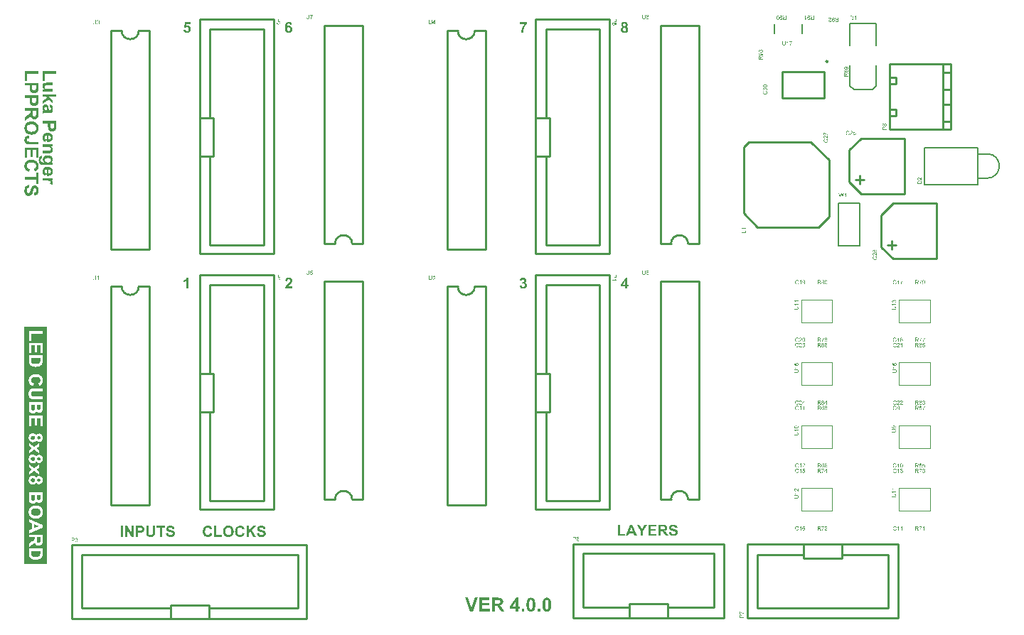
<source format=gto>
%FSAX43Y43*%
%MOMM*%
G71*
G01*
G75*
%ADD10R,2.540X1.016*%
%ADD11R,2.300X2.300*%
%ADD12R,0.800X0.900*%
%ADD13R,0.800X0.350*%
%ADD14R,0.450X2.200*%
%ADD15R,3.100X2.400*%
%ADD16R,0.900X0.800*%
%ADD17R,1.000X1.300*%
%ADD18R,3.683X3.048*%
%ADD19C,0.381*%
%ADD20C,0.254*%
%ADD21C,0.889*%
%ADD22C,0.762*%
%ADD23C,0.508*%
%ADD24C,1.016*%
%ADD25C,1.270*%
%ADD26R,4.318X2.921*%
%ADD27R,4.699X3.810*%
%ADD28R,1.270X1.270*%
%ADD29R,1.172X0.820*%
%ADD30R,1.016X1.016*%
%ADD31R,1.143X1.074*%
%ADD32R,1.001X1.074*%
%ADD33R,1.143X1.074*%
%ADD34R,3.302X2.159*%
%ADD35R,3.937X2.540*%
%ADD36R,2.032X2.032*%
%ADD37R,2.024X2.159*%
%ADD38R,2.032X2.159*%
%ADD39R,2.257X2.180*%
%ADD40R,2.794X2.794*%
%ADD41R,10.287X1.778*%
%ADD42R,10.287X1.651*%
%ADD43R,0.635X0.762*%
%ADD44R,2.591X1.778*%
%ADD45R,1.575X1.397*%
%ADD46R,2.540X1.016*%
%ADD47R,1.473X29.972*%
%ADD48R,2.540X1.778*%
%ADD49R,1.524X1.397*%
%ADD50R,1.397X29.972*%
%ADD51R,7.112X2.413*%
%ADD52R,2.794X6.731*%
%ADD53R,1.016X6.731*%
%ADD54C,0.508*%
%ADD55C,1.524*%
%ADD56C,1.016*%
%ADD57R,1.500X1.500*%
%ADD58C,1.500*%
%ADD59R,1.500X1.500*%
%ADD60C,4.000*%
%ADD61R,1.524X1.524*%
%ADD62R,2.000X2.000*%
%ADD63C,2.000*%
%ADD64C,1.600*%
%ADD65C,1.778*%
%ADD66R,1.100X1.700*%
%ADD67R,2.413X3.048*%
%ADD68R,2.413X2.540*%
%ADD69R,1.898X2.032*%
%ADD70R,1.397X1.397*%
%ADD71R,2.286X2.286*%
%ADD72R,1.898X2.024*%
%ADD73R,1.898X2.041*%
%ADD74R,1.898X2.215*%
%ADD75C,0.250*%
%ADD76C,0.127*%
%ADD77C,0.200*%
%ADD78C,0.100*%
G36*
X0030771Y0103274D02*
X0030597D01*
X0030600Y0103272D01*
X0030605Y0103267D01*
X0030615Y0103259D01*
X0030630Y0103247D01*
X0030645Y0103232D01*
X0030659Y0103212D01*
X0030679Y0103192D01*
X0030697Y0103167D01*
X0030714Y0103140D01*
X0030734Y0103113D01*
X0030749Y0103081D01*
X0030766Y0103046D01*
X0030778Y0103009D01*
X0030788Y0102972D01*
X0030793Y0102929D01*
X0030796Y0102887D01*
Y0102882D01*
Y0102870D01*
X0030793Y0102850D01*
X0030791Y0102825D01*
X0030786Y0102796D01*
X0030781Y0102763D01*
X0030771Y0102731D01*
X0030759Y0102699D01*
X0030756Y0102694D01*
X0030751Y0102684D01*
X0030744Y0102669D01*
X0030734Y0102652D01*
X0030719Y0102629D01*
X0030702Y0102610D01*
X0030684Y0102587D01*
X0030662Y0102570D01*
X0030659Y0102568D01*
X0030652Y0102563D01*
X0030640Y0102555D01*
X0030625Y0102545D01*
X0030605Y0102535D01*
X0030583Y0102525D01*
X0030558Y0102515D01*
X0030531Y0102508D01*
X0030528D01*
X0030518Y0102506D01*
X0030501Y0102503D01*
X0030479Y0102498D01*
X0030449Y0102496D01*
X0030412Y0102493D01*
X0030369Y0102491D01*
X0029591D01*
Y0102803D01*
X0030255D01*
X0030293Y0102805D01*
X0030335Y0102808D01*
X0030374Y0102813D01*
X0030409Y0102818D01*
X0030424Y0102820D01*
X0030436Y0102825D01*
X0030439D01*
X0030446Y0102828D01*
X0030456Y0102833D01*
X0030469Y0102840D01*
X0030498Y0102860D01*
X0030526Y0102890D01*
X0030528Y0102892D01*
X0030531Y0102897D01*
X0030536Y0102907D01*
X0030543Y0102920D01*
X0030548Y0102934D01*
X0030553Y0102954D01*
X0030555Y0102974D01*
X0030558Y0102996D01*
Y0102999D01*
Y0103011D01*
X0030555Y0103026D01*
X0030553Y0103046D01*
X0030548Y0103068D01*
X0030538Y0103093D01*
X0030528Y0103118D01*
X0030513Y0103143D01*
X0030511Y0103145D01*
X0030506Y0103153D01*
X0030496Y0103162D01*
X0030481Y0103177D01*
X0030464Y0103190D01*
X0030444Y0103205D01*
X0030421Y0103219D01*
X0030394Y0103229D01*
X0030392D01*
X0030379Y0103232D01*
X0030362Y0103237D01*
X0030335Y0103239D01*
X0030317Y0103242D01*
X0030298Y0103244D01*
X0030275Y0103247D01*
X0030250Y0103249D01*
X0030223D01*
X0030193Y0103252D01*
X0029591D01*
Y0103564D01*
X0030771D01*
Y0103274D01*
D02*
G37*
G36*
X0030218Y0104913D02*
X0030241Y0104910D01*
X0030270Y0104908D01*
X0030302Y0104903D01*
X0030335Y0104895D01*
X0030409Y0104878D01*
X0030446Y0104866D01*
X0030486Y0104851D01*
X0030523Y0104833D01*
X0030560Y0104814D01*
X0030595Y0104791D01*
X0030627Y0104764D01*
X0030630Y0104761D01*
X0030635Y0104757D01*
X0030642Y0104749D01*
X0030655Y0104737D01*
X0030667Y0104722D01*
X0030682Y0104702D01*
X0030697Y0104682D01*
X0030712Y0104657D01*
X0030726Y0104630D01*
X0030744Y0104603D01*
X0030756Y0104571D01*
X0030769Y0104536D01*
X0030781Y0104499D01*
X0030788Y0104462D01*
X0030793Y0104419D01*
X0030796Y0104377D01*
Y0104375D01*
Y0104365D01*
Y0104352D01*
X0030793Y0104333D01*
X0030791Y0104310D01*
X0030786Y0104285D01*
X0030781Y0104256D01*
X0030774Y0104226D01*
X0030764Y0104194D01*
X0030754Y0104159D01*
X0030739Y0104124D01*
X0030721Y0104090D01*
X0030702Y0104055D01*
X0030677Y0104023D01*
X0030652Y0103990D01*
X0030620Y0103961D01*
X0030617Y0103958D01*
X0030612Y0103953D01*
X0030602Y0103946D01*
X0030588Y0103936D01*
X0030568Y0103926D01*
X0030545Y0103914D01*
X0030521Y0103899D01*
X0030488Y0103886D01*
X0030454Y0103871D01*
X0030414Y0103859D01*
X0030369Y0103847D01*
X0030322Y0103834D01*
X0030270Y0103827D01*
X0030216Y0103819D01*
X0030154Y0103814D01*
X0030089D01*
Y0104595D01*
X0030077D01*
X0030067Y0104593D01*
X0030040Y0104590D01*
X0030010Y0104585D01*
X0029973Y0104576D01*
X0029938Y0104563D01*
X0029903Y0104546D01*
X0029871Y0104521D01*
X0029869Y0104519D01*
X0029859Y0104509D01*
X0029846Y0104494D01*
X0029834Y0104471D01*
X0029819Y0104447D01*
X0029807Y0104414D01*
X0029797Y0104380D01*
X0029794Y0104343D01*
Y0104340D01*
Y0104330D01*
X0029797Y0104315D01*
X0029799Y0104298D01*
X0029804Y0104281D01*
X0029812Y0104258D01*
X0029822Y0104238D01*
X0029834Y0104219D01*
X0029836Y0104216D01*
X0029841Y0104211D01*
X0029851Y0104201D01*
X0029866Y0104191D01*
X0029884Y0104179D01*
X0029906Y0104164D01*
X0029931Y0104152D01*
X0029963Y0104142D01*
X0029911Y0103832D01*
X0029908D01*
X0029903Y0103834D01*
X0029893Y0103839D01*
X0029884Y0103844D01*
X0029869Y0103849D01*
X0029851Y0103859D01*
X0029814Y0103879D01*
X0029772Y0103906D01*
X0029730Y0103938D01*
X0029688Y0103978D01*
X0029650Y0104023D01*
Y0104025D01*
X0029646Y0104028D01*
X0029643Y0104035D01*
X0029636Y0104045D01*
X0029631Y0104057D01*
X0029623Y0104075D01*
X0029606Y0104112D01*
X0029589Y0104159D01*
X0029576Y0104214D01*
X0029566Y0104276D01*
X0029561Y0104345D01*
Y0104347D01*
Y0104357D01*
X0029564Y0104375D01*
Y0104395D01*
X0029569Y0104422D01*
X0029571Y0104449D01*
X0029579Y0104481D01*
X0029586Y0104516D01*
X0029596Y0104553D01*
X0029611Y0104590D01*
X0029626Y0104630D01*
X0029646Y0104667D01*
X0029668Y0104704D01*
X0029695Y0104739D01*
X0029727Y0104771D01*
X0029762Y0104801D01*
X0029765D01*
X0029769Y0104806D01*
X0029779Y0104811D01*
X0029792Y0104818D01*
X0029807Y0104828D01*
X0029827Y0104838D01*
X0029849Y0104848D01*
X0029874Y0104858D01*
X0029901Y0104868D01*
X0029933Y0104878D01*
X0029965Y0104888D01*
X0030003Y0104898D01*
X0030082Y0104910D01*
X0030124Y0104913D01*
X0030169Y0104915D01*
X0030196D01*
X0030218Y0104913D01*
D02*
G37*
G36*
X0122076Y0073004D02*
X0122082D01*
X0122097Y0073003D01*
X0122112Y0073001D01*
X0122129Y0072998D01*
X0122144Y0072995D01*
X0122152Y0072993D01*
X0122158Y0072991D01*
X0122159D01*
X0122160Y0072990D01*
X0122164Y0072989D01*
X0122170Y0072985D01*
X0122178Y0072980D01*
X0122186Y0072974D01*
X0122195Y0072966D01*
X0122204Y0072956D01*
X0122212Y0072944D01*
X0122213Y0072943D01*
X0122215Y0072938D01*
X0122219Y0072932D01*
X0122223Y0072923D01*
X0122227Y0072912D01*
X0122230Y0072899D01*
X0122232Y0072886D01*
X0122233Y0072871D01*
Y0072870D01*
Y0072869D01*
Y0072866D01*
X0122232Y0072862D01*
Y0072857D01*
X0122232Y0072852D01*
X0122229Y0072840D01*
X0122225Y0072826D01*
X0122219Y0072812D01*
X0122210Y0072797D01*
X0122205Y0072790D01*
X0122199Y0072783D01*
X0122198Y0072782D01*
X0122195Y0072780D01*
X0122193Y0072777D01*
X0122189Y0072775D01*
X0122185Y0072771D01*
X0122180Y0072768D01*
X0122174Y0072765D01*
X0122167Y0072761D01*
X0122159Y0072757D01*
X0122151Y0072754D01*
X0122141Y0072750D01*
X0122132Y0072746D01*
X0122120Y0072743D01*
X0122109Y0072741D01*
X0122096Y0072739D01*
X0122097Y0072738D01*
X0122100Y0072737D01*
X0122105Y0072734D01*
X0122110Y0072731D01*
X0122123Y0072723D01*
X0122129Y0072719D01*
X0122135Y0072714D01*
X0122136Y0072713D01*
X0122140Y0072710D01*
X0122145Y0072704D01*
X0122152Y0072696D01*
X0122160Y0072687D01*
X0122169Y0072676D01*
X0122178Y0072663D01*
X0122188Y0072649D01*
X0122272Y0072517D01*
X0122192D01*
X0122127Y0072618D01*
Y0072619D01*
X0122126Y0072620D01*
X0122124Y0072622D01*
X0122123Y0072625D01*
X0122117Y0072633D01*
X0122111Y0072642D01*
X0122103Y0072653D01*
X0122095Y0072665D01*
X0122088Y0072675D01*
X0122080Y0072685D01*
X0122080Y0072685D01*
X0122077Y0072688D01*
X0122074Y0072693D01*
X0122070Y0072698D01*
X0122059Y0072708D01*
X0122054Y0072714D01*
X0122048Y0072717D01*
X0122047Y0072718D01*
X0122046Y0072719D01*
X0122043Y0072720D01*
X0122039Y0072722D01*
X0122030Y0072727D01*
X0122019Y0072731D01*
X0122018D01*
X0122017Y0072731D01*
X0122014D01*
X0122010Y0072732D01*
X0122005Y0072733D01*
X0121999D01*
X0121991Y0072734D01*
X0121908D01*
Y0072517D01*
X0121844D01*
Y0073004D01*
X0122070D01*
X0122076Y0073004D01*
D02*
G37*
G36*
X0122478Y0073006D02*
X0122484D01*
X0122490Y0073004D01*
X0122505Y0073002D01*
X0122521Y0072998D01*
X0122538Y0072991D01*
X0122547Y0072986D01*
X0122555Y0072982D01*
X0122563Y0072976D01*
X0122571Y0072969D01*
X0122571Y0072969D01*
X0122572Y0072968D01*
X0122574Y0072966D01*
X0122577Y0072963D01*
X0122580Y0072959D01*
X0122583Y0072955D01*
X0122591Y0072944D01*
X0122597Y0072931D01*
X0122604Y0072915D01*
X0122608Y0072898D01*
X0122609Y0072889D01*
X0122610Y0072879D01*
Y0072877D01*
Y0072873D01*
X0122609Y0072867D01*
X0122608Y0072859D01*
X0122606Y0072849D01*
X0122603Y0072840D01*
X0122598Y0072829D01*
X0122592Y0072820D01*
X0122591Y0072819D01*
X0122589Y0072816D01*
X0122585Y0072811D01*
X0122579Y0072806D01*
X0122571Y0072800D01*
X0122562Y0072794D01*
X0122551Y0072787D01*
X0122538Y0072782D01*
X0122539D01*
X0122540Y0072781D01*
X0122542Y0072780D01*
X0122545Y0072779D01*
X0122554Y0072775D01*
X0122563Y0072771D01*
X0122574Y0072764D01*
X0122585Y0072756D01*
X0122597Y0072745D01*
X0122606Y0072734D01*
X0122607Y0072733D01*
X0122610Y0072728D01*
X0122614Y0072722D01*
X0122618Y0072712D01*
X0122623Y0072701D01*
X0122626Y0072688D01*
X0122629Y0072673D01*
X0122630Y0072656D01*
Y0072656D01*
Y0072653D01*
Y0072650D01*
X0122629Y0072646D01*
X0122629Y0072641D01*
X0122628Y0072634D01*
X0122625Y0072619D01*
X0122619Y0072603D01*
X0122616Y0072594D01*
X0122611Y0072585D01*
X0122606Y0072576D01*
X0122600Y0072567D01*
X0122594Y0072559D01*
X0122585Y0072551D01*
X0122585Y0072550D01*
X0122583Y0072550D01*
X0122581Y0072547D01*
X0122577Y0072544D01*
X0122573Y0072541D01*
X0122568Y0072538D01*
X0122562Y0072534D01*
X0122554Y0072530D01*
X0122546Y0072526D01*
X0122537Y0072522D01*
X0122528Y0072518D01*
X0122517Y0072516D01*
X0122507Y0072513D01*
X0122495Y0072510D01*
X0122482Y0072510D01*
X0122469Y0072509D01*
X0122462D01*
X0122457Y0072510D01*
X0122451Y0072510D01*
X0122444Y0072511D01*
X0122436Y0072513D01*
X0122427Y0072514D01*
X0122409Y0072519D01*
X0122399Y0072523D01*
X0122390Y0072527D01*
X0122380Y0072532D01*
X0122370Y0072537D01*
X0122361Y0072544D01*
X0122353Y0072551D01*
X0122352Y0072552D01*
X0122350Y0072553D01*
X0122349Y0072556D01*
X0122346Y0072559D01*
X0122342Y0072563D01*
X0122339Y0072568D01*
X0122335Y0072574D01*
X0122331Y0072581D01*
X0122327Y0072588D01*
X0122323Y0072596D01*
X0122316Y0072614D01*
X0122313Y0072625D01*
X0122311Y0072635D01*
X0122310Y0072646D01*
X0122309Y0072658D01*
Y0072659D01*
Y0072660D01*
Y0072662D01*
X0122310Y0072666D01*
Y0072670D01*
X0122310Y0072675D01*
X0122312Y0072685D01*
X0122315Y0072698D01*
X0122319Y0072711D01*
X0122324Y0072725D01*
X0122333Y0072737D01*
Y0072738D01*
X0122334Y0072739D01*
X0122337Y0072742D01*
X0122343Y0072748D01*
X0122350Y0072755D01*
X0122360Y0072762D01*
X0122372Y0072770D01*
X0122386Y0072777D01*
X0122402Y0072782D01*
X0122401D01*
X0122400Y0072783D01*
X0122396Y0072784D01*
X0122389Y0072788D01*
X0122381Y0072791D01*
X0122371Y0072797D01*
X0122362Y0072804D01*
X0122353Y0072811D01*
X0122346Y0072820D01*
X0122345Y0072822D01*
X0122343Y0072825D01*
X0122340Y0072830D01*
X0122337Y0072837D01*
X0122334Y0072846D01*
X0122331Y0072857D01*
X0122329Y0072868D01*
X0122328Y0072880D01*
Y0072881D01*
Y0072883D01*
Y0072886D01*
X0122329Y0072889D01*
X0122330Y0072894D01*
X0122330Y0072899D01*
X0122333Y0072912D01*
X0122337Y0072926D01*
X0122344Y0072940D01*
X0122348Y0072949D01*
X0122353Y0072956D01*
X0122359Y0072963D01*
X0122366Y0072970D01*
X0122367Y0072971D01*
X0122367Y0072972D01*
X0122370Y0072974D01*
X0122373Y0072976D01*
X0122377Y0072978D01*
X0122382Y0072982D01*
X0122387Y0072985D01*
X0122393Y0072989D01*
X0122407Y0072995D01*
X0122425Y0073001D01*
X0122445Y0073005D01*
X0122456Y0073006D01*
X0122468Y0073007D01*
X0122473D01*
X0122478Y0073006D01*
D02*
G37*
G36*
X0134111Y0079864D02*
X0134117D01*
X0134123Y0079862D01*
X0134138Y0079860D01*
X0134154Y0079856D01*
X0134171Y0079849D01*
X0134180Y0079844D01*
X0134188Y0079840D01*
X0134196Y0079834D01*
X0134204Y0079827D01*
X0134205Y0079827D01*
X0134205Y0079826D01*
X0134208Y0079824D01*
X0134210Y0079821D01*
X0134213Y0079817D01*
X0134216Y0079813D01*
X0134224Y0079802D01*
X0134231Y0079789D01*
X0134237Y0079773D01*
X0134242Y0079756D01*
X0134242Y0079747D01*
X0134243Y0079737D01*
Y0079735D01*
Y0079731D01*
X0134242Y0079725D01*
X0134241Y0079717D01*
X0134239Y0079707D01*
X0134236Y0079698D01*
X0134231Y0079687D01*
X0134225Y0079678D01*
X0134225Y0079677D01*
X0134222Y0079674D01*
X0134218Y0079669D01*
X0134212Y0079664D01*
X0134205Y0079658D01*
X0134195Y0079652D01*
X0134184Y0079645D01*
X0134171Y0079640D01*
X0134172D01*
X0134173Y0079639D01*
X0134176Y0079638D01*
X0134179Y0079637D01*
X0134187Y0079633D01*
X0134196Y0079629D01*
X0134208Y0079622D01*
X0134219Y0079614D01*
X0134230Y0079603D01*
X0134239Y0079592D01*
X0134240Y0079591D01*
X0134243Y0079586D01*
X0134247Y0079580D01*
X0134251Y0079570D01*
X0134256Y0079559D01*
X0134259Y0079546D01*
X0134262Y0079531D01*
X0134263Y0079514D01*
Y0079514D01*
Y0079511D01*
Y0079508D01*
X0134262Y0079504D01*
X0134262Y0079499D01*
X0134261Y0079492D01*
X0134258Y0079477D01*
X0134252Y0079461D01*
X0134249Y0079452D01*
X0134245Y0079443D01*
X0134239Y0079434D01*
X0134234Y0079425D01*
X0134227Y0079417D01*
X0134219Y0079409D01*
X0134218Y0079408D01*
X0134216Y0079408D01*
X0134214Y0079405D01*
X0134211Y0079402D01*
X0134206Y0079399D01*
X0134201Y0079396D01*
X0134195Y0079392D01*
X0134188Y0079388D01*
X0134179Y0079384D01*
X0134170Y0079380D01*
X0134161Y0079376D01*
X0134150Y0079374D01*
X0134140Y0079371D01*
X0134128Y0079368D01*
X0134116Y0079368D01*
X0134102Y0079367D01*
X0134096D01*
X0134090Y0079368D01*
X0134084Y0079368D01*
X0134077Y0079369D01*
X0134070Y0079371D01*
X0134061Y0079372D01*
X0134042Y0079377D01*
X0134033Y0079381D01*
X0134023Y0079385D01*
X0134013Y0079390D01*
X0134004Y0079395D01*
X0133995Y0079402D01*
X0133986Y0079409D01*
X0133985Y0079410D01*
X0133984Y0079411D01*
X0133982Y0079414D01*
X0133979Y0079417D01*
X0133975Y0079421D01*
X0133972Y0079426D01*
X0133968Y0079432D01*
X0133964Y0079439D01*
X0133960Y0079446D01*
X0133956Y0079454D01*
X0133949Y0079472D01*
X0133946Y0079483D01*
X0133944Y0079493D01*
X0133943Y0079504D01*
X0133942Y0079516D01*
Y0079517D01*
Y0079518D01*
Y0079520D01*
X0133943Y0079524D01*
Y0079528D01*
X0133944Y0079533D01*
X0133945Y0079543D01*
X0133948Y0079556D01*
X0133952Y0079569D01*
X0133958Y0079583D01*
X0133966Y0079595D01*
Y0079596D01*
X0133967Y0079597D01*
X0133970Y0079600D01*
X0133976Y0079606D01*
X0133984Y0079613D01*
X0133993Y0079620D01*
X0134005Y0079628D01*
X0134019Y0079635D01*
X0134035Y0079640D01*
X0134034D01*
X0134033Y0079641D01*
X0134029Y0079642D01*
X0134022Y0079646D01*
X0134014Y0079649D01*
X0134004Y0079655D01*
X0133995Y0079662D01*
X0133987Y0079669D01*
X0133979Y0079678D01*
X0133978Y0079680D01*
X0133976Y0079683D01*
X0133973Y0079688D01*
X0133970Y0079695D01*
X0133967Y0079704D01*
X0133964Y0079715D01*
X0133962Y0079726D01*
X0133961Y0079738D01*
Y0079739D01*
Y0079741D01*
Y0079744D01*
X0133962Y0079747D01*
X0133963Y0079752D01*
X0133964Y0079757D01*
X0133966Y0079770D01*
X0133970Y0079784D01*
X0133978Y0079799D01*
X0133981Y0079807D01*
X0133987Y0079814D01*
X0133992Y0079821D01*
X0133999Y0079828D01*
X0134000Y0079829D01*
X0134001Y0079830D01*
X0134003Y0079832D01*
X0134006Y0079834D01*
X0134010Y0079836D01*
X0134015Y0079840D01*
X0134020Y0079843D01*
X0134027Y0079847D01*
X0134041Y0079853D01*
X0134058Y0079859D01*
X0134079Y0079863D01*
X0134089Y0079864D01*
X0134101Y0079865D01*
X0134107D01*
X0134111Y0079864D01*
D02*
G37*
G36*
X0122870D02*
X0122874D01*
X0122880Y0079863D01*
X0122893Y0079861D01*
X0122908Y0079856D01*
X0122924Y0079850D01*
X0122939Y0079843D01*
X0122947Y0079838D01*
X0122954Y0079832D01*
X0122955D01*
X0122956Y0079830D01*
X0122960Y0079826D01*
X0122966Y0079819D01*
X0122973Y0079809D01*
X0122982Y0079796D01*
X0122988Y0079781D01*
X0122995Y0079764D01*
X0122999Y0079744D01*
X0122939Y0079739D01*
Y0079740D01*
Y0079741D01*
X0122938Y0079745D01*
X0122936Y0079751D01*
X0122933Y0079758D01*
X0122926Y0079776D01*
X0122921Y0079783D01*
X0122916Y0079790D01*
X0122916Y0079791D01*
X0122912Y0079794D01*
X0122907Y0079798D01*
X0122900Y0079803D01*
X0122891Y0079807D01*
X0122881Y0079812D01*
X0122869Y0079815D01*
X0122856Y0079816D01*
X0122851D01*
X0122846Y0079815D01*
X0122839Y0079813D01*
X0122831Y0079812D01*
X0122822Y0079809D01*
X0122814Y0079804D01*
X0122805Y0079799D01*
X0122804Y0079799D01*
X0122801Y0079796D01*
X0122795Y0079790D01*
X0122789Y0079784D01*
X0122782Y0079776D01*
X0122775Y0079765D01*
X0122767Y0079753D01*
X0122761Y0079738D01*
Y0079738D01*
X0122760Y0079737D01*
X0122759Y0079734D01*
X0122758Y0079731D01*
X0122757Y0079727D01*
X0122755Y0079722D01*
X0122754Y0079716D01*
X0122752Y0079710D01*
X0122751Y0079702D01*
X0122749Y0079694D01*
X0122748Y0079684D01*
X0122746Y0079675D01*
X0122746Y0079664D01*
X0122745Y0079652D01*
X0122744Y0079639D01*
Y0079626D01*
X0122745Y0079627D01*
X0122748Y0079631D01*
X0122752Y0079637D01*
X0122759Y0079644D01*
X0122766Y0079652D01*
X0122775Y0079661D01*
X0122786Y0079668D01*
X0122797Y0079675D01*
X0122798Y0079675D01*
X0122802Y0079677D01*
X0122809Y0079680D01*
X0122817Y0079683D01*
X0122827Y0079686D01*
X0122838Y0079689D01*
X0122850Y0079690D01*
X0122862Y0079691D01*
X0122868D01*
X0122873Y0079690D01*
X0122878Y0079689D01*
X0122884Y0079689D01*
X0122898Y0079686D01*
X0122913Y0079680D01*
X0122922Y0079677D01*
X0122930Y0079672D01*
X0122939Y0079667D01*
X0122948Y0079661D01*
X0122956Y0079655D01*
X0122964Y0079646D01*
X0122965Y0079646D01*
X0122966Y0079644D01*
X0122968Y0079642D01*
X0122971Y0079638D01*
X0122974Y0079634D01*
X0122978Y0079629D01*
X0122982Y0079623D01*
X0122986Y0079616D01*
X0122990Y0079608D01*
X0122993Y0079600D01*
X0122997Y0079590D01*
X0123000Y0079580D01*
X0123003Y0079569D01*
X0123005Y0079558D01*
X0123006Y0079546D01*
X0123007Y0079533D01*
Y0079532D01*
Y0079531D01*
Y0079529D01*
Y0079526D01*
X0123006Y0079521D01*
Y0079517D01*
X0123005Y0079505D01*
X0123002Y0079492D01*
X0122999Y0079477D01*
X0122993Y0079463D01*
X0122987Y0079448D01*
Y0079447D01*
X0122986Y0079446D01*
X0122984Y0079444D01*
X0122983Y0079441D01*
X0122979Y0079434D01*
X0122973Y0079425D01*
X0122964Y0079416D01*
X0122955Y0079406D01*
X0122944Y0079397D01*
X0122932Y0079388D01*
X0122930Y0079387D01*
X0122926Y0079385D01*
X0122918Y0079381D01*
X0122910Y0079377D01*
X0122898Y0079374D01*
X0122884Y0079370D01*
X0122870Y0079368D01*
X0122854Y0079367D01*
X0122851D01*
X0122847Y0079368D01*
X0122841D01*
X0122835Y0079368D01*
X0122828Y0079370D01*
X0122820Y0079371D01*
X0122811Y0079374D01*
X0122801Y0079376D01*
X0122791Y0079380D01*
X0122781Y0079385D01*
X0122771Y0079390D01*
X0122761Y0079397D01*
X0122750Y0079404D01*
X0122740Y0079412D01*
X0122732Y0079422D01*
X0122731Y0079422D01*
X0122729Y0079425D01*
X0122727Y0079428D01*
X0122724Y0079432D01*
X0122720Y0079438D01*
X0122717Y0079445D01*
X0122712Y0079454D01*
X0122709Y0079465D01*
X0122704Y0079477D01*
X0122700Y0079490D01*
X0122696Y0079505D01*
X0122692Y0079521D01*
X0122689Y0079539D01*
X0122687Y0079559D01*
X0122686Y0079580D01*
X0122685Y0079603D01*
Y0079603D01*
Y0079604D01*
Y0079606D01*
Y0079609D01*
Y0079616D01*
X0122686Y0079626D01*
X0122686Y0079638D01*
X0122688Y0079651D01*
X0122689Y0079666D01*
X0122692Y0079681D01*
X0122694Y0079698D01*
X0122697Y0079715D01*
X0122702Y0079732D01*
X0122707Y0079749D01*
X0122713Y0079766D01*
X0122720Y0079781D01*
X0122728Y0079796D01*
X0122737Y0079808D01*
X0122738Y0079809D01*
X0122739Y0079810D01*
X0122741Y0079813D01*
X0122745Y0079817D01*
X0122750Y0079821D01*
X0122755Y0079826D01*
X0122762Y0079831D01*
X0122769Y0079836D01*
X0122778Y0079842D01*
X0122787Y0079847D01*
X0122797Y0079851D01*
X0122808Y0079856D01*
X0122820Y0079859D01*
X0122832Y0079862D01*
X0122846Y0079864D01*
X0122860Y0079865D01*
X0122865D01*
X0122870Y0079864D01*
D02*
G37*
G36*
X0134621Y0079798D02*
X0134426D01*
X0134400Y0079666D01*
X0134400Y0079667D01*
X0134402Y0079668D01*
X0134404Y0079669D01*
X0134407Y0079672D01*
X0134412Y0079674D01*
X0134416Y0079676D01*
X0134428Y0079682D01*
X0134441Y0079688D01*
X0134457Y0079692D01*
X0134474Y0079696D01*
X0134492Y0079698D01*
X0134498D01*
X0134502Y0079697D01*
X0134508Y0079696D01*
X0134514Y0079695D01*
X0134521Y0079694D01*
X0134529Y0079692D01*
X0134546Y0079687D01*
X0134555Y0079684D01*
X0134564Y0079679D01*
X0134573Y0079674D01*
X0134582Y0079668D01*
X0134591Y0079661D01*
X0134599Y0079653D01*
X0134600Y0079652D01*
X0134601Y0079651D01*
X0134604Y0079649D01*
X0134606Y0079645D01*
X0134610Y0079641D01*
X0134613Y0079635D01*
X0134617Y0079629D01*
X0134621Y0079623D01*
X0134626Y0079615D01*
X0134630Y0079606D01*
X0134633Y0079597D01*
X0134637Y0079587D01*
X0134639Y0079576D01*
X0134641Y0079565D01*
X0134643Y0079552D01*
X0134644Y0079540D01*
Y0079539D01*
Y0079537D01*
Y0079533D01*
X0134643Y0079529D01*
X0134642Y0079523D01*
X0134641Y0079516D01*
X0134641Y0079508D01*
X0134639Y0079500D01*
X0134634Y0079483D01*
X0134627Y0079464D01*
X0134623Y0079454D01*
X0134618Y0079444D01*
X0134612Y0079434D01*
X0134605Y0079425D01*
X0134604Y0079425D01*
X0134603Y0079423D01*
X0134600Y0079420D01*
X0134596Y0079417D01*
X0134592Y0079412D01*
X0134586Y0079407D01*
X0134579Y0079402D01*
X0134571Y0079397D01*
X0134563Y0079391D01*
X0134553Y0079385D01*
X0134542Y0079380D01*
X0134531Y0079376D01*
X0134518Y0079372D01*
X0134506Y0079369D01*
X0134492Y0079368D01*
X0134477Y0079367D01*
X0134470D01*
X0134466Y0079368D01*
X0134460Y0079368D01*
X0134454Y0079369D01*
X0134446Y0079370D01*
X0134438Y0079371D01*
X0134421Y0079376D01*
X0134403Y0079382D01*
X0134394Y0079387D01*
X0134386Y0079392D01*
X0134377Y0079397D01*
X0134368Y0079404D01*
X0134368Y0079405D01*
X0134367Y0079405D01*
X0134365Y0079408D01*
X0134362Y0079411D01*
X0134359Y0079414D01*
X0134355Y0079419D01*
X0134351Y0079424D01*
X0134347Y0079430D01*
X0134339Y0079444D01*
X0134331Y0079461D01*
X0134325Y0079480D01*
X0134323Y0079491D01*
X0134321Y0079503D01*
X0134384Y0079507D01*
Y0079506D01*
Y0079505D01*
X0134385Y0079503D01*
X0134386Y0079500D01*
X0134388Y0079491D01*
X0134391Y0079481D01*
X0134394Y0079470D01*
X0134400Y0079459D01*
X0134407Y0079448D01*
X0134416Y0079438D01*
X0134417Y0079437D01*
X0134420Y0079434D01*
X0134426Y0079431D01*
X0134433Y0079427D01*
X0134442Y0079423D01*
X0134452Y0079420D01*
X0134464Y0079417D01*
X0134477Y0079416D01*
X0134481D01*
X0134484Y0079417D01*
X0134492Y0079417D01*
X0134503Y0079420D01*
X0134514Y0079424D01*
X0134526Y0079429D01*
X0134538Y0079437D01*
X0134544Y0079442D01*
X0134550Y0079448D01*
Y0079448D01*
X0134552Y0079449D01*
X0134555Y0079454D01*
X0134560Y0079461D01*
X0134565Y0079471D01*
X0134570Y0079483D01*
X0134575Y0079498D01*
X0134578Y0079515D01*
X0134580Y0079534D01*
Y0079535D01*
Y0079537D01*
Y0079540D01*
X0134579Y0079543D01*
Y0079547D01*
X0134578Y0079552D01*
X0134576Y0079564D01*
X0134573Y0079577D01*
X0134568Y0079590D01*
X0134561Y0079603D01*
X0134551Y0079615D01*
X0134549Y0079617D01*
X0134546Y0079620D01*
X0134540Y0079625D01*
X0134531Y0079630D01*
X0134521Y0079635D01*
X0134507Y0079641D01*
X0134492Y0079643D01*
X0134476Y0079645D01*
X0134471D01*
X0134466Y0079644D01*
X0134458Y0079643D01*
X0134450Y0079641D01*
X0134441Y0079639D01*
X0134432Y0079635D01*
X0134423Y0079631D01*
X0134423Y0079630D01*
X0134420Y0079629D01*
X0134415Y0079626D01*
X0134410Y0079622D01*
X0134405Y0079617D01*
X0134399Y0079611D01*
X0134393Y0079604D01*
X0134388Y0079597D01*
X0134331Y0079605D01*
X0134379Y0079855D01*
X0134621D01*
Y0079798D01*
D02*
G37*
G36*
X0133709Y0079862D02*
X0133715D01*
X0133730Y0079861D01*
X0133745Y0079859D01*
X0133762Y0079856D01*
X0133777Y0079853D01*
X0133785Y0079851D01*
X0133791Y0079849D01*
X0133792D01*
X0133793Y0079848D01*
X0133797Y0079847D01*
X0133803Y0079843D01*
X0133811Y0079838D01*
X0133820Y0079832D01*
X0133829Y0079824D01*
X0133837Y0079814D01*
X0133846Y0079802D01*
X0133846Y0079801D01*
X0133849Y0079796D01*
X0133852Y0079790D01*
X0133856Y0079781D01*
X0133860Y0079770D01*
X0133863Y0079757D01*
X0133866Y0079744D01*
X0133866Y0079729D01*
Y0079728D01*
Y0079727D01*
Y0079724D01*
X0133866Y0079720D01*
Y0079715D01*
X0133865Y0079710D01*
X0133862Y0079698D01*
X0133858Y0079684D01*
X0133852Y0079670D01*
X0133843Y0079655D01*
X0133838Y0079648D01*
X0133832Y0079641D01*
X0133831Y0079640D01*
X0133829Y0079638D01*
X0133826Y0079635D01*
X0133823Y0079633D01*
X0133818Y0079629D01*
X0133813Y0079626D01*
X0133807Y0079623D01*
X0133800Y0079619D01*
X0133792Y0079615D01*
X0133784Y0079612D01*
X0133774Y0079608D01*
X0133765Y0079604D01*
X0133754Y0079601D01*
X0133742Y0079599D01*
X0133729Y0079597D01*
X0133731Y0079596D01*
X0133734Y0079595D01*
X0133738Y0079592D01*
X0133743Y0079589D01*
X0133756Y0079581D01*
X0133763Y0079577D01*
X0133768Y0079572D01*
X0133769Y0079571D01*
X0133773Y0079568D01*
X0133778Y0079562D01*
X0133785Y0079554D01*
X0133793Y0079545D01*
X0133802Y0079534D01*
X0133811Y0079521D01*
X0133821Y0079507D01*
X0133906Y0079375D01*
X0133825D01*
X0133760Y0079476D01*
Y0079477D01*
X0133759Y0079478D01*
X0133757Y0079480D01*
X0133756Y0079483D01*
X0133751Y0079491D01*
X0133744Y0079500D01*
X0133737Y0079511D01*
X0133728Y0079523D01*
X0133721Y0079533D01*
X0133714Y0079543D01*
X0133713Y0079543D01*
X0133711Y0079546D01*
X0133707Y0079551D01*
X0133703Y0079556D01*
X0133692Y0079566D01*
X0133687Y0079572D01*
X0133681Y0079575D01*
X0133680Y0079576D01*
X0133679Y0079577D01*
X0133676Y0079578D01*
X0133672Y0079580D01*
X0133663Y0079585D01*
X0133652Y0079589D01*
X0133651D01*
X0133650Y0079589D01*
X0133647D01*
X0133643Y0079590D01*
X0133638Y0079591D01*
X0133632D01*
X0133625Y0079592D01*
X0133542D01*
Y0079375D01*
X0133477D01*
Y0079862D01*
X0133703D01*
X0133709Y0079862D01*
D02*
G37*
G36*
X0030771Y0099243D02*
X0030605D01*
X0030607Y0099241D01*
X0030622Y0099231D01*
X0030642Y0099216D01*
X0030667Y0099199D01*
X0030694Y0099179D01*
X0030719Y0099156D01*
X0030741Y0099132D01*
X0030759Y0099109D01*
X0030761Y0099107D01*
X0030764Y0099099D01*
X0030771Y0099087D01*
X0030778Y0099070D01*
X0030783Y0099050D01*
X0030791Y0099027D01*
X0030793Y0099003D01*
X0030796Y0098975D01*
Y0098973D01*
Y0098970D01*
Y0098958D01*
X0030793Y0098936D01*
X0030788Y0098908D01*
X0030781Y0098879D01*
X0030771Y0098842D01*
X0030756Y0098804D01*
X0030736Y0098767D01*
X0030464Y0098864D01*
X0030466Y0098866D01*
X0030471Y0098876D01*
X0030481Y0098894D01*
X0030491Y0098911D01*
X0030498Y0098936D01*
X0030508Y0098961D01*
X0030513Y0098985D01*
X0030516Y0099013D01*
Y0099015D01*
Y0099022D01*
X0030513Y0099035D01*
X0030511Y0099050D01*
X0030506Y0099067D01*
X0030501Y0099087D01*
X0030491Y0099107D01*
X0030479Y0099124D01*
X0030476Y0099127D01*
X0030471Y0099132D01*
X0030461Y0099139D01*
X0030449Y0099149D01*
X0030431Y0099161D01*
X0030407Y0099174D01*
X0030379Y0099186D01*
X0030347Y0099196D01*
X0030342D01*
X0030337Y0099199D01*
X0030327Y0099201D01*
X0030317D01*
X0030302Y0099203D01*
X0030283Y0099206D01*
X0030263Y0099208D01*
X0030238Y0099211D01*
X0030211Y0099213D01*
X0030179Y0099216D01*
X0030141D01*
X0030102Y0099218D01*
X0030057Y0099221D01*
X0029591D01*
Y0099533D01*
X0030771D01*
Y0099243D01*
D02*
G37*
G36*
X0133709Y0073004D02*
X0133715D01*
X0133730Y0073003D01*
X0133745Y0073001D01*
X0133762Y0072998D01*
X0133777Y0072995D01*
X0133785Y0072993D01*
X0133791Y0072991D01*
X0133792D01*
X0133793Y0072990D01*
X0133797Y0072989D01*
X0133803Y0072985D01*
X0133811Y0072980D01*
X0133820Y0072974D01*
X0133829Y0072966D01*
X0133837Y0072956D01*
X0133846Y0072944D01*
X0133846Y0072943D01*
X0133849Y0072938D01*
X0133852Y0072932D01*
X0133856Y0072923D01*
X0133860Y0072912D01*
X0133863Y0072899D01*
X0133866Y0072886D01*
X0133866Y0072871D01*
Y0072870D01*
Y0072869D01*
Y0072866D01*
X0133866Y0072862D01*
Y0072857D01*
X0133865Y0072852D01*
X0133862Y0072840D01*
X0133858Y0072826D01*
X0133852Y0072812D01*
X0133843Y0072797D01*
X0133838Y0072790D01*
X0133832Y0072783D01*
X0133831Y0072782D01*
X0133829Y0072780D01*
X0133826Y0072777D01*
X0133823Y0072775D01*
X0133818Y0072771D01*
X0133813Y0072768D01*
X0133807Y0072765D01*
X0133800Y0072761D01*
X0133792Y0072757D01*
X0133784Y0072754D01*
X0133774Y0072750D01*
X0133765Y0072746D01*
X0133754Y0072743D01*
X0133742Y0072741D01*
X0133729Y0072739D01*
X0133731Y0072738D01*
X0133734Y0072737D01*
X0133738Y0072734D01*
X0133743Y0072731D01*
X0133756Y0072723D01*
X0133763Y0072719D01*
X0133768Y0072714D01*
X0133769Y0072713D01*
X0133773Y0072710D01*
X0133778Y0072704D01*
X0133785Y0072696D01*
X0133793Y0072687D01*
X0133802Y0072676D01*
X0133811Y0072663D01*
X0133821Y0072649D01*
X0133906Y0072517D01*
X0133825D01*
X0133760Y0072618D01*
Y0072619D01*
X0133759Y0072620D01*
X0133757Y0072622D01*
X0133756Y0072625D01*
X0133751Y0072633D01*
X0133744Y0072642D01*
X0133737Y0072653D01*
X0133728Y0072665D01*
X0133721Y0072675D01*
X0133714Y0072685D01*
X0133713Y0072685D01*
X0133711Y0072688D01*
X0133707Y0072693D01*
X0133703Y0072698D01*
X0133692Y0072708D01*
X0133687Y0072714D01*
X0133681Y0072717D01*
X0133680Y0072718D01*
X0133679Y0072719D01*
X0133676Y0072720D01*
X0133672Y0072722D01*
X0133663Y0072727D01*
X0133652Y0072731D01*
X0133651D01*
X0133650Y0072731D01*
X0133647D01*
X0133643Y0072732D01*
X0133638Y0072733D01*
X0133632D01*
X0133625Y0072734D01*
X0133542D01*
Y0072517D01*
X0133477D01*
Y0073004D01*
X0133703D01*
X0133709Y0073004D01*
D02*
G37*
G36*
X0134488Y0073006D02*
X0134498Y0073004D01*
X0134509Y0073002D01*
X0134521Y0072999D01*
X0134534Y0072995D01*
X0134546Y0072989D01*
X0134547D01*
X0134548Y0072988D01*
X0134552Y0072986D01*
X0134558Y0072982D01*
X0134566Y0072977D01*
X0134574Y0072970D01*
X0134583Y0072962D01*
X0134591Y0072952D01*
X0134598Y0072942D01*
X0134599Y0072940D01*
X0134601Y0072937D01*
X0134604Y0072931D01*
X0134607Y0072923D01*
X0134610Y0072914D01*
X0134613Y0072903D01*
X0134615Y0072892D01*
X0134616Y0072880D01*
Y0072878D01*
Y0072874D01*
X0134615Y0072869D01*
X0134614Y0072861D01*
X0134612Y0072852D01*
X0134609Y0072843D01*
X0134605Y0072832D01*
X0134599Y0072823D01*
X0134598Y0072821D01*
X0134596Y0072818D01*
X0134592Y0072814D01*
X0134587Y0072808D01*
X0134579Y0072801D01*
X0134571Y0072794D01*
X0134561Y0072787D01*
X0134549Y0072781D01*
X0134549D01*
X0134551Y0072780D01*
X0134553D01*
X0134556Y0072779D01*
X0134564Y0072777D01*
X0134573Y0072772D01*
X0134584Y0072767D01*
X0134595Y0072760D01*
X0134606Y0072751D01*
X0134615Y0072740D01*
X0134616Y0072738D01*
X0134619Y0072734D01*
X0134623Y0072727D01*
X0134628Y0072718D01*
X0134633Y0072707D01*
X0134636Y0072694D01*
X0134639Y0072678D01*
X0134640Y0072661D01*
Y0072660D01*
Y0072658D01*
Y0072655D01*
X0134639Y0072650D01*
X0134638Y0072645D01*
X0134638Y0072639D01*
X0134636Y0072631D01*
X0134634Y0072624D01*
X0134629Y0072607D01*
X0134625Y0072597D01*
X0134620Y0072588D01*
X0134615Y0072579D01*
X0134609Y0072570D01*
X0134601Y0072562D01*
X0134593Y0072553D01*
X0134592Y0072552D01*
X0134591Y0072550D01*
X0134589Y0072549D01*
X0134585Y0072546D01*
X0134581Y0072542D01*
X0134575Y0072539D01*
X0134568Y0072535D01*
X0134561Y0072531D01*
X0134553Y0072527D01*
X0134544Y0072523D01*
X0134535Y0072519D01*
X0134524Y0072516D01*
X0134513Y0072513D01*
X0134501Y0072511D01*
X0134489Y0072510D01*
X0134476Y0072509D01*
X0134470D01*
X0134466Y0072510D01*
X0134460Y0072510D01*
X0134454Y0072511D01*
X0134446Y0072512D01*
X0134439Y0072513D01*
X0134422Y0072518D01*
X0134404Y0072525D01*
X0134395Y0072529D01*
X0134387Y0072534D01*
X0134378Y0072540D01*
X0134370Y0072547D01*
X0134369Y0072547D01*
X0134368Y0072548D01*
X0134366Y0072550D01*
X0134363Y0072553D01*
X0134360Y0072558D01*
X0134357Y0072562D01*
X0134352Y0072567D01*
X0134348Y0072573D01*
X0134340Y0072588D01*
X0134332Y0072605D01*
X0134325Y0072625D01*
X0134323Y0072635D01*
X0134322Y0072646D01*
X0134382Y0072654D01*
Y0072653D01*
X0134383Y0072652D01*
Y0072649D01*
X0134384Y0072646D01*
X0134386Y0072637D01*
X0134390Y0072626D01*
X0134394Y0072614D01*
X0134400Y0072602D01*
X0134408Y0072590D01*
X0134416Y0072581D01*
X0134417Y0072580D01*
X0134420Y0072577D01*
X0134426Y0072574D01*
X0134433Y0072570D01*
X0134441Y0072566D01*
X0134452Y0072562D01*
X0134463Y0072559D01*
X0134476Y0072559D01*
X0134480D01*
X0134483Y0072559D01*
X0134491Y0072560D01*
X0134501Y0072562D01*
X0134512Y0072566D01*
X0134524Y0072570D01*
X0134536Y0072578D01*
X0134547Y0072587D01*
X0134549Y0072589D01*
X0134552Y0072593D01*
X0134556Y0072599D01*
X0134562Y0072607D01*
X0134567Y0072618D01*
X0134572Y0072630D01*
X0134575Y0072645D01*
X0134576Y0072660D01*
Y0072661D01*
Y0072662D01*
Y0072664D01*
X0134575Y0072667D01*
X0134575Y0072674D01*
X0134572Y0072684D01*
X0134569Y0072694D01*
X0134564Y0072706D01*
X0134558Y0072717D01*
X0134549Y0072728D01*
X0134547Y0072729D01*
X0134544Y0072732D01*
X0134538Y0072736D01*
X0134530Y0072741D01*
X0134521Y0072746D01*
X0134509Y0072750D01*
X0134496Y0072753D01*
X0134481Y0072754D01*
X0134475D01*
X0134469Y0072754D01*
X0134463Y0072753D01*
X0134456Y0072752D01*
X0134448Y0072751D01*
X0134439Y0072748D01*
X0134446Y0072801D01*
X0134449D01*
X0134452Y0072800D01*
X0134462D01*
X0134469Y0072801D01*
X0134478Y0072803D01*
X0134489Y0072805D01*
X0134500Y0072808D01*
X0134512Y0072813D01*
X0134524Y0072820D01*
X0134525Y0072820D01*
X0134529Y0072823D01*
X0134533Y0072829D01*
X0134539Y0072835D01*
X0134545Y0072843D01*
X0134549Y0072854D01*
X0134553Y0072866D01*
X0134555Y0072881D01*
Y0072882D01*
Y0072883D01*
Y0072886D01*
X0134553Y0072892D01*
X0134552Y0072900D01*
X0134549Y0072909D01*
X0134545Y0072918D01*
X0134540Y0072927D01*
X0134532Y0072935D01*
X0134532Y0072936D01*
X0134529Y0072939D01*
X0134524Y0072943D01*
X0134517Y0072946D01*
X0134509Y0072951D01*
X0134499Y0072954D01*
X0134488Y0072957D01*
X0134475Y0072958D01*
X0134469D01*
X0134463Y0072956D01*
X0134455Y0072955D01*
X0134446Y0072952D01*
X0134436Y0072948D01*
X0134426Y0072943D01*
X0134417Y0072935D01*
X0134416Y0072935D01*
X0134413Y0072932D01*
X0134409Y0072926D01*
X0134405Y0072919D01*
X0134400Y0072910D01*
X0134395Y0072899D01*
X0134391Y0072886D01*
X0134388Y0072870D01*
X0134328Y0072880D01*
Y0072881D01*
X0134328Y0072883D01*
X0134329Y0072886D01*
X0134330Y0072890D01*
X0134331Y0072895D01*
X0134333Y0072901D01*
X0134338Y0072915D01*
X0134344Y0072929D01*
X0134353Y0072945D01*
X0134363Y0072960D01*
X0134377Y0072973D01*
X0134377Y0072974D01*
X0134378Y0072975D01*
X0134380Y0072976D01*
X0134384Y0072978D01*
X0134388Y0072981D01*
X0134392Y0072984D01*
X0134403Y0072990D01*
X0134417Y0072996D01*
X0134435Y0073001D01*
X0134453Y0073005D01*
X0134463Y0073007D01*
X0134480D01*
X0134488Y0073006D01*
D02*
G37*
G36*
X0029046Y0111938D02*
X0027707D01*
Y0111123D01*
X0027432D01*
Y0112268D01*
X0029046D01*
Y0111938D01*
D02*
G37*
G36*
X0030236Y0102238D02*
X0030260Y0102235D01*
X0030288Y0102233D01*
X0030320Y0102228D01*
X0030352Y0102223D01*
X0030426Y0102206D01*
X0030464Y0102193D01*
X0030501Y0102181D01*
X0030538Y0102163D01*
X0030573Y0102146D01*
X0030607Y0102124D01*
X0030637Y0102099D01*
X0030640Y0102096D01*
X0030645Y0102092D01*
X0030652Y0102084D01*
X0030662Y0102074D01*
X0030674Y0102059D01*
X0030687Y0102042D01*
X0030702Y0102025D01*
X0030716Y0102002D01*
X0030731Y0101978D01*
X0030746Y0101950D01*
X0030771Y0101891D01*
X0030781Y0101856D01*
X0030788Y0101821D01*
X0030793Y0101784D01*
X0030796Y0101744D01*
Y0101742D01*
Y0101735D01*
Y0101722D01*
X0030793Y0101707D01*
X0030791Y0101690D01*
X0030786Y0101668D01*
X0030778Y0101643D01*
X0030771Y0101618D01*
X0030761Y0101591D01*
X0030749Y0101561D01*
X0030734Y0101531D01*
X0030714Y0101502D01*
X0030692Y0101472D01*
X0030667Y0101442D01*
X0030637Y0101412D01*
X0030602Y0101385D01*
X0030771D01*
Y0101092D01*
X0029658D01*
X0029638Y0101095D01*
X0029593Y0101097D01*
X0029544Y0101100D01*
X0029492Y0101107D01*
X0029442Y0101115D01*
X0029420Y0101122D01*
X0029400Y0101127D01*
X0029395Y0101130D01*
X0029383Y0101135D01*
X0029363Y0101142D01*
X0029341Y0101152D01*
X0029313Y0101167D01*
X0029286Y0101182D01*
X0029261Y0101202D01*
X0029236Y0101224D01*
X0029234Y0101226D01*
X0029227Y0101236D01*
X0029217Y0101249D01*
X0029202Y0101269D01*
X0029187Y0101291D01*
X0029172Y0101321D01*
X0029157Y0101353D01*
X0029145Y0101390D01*
X0029142Y0101395D01*
X0029140Y0101410D01*
X0029135Y0101432D01*
X0029127Y0101462D01*
X0029120Y0101499D01*
X0029115Y0101544D01*
X0029113Y0101596D01*
X0029110Y0101653D01*
Y0101655D01*
Y0101665D01*
Y0101680D01*
X0029113Y0101702D01*
Y0101727D01*
X0029115Y0101754D01*
X0029120Y0101784D01*
X0029122Y0101819D01*
X0029135Y0101888D01*
X0029155Y0101960D01*
X0029167Y0101992D01*
X0029179Y0102025D01*
X0029197Y0102054D01*
X0029214Y0102079D01*
X0029217Y0102082D01*
X0029219Y0102084D01*
X0029234Y0102099D01*
X0029256Y0102119D01*
X0029286Y0102141D01*
X0029323Y0102163D01*
X0029368Y0102183D01*
X0029417Y0102198D01*
X0029445Y0102201D01*
X0029474Y0102203D01*
X0029497D01*
X0029512Y0102201D01*
X0029470Y0101844D01*
X0029467D01*
X0029460Y0101841D01*
X0029450Y0101839D01*
X0029435Y0101836D01*
X0029408Y0101824D01*
X0029393Y0101814D01*
X0029383Y0101804D01*
X0029380Y0101801D01*
X0029378Y0101797D01*
X0029373Y0101784D01*
X0029365Y0101769D01*
X0029358Y0101749D01*
X0029353Y0101727D01*
X0029351Y0101697D01*
X0029348Y0101665D01*
Y0101663D01*
Y0101660D01*
Y0101645D01*
X0029351Y0101623D01*
X0029353Y0101596D01*
X0029358Y0101566D01*
X0029363Y0101536D01*
X0029373Y0101506D01*
X0029385Y0101482D01*
X0029388Y0101479D01*
X0029390Y0101474D01*
X0029395Y0101467D01*
X0029405Y0101459D01*
X0029415Y0101449D01*
X0029430Y0101440D01*
X0029447Y0101430D01*
X0029467Y0101420D01*
X0029470D01*
X0029474Y0101417D01*
X0029484Y0101415D01*
X0029499Y0101412D01*
X0029519Y0101410D01*
X0029544Y0101407D01*
X0029574Y0101405D01*
X0029784D01*
X0029782Y0101407D01*
X0029777Y0101412D01*
X0029767Y0101420D01*
X0029755Y0101430D01*
X0029740Y0101445D01*
X0029722Y0101459D01*
X0029705Y0101479D01*
X0029688Y0101502D01*
X0029653Y0101554D01*
X0029621Y0101613D01*
X0029608Y0101645D01*
X0029598Y0101680D01*
X0029593Y0101717D01*
X0029591Y0101757D01*
Y0101759D01*
Y0101767D01*
X0029593Y0101779D01*
Y0101797D01*
X0029598Y0101816D01*
X0029601Y0101839D01*
X0029608Y0101866D01*
X0029616Y0101893D01*
X0029626Y0101923D01*
X0029641Y0101953D01*
X0029655Y0101985D01*
X0029675Y0102017D01*
X0029698Y0102047D01*
X0029725Y0102077D01*
X0029757Y0102106D01*
X0029792Y0102134D01*
X0029794D01*
X0029799Y0102139D01*
X0029809Y0102144D01*
X0029822Y0102151D01*
X0029836Y0102158D01*
X0029854Y0102168D01*
X0029876Y0102176D01*
X0029901Y0102186D01*
X0029928Y0102196D01*
X0029958Y0102206D01*
X0029990Y0102215D01*
X0030025Y0102223D01*
X0030102Y0102235D01*
X0030144Y0102238D01*
X0030186Y0102240D01*
X0030213D01*
X0030236Y0102238D01*
D02*
G37*
G36*
X0122939Y0072688D02*
X0123005D01*
Y0072633D01*
X0122939D01*
Y0072517D01*
X0122879D01*
Y0072633D01*
X0122668D01*
Y0072688D01*
X0122890Y0073004D01*
X0122939D01*
Y0072688D01*
D02*
G37*
G36*
X0134111Y0073006D02*
X0134117D01*
X0134123Y0073004D01*
X0134138Y0073002D01*
X0134154Y0072998D01*
X0134171Y0072991D01*
X0134180Y0072986D01*
X0134188Y0072982D01*
X0134196Y0072976D01*
X0134204Y0072969D01*
X0134205Y0072969D01*
X0134205Y0072968D01*
X0134208Y0072966D01*
X0134210Y0072963D01*
X0134213Y0072959D01*
X0134216Y0072955D01*
X0134224Y0072944D01*
X0134231Y0072931D01*
X0134237Y0072915D01*
X0134242Y0072898D01*
X0134242Y0072889D01*
X0134243Y0072879D01*
Y0072877D01*
Y0072873D01*
X0134242Y0072867D01*
X0134241Y0072859D01*
X0134239Y0072849D01*
X0134236Y0072840D01*
X0134231Y0072829D01*
X0134225Y0072820D01*
X0134225Y0072819D01*
X0134222Y0072816D01*
X0134218Y0072811D01*
X0134212Y0072806D01*
X0134205Y0072800D01*
X0134195Y0072794D01*
X0134184Y0072787D01*
X0134171Y0072782D01*
X0134172D01*
X0134173Y0072781D01*
X0134176Y0072780D01*
X0134179Y0072779D01*
X0134187Y0072775D01*
X0134196Y0072771D01*
X0134208Y0072764D01*
X0134219Y0072756D01*
X0134230Y0072745D01*
X0134239Y0072734D01*
X0134240Y0072733D01*
X0134243Y0072728D01*
X0134247Y0072722D01*
X0134251Y0072712D01*
X0134256Y0072701D01*
X0134259Y0072688D01*
X0134262Y0072673D01*
X0134263Y0072656D01*
Y0072656D01*
Y0072653D01*
Y0072650D01*
X0134262Y0072646D01*
X0134262Y0072641D01*
X0134261Y0072634D01*
X0134258Y0072619D01*
X0134252Y0072603D01*
X0134249Y0072594D01*
X0134245Y0072585D01*
X0134239Y0072576D01*
X0134234Y0072567D01*
X0134227Y0072559D01*
X0134219Y0072551D01*
X0134218Y0072550D01*
X0134216Y0072550D01*
X0134214Y0072547D01*
X0134211Y0072544D01*
X0134206Y0072541D01*
X0134201Y0072538D01*
X0134195Y0072534D01*
X0134188Y0072530D01*
X0134179Y0072526D01*
X0134170Y0072522D01*
X0134161Y0072518D01*
X0134150Y0072516D01*
X0134140Y0072513D01*
X0134128Y0072510D01*
X0134116Y0072510D01*
X0134102Y0072509D01*
X0134096D01*
X0134090Y0072510D01*
X0134084Y0072510D01*
X0134077Y0072511D01*
X0134070Y0072513D01*
X0134061Y0072514D01*
X0134042Y0072519D01*
X0134033Y0072523D01*
X0134023Y0072527D01*
X0134013Y0072532D01*
X0134004Y0072537D01*
X0133995Y0072544D01*
X0133986Y0072551D01*
X0133985Y0072552D01*
X0133984Y0072553D01*
X0133982Y0072556D01*
X0133979Y0072559D01*
X0133975Y0072563D01*
X0133972Y0072568D01*
X0133968Y0072574D01*
X0133964Y0072581D01*
X0133960Y0072588D01*
X0133956Y0072596D01*
X0133949Y0072614D01*
X0133946Y0072625D01*
X0133944Y0072635D01*
X0133943Y0072646D01*
X0133942Y0072658D01*
Y0072659D01*
Y0072660D01*
Y0072662D01*
X0133943Y0072666D01*
Y0072670D01*
X0133944Y0072675D01*
X0133945Y0072685D01*
X0133948Y0072698D01*
X0133952Y0072711D01*
X0133958Y0072725D01*
X0133966Y0072737D01*
Y0072738D01*
X0133967Y0072739D01*
X0133970Y0072742D01*
X0133976Y0072748D01*
X0133984Y0072755D01*
X0133993Y0072762D01*
X0134005Y0072770D01*
X0134019Y0072777D01*
X0134035Y0072782D01*
X0134034D01*
X0134033Y0072783D01*
X0134029Y0072784D01*
X0134022Y0072788D01*
X0134014Y0072791D01*
X0134004Y0072797D01*
X0133995Y0072804D01*
X0133987Y0072811D01*
X0133979Y0072820D01*
X0133978Y0072822D01*
X0133976Y0072825D01*
X0133973Y0072830D01*
X0133970Y0072837D01*
X0133967Y0072846D01*
X0133964Y0072857D01*
X0133962Y0072868D01*
X0133961Y0072880D01*
Y0072881D01*
Y0072883D01*
Y0072886D01*
X0133962Y0072889D01*
X0133963Y0072894D01*
X0133964Y0072899D01*
X0133966Y0072912D01*
X0133970Y0072926D01*
X0133978Y0072940D01*
X0133981Y0072949D01*
X0133987Y0072956D01*
X0133992Y0072963D01*
X0133999Y0072970D01*
X0134000Y0072971D01*
X0134001Y0072972D01*
X0134003Y0072974D01*
X0134006Y0072976D01*
X0134010Y0072978D01*
X0134015Y0072982D01*
X0134020Y0072985D01*
X0134027Y0072989D01*
X0134041Y0072995D01*
X0134058Y0073001D01*
X0134079Y0073005D01*
X0134089Y0073006D01*
X0134101Y0073007D01*
X0134107D01*
X0134111Y0073006D01*
D02*
G37*
G36*
X0030218Y0100872D02*
X0030241Y0100869D01*
X0030270Y0100867D01*
X0030302Y0100862D01*
X0030335Y0100854D01*
X0030409Y0100837D01*
X0030446Y0100825D01*
X0030486Y0100810D01*
X0030523Y0100793D01*
X0030560Y0100773D01*
X0030595Y0100750D01*
X0030627Y0100723D01*
X0030630Y0100721D01*
X0030635Y0100716D01*
X0030642Y0100708D01*
X0030655Y0100696D01*
X0030667Y0100681D01*
X0030682Y0100661D01*
X0030697Y0100641D01*
X0030712Y0100617D01*
X0030726Y0100589D01*
X0030744Y0100562D01*
X0030756Y0100530D01*
X0030769Y0100495D01*
X0030781Y0100458D01*
X0030788Y0100421D01*
X0030793Y0100379D01*
X0030796Y0100336D01*
Y0100334D01*
Y0100324D01*
Y0100312D01*
X0030793Y0100292D01*
X0030791Y0100269D01*
X0030786Y0100245D01*
X0030781Y0100215D01*
X0030774Y0100185D01*
X0030764Y0100153D01*
X0030754Y0100118D01*
X0030739Y0100084D01*
X0030721Y0100049D01*
X0030702Y0100014D01*
X0030677Y0099982D01*
X0030652Y0099950D01*
X0030620Y0099920D01*
X0030617Y0099917D01*
X0030612Y0099912D01*
X0030602Y0099905D01*
X0030588Y0099895D01*
X0030568Y0099885D01*
X0030545Y0099873D01*
X0030521Y0099858D01*
X0030488Y0099846D01*
X0030454Y0099831D01*
X0030414Y0099818D01*
X0030369Y0099806D01*
X0030322Y0099793D01*
X0030270Y0099786D01*
X0030216Y0099779D01*
X0030154Y0099774D01*
X0030089D01*
Y0100555D01*
X0030077D01*
X0030067Y0100552D01*
X0030040Y0100550D01*
X0030010Y0100545D01*
X0029973Y0100535D01*
X0029938Y0100522D01*
X0029903Y0100505D01*
X0029871Y0100480D01*
X0029869Y0100478D01*
X0029859Y0100468D01*
X0029846Y0100453D01*
X0029834Y0100431D01*
X0029819Y0100406D01*
X0029807Y0100374D01*
X0029797Y0100339D01*
X0029794Y0100302D01*
Y0100299D01*
Y0100289D01*
X0029797Y0100274D01*
X0029799Y0100257D01*
X0029804Y0100240D01*
X0029812Y0100217D01*
X0029822Y0100198D01*
X0029834Y0100178D01*
X0029836Y0100175D01*
X0029841Y0100170D01*
X0029851Y0100160D01*
X0029866Y0100150D01*
X0029884Y0100138D01*
X0029906Y0100123D01*
X0029931Y0100111D01*
X0029963Y0100101D01*
X0029911Y0099791D01*
X0029908D01*
X0029903Y0099793D01*
X0029893Y0099798D01*
X0029884Y0099803D01*
X0029869Y0099808D01*
X0029851Y0099818D01*
X0029814Y0099838D01*
X0029772Y0099865D01*
X0029730Y0099898D01*
X0029688Y0099937D01*
X0029650Y0099982D01*
Y0099984D01*
X0029646Y0099987D01*
X0029643Y0099994D01*
X0029636Y0100004D01*
X0029631Y0100017D01*
X0029623Y0100034D01*
X0029606Y0100071D01*
X0029589Y0100118D01*
X0029576Y0100173D01*
X0029566Y0100235D01*
X0029561Y0100304D01*
Y0100307D01*
Y0100317D01*
X0029564Y0100334D01*
Y0100354D01*
X0029569Y0100381D01*
X0029571Y0100408D01*
X0029579Y0100440D01*
X0029586Y0100475D01*
X0029596Y0100512D01*
X0029611Y0100550D01*
X0029626Y0100589D01*
X0029646Y0100626D01*
X0029668Y0100664D01*
X0029695Y0100698D01*
X0029727Y0100731D01*
X0029762Y0100760D01*
X0029765D01*
X0029769Y0100765D01*
X0029779Y0100770D01*
X0029792Y0100778D01*
X0029807Y0100788D01*
X0029827Y0100797D01*
X0029849Y0100807D01*
X0029874Y0100817D01*
X0029901Y0100827D01*
X0029933Y0100837D01*
X0029965Y0100847D01*
X0030003Y0100857D01*
X0030082Y0100869D01*
X0030124Y0100872D01*
X0030169Y0100874D01*
X0030196D01*
X0030218Y0100872D01*
D02*
G37*
G36*
X0046928Y0086360D02*
X0046678D01*
Y0087300D01*
X0046676Y0087298D01*
X0046672Y0087294D01*
X0046664Y0087288D01*
X0046655Y0087278D01*
X0046641Y0087269D01*
X0046625Y0087257D01*
X0046607Y0087243D01*
X0046585Y0087229D01*
X0046563Y0087213D01*
X0046537Y0087197D01*
X0046484Y0087167D01*
X0046422Y0087138D01*
X0046355Y0087112D01*
Y0087338D01*
X0046357D01*
X0046359Y0087340D01*
X0046365Y0087342D01*
X0046373Y0087344D01*
X0046393Y0087352D01*
X0046418Y0087366D01*
X0046450Y0087382D01*
X0046486Y0087403D01*
X0046526Y0087427D01*
X0046567Y0087459D01*
X0046569Y0087461D01*
X0046573Y0087463D01*
X0046579Y0087469D01*
X0046585Y0087475D01*
X0046605Y0087493D01*
X0046631Y0087519D01*
X0046657Y0087548D01*
X0046682Y0087584D01*
X0046706Y0087624D01*
X0046724Y0087667D01*
X0046928D01*
Y0086360D01*
D02*
G37*
G36*
X0117508Y0118879D02*
X0117513D01*
X0117519Y0118879D01*
X0117532Y0118876D01*
X0117547Y0118873D01*
X0117563Y0118867D01*
X0117577Y0118859D01*
X0117592Y0118849D01*
X0117593Y0118848D01*
X0117594Y0118848D01*
X0117598Y0118843D01*
X0117604Y0118836D01*
X0117612Y0118826D01*
X0117619Y0118813D01*
X0117626Y0118798D01*
X0117632Y0118780D01*
X0117635Y0118759D01*
X0117578Y0118755D01*
Y0118756D01*
Y0118756D01*
X0117577Y0118759D01*
X0117577Y0118761D01*
X0117575Y0118769D01*
X0117572Y0118777D01*
X0117569Y0118787D01*
X0117564Y0118796D01*
X0117558Y0118806D01*
X0117551Y0118813D01*
X0117550Y0118814D01*
X0117547Y0118816D01*
X0117543Y0118819D01*
X0117536Y0118822D01*
X0117529Y0118825D01*
X0117520Y0118828D01*
X0117509Y0118830D01*
X0117497Y0118831D01*
X0117493D01*
X0117488Y0118830D01*
X0117481Y0118830D01*
X0117474Y0118828D01*
X0117465Y0118826D01*
X0117457Y0118823D01*
X0117449Y0118819D01*
X0117448Y0118818D01*
X0117445Y0118816D01*
X0117442Y0118813D01*
X0117437Y0118810D01*
X0117431Y0118805D01*
X0117426Y0118799D01*
X0117420Y0118793D01*
X0117415Y0118785D01*
X0117414Y0118784D01*
X0117413Y0118782D01*
X0117411Y0118776D01*
X0117407Y0118770D01*
X0117404Y0118761D01*
X0117400Y0118752D01*
X0117396Y0118741D01*
X0117393Y0118728D01*
Y0118727D01*
X0117392Y0118727D01*
Y0118724D01*
X0117391Y0118722D01*
X0117390Y0118715D01*
X0117388Y0118705D01*
X0117387Y0118694D01*
X0117385Y0118682D01*
X0117384Y0118669D01*
Y0118655D01*
Y0118654D01*
Y0118652D01*
Y0118648D01*
Y0118643D01*
X0117385Y0118644D01*
X0117388Y0118647D01*
X0117391Y0118653D01*
X0117397Y0118659D01*
X0117404Y0118667D01*
X0117413Y0118675D01*
X0117422Y0118682D01*
X0117434Y0118690D01*
X0117435Y0118690D01*
X0117439Y0118693D01*
X0117445Y0118695D01*
X0117454Y0118698D01*
X0117463Y0118701D01*
X0117474Y0118704D01*
X0117487Y0118706D01*
X0117500Y0118707D01*
X0117506D01*
X0117511Y0118706D01*
X0117516Y0118705D01*
X0117522Y0118704D01*
X0117536Y0118701D01*
X0117552Y0118696D01*
X0117560Y0118693D01*
X0117569Y0118688D01*
X0117577Y0118683D01*
X0117586Y0118677D01*
X0117595Y0118670D01*
X0117603Y0118663D01*
X0117603Y0118662D01*
X0117604Y0118661D01*
X0117606Y0118658D01*
X0117609Y0118655D01*
X0117612Y0118650D01*
X0117616Y0118645D01*
X0117620Y0118639D01*
X0117623Y0118632D01*
X0117627Y0118624D01*
X0117631Y0118615D01*
X0117635Y0118606D01*
X0117638Y0118595D01*
X0117641Y0118584D01*
X0117643Y0118573D01*
X0117643Y0118560D01*
X0117644Y0118547D01*
Y0118546D01*
Y0118544D01*
Y0118540D01*
X0117643Y0118535D01*
X0117643Y0118529D01*
X0117642Y0118521D01*
X0117641Y0118513D01*
X0117639Y0118504D01*
X0117634Y0118486D01*
X0117630Y0118475D01*
X0117626Y0118466D01*
X0117621Y0118455D01*
X0117615Y0118446D01*
X0117609Y0118437D01*
X0117601Y0118428D01*
X0117600Y0118427D01*
X0117599Y0118426D01*
X0117597Y0118423D01*
X0117593Y0118420D01*
X0117589Y0118417D01*
X0117584Y0118414D01*
X0117578Y0118409D01*
X0117571Y0118405D01*
X0117563Y0118401D01*
X0117555Y0118397D01*
X0117537Y0118389D01*
X0117526Y0118387D01*
X0117515Y0118385D01*
X0117503Y0118383D01*
X0117491Y0118382D01*
X0117487D01*
X0117483Y0118383D01*
X0117480D01*
X0117474Y0118384D01*
X0117463Y0118385D01*
X0117449Y0118389D01*
X0117435Y0118394D01*
X0117420Y0118400D01*
X0117405Y0118408D01*
X0117404D01*
X0117403Y0118410D01*
X0117401Y0118411D01*
X0117398Y0118413D01*
X0117391Y0118419D01*
X0117382Y0118427D01*
X0117373Y0118438D01*
X0117362Y0118450D01*
X0117353Y0118465D01*
X0117345Y0118482D01*
Y0118483D01*
X0117344Y0118484D01*
X0117342Y0118487D01*
X0117342Y0118491D01*
X0117339Y0118495D01*
X0117338Y0118501D01*
X0117336Y0118509D01*
X0117334Y0118517D01*
X0117332Y0118526D01*
X0117330Y0118536D01*
X0117328Y0118547D01*
X0117327Y0118559D01*
X0117326Y0118572D01*
X0117325Y0118586D01*
X0117324Y0118602D01*
Y0118618D01*
Y0118619D01*
Y0118623D01*
Y0118627D01*
Y0118634D01*
X0117325Y0118641D01*
Y0118651D01*
X0117325Y0118661D01*
X0117326Y0118672D01*
X0117329Y0118695D01*
X0117333Y0118721D01*
X0117338Y0118745D01*
X0117341Y0118756D01*
X0117345Y0118767D01*
Y0118768D01*
X0117345Y0118770D01*
X0117347Y0118773D01*
X0117348Y0118776D01*
X0117351Y0118782D01*
X0117353Y0118787D01*
X0117359Y0118799D01*
X0117368Y0118813D01*
X0117379Y0118827D01*
X0117391Y0118840D01*
X0117405Y0118852D01*
X0117405D01*
X0117406Y0118853D01*
X0117408Y0118854D01*
X0117412Y0118856D01*
X0117416Y0118859D01*
X0117420Y0118861D01*
X0117431Y0118866D01*
X0117445Y0118871D01*
X0117461Y0118876D01*
X0117480Y0118879D01*
X0117499Y0118880D01*
X0117504D01*
X0117508Y0118879D01*
D02*
G37*
G36*
X0031205Y0111938D02*
X0029866D01*
Y0111123D01*
X0029591D01*
Y0112268D01*
X0031205D01*
Y0111938D01*
D02*
G37*
G36*
X0125476Y0111981D02*
X0125375Y0111916D01*
X0125374D01*
X0125373Y0111915D01*
X0125371Y0111913D01*
X0125368Y0111912D01*
X0125360Y0111907D01*
X0125351Y0111900D01*
X0125340Y0111893D01*
X0125328Y0111884D01*
X0125318Y0111877D01*
X0125308Y0111870D01*
X0125308Y0111869D01*
X0125305Y0111867D01*
X0125300Y0111863D01*
X0125295Y0111859D01*
X0125285Y0111848D01*
X0125279Y0111843D01*
X0125276Y0111837D01*
X0125275Y0111836D01*
X0125274Y0111835D01*
X0125273Y0111832D01*
X0125271Y0111828D01*
X0125266Y0111819D01*
X0125262Y0111808D01*
Y0111807D01*
X0125262Y0111806D01*
Y0111803D01*
X0125261Y0111799D01*
X0125260Y0111794D01*
Y0111788D01*
X0125259Y0111781D01*
Y0111772D01*
Y0111698D01*
X0125476D01*
Y0111633D01*
X0124989D01*
Y0111849D01*
Y0111850D01*
Y0111852D01*
Y0111855D01*
Y0111859D01*
X0124989Y0111865D01*
Y0111871D01*
X0124990Y0111886D01*
X0124992Y0111901D01*
X0124995Y0111918D01*
X0124998Y0111933D01*
X0125000Y0111941D01*
X0125002Y0111947D01*
Y0111948D01*
X0125003Y0111949D01*
X0125004Y0111953D01*
X0125008Y0111959D01*
X0125013Y0111967D01*
X0125019Y0111976D01*
X0125027Y0111985D01*
X0125037Y0111993D01*
X0125049Y0112002D01*
X0125050Y0112002D01*
X0125055Y0112005D01*
X0125061Y0112008D01*
X0125070Y0112012D01*
X0125081Y0112016D01*
X0125094Y0112019D01*
X0125107Y0112022D01*
X0125122Y0112022D01*
X0125127D01*
X0125131Y0112022D01*
X0125136D01*
X0125141Y0112021D01*
X0125153Y0112018D01*
X0125167Y0112014D01*
X0125181Y0112008D01*
X0125196Y0111999D01*
X0125203Y0111994D01*
X0125210Y0111988D01*
X0125211Y0111987D01*
X0125213Y0111985D01*
X0125216Y0111982D01*
X0125218Y0111979D01*
X0125222Y0111974D01*
X0125225Y0111969D01*
X0125228Y0111963D01*
X0125232Y0111956D01*
X0125236Y0111948D01*
X0125239Y0111940D01*
X0125243Y0111930D01*
X0125247Y0111921D01*
X0125250Y0111910D01*
X0125252Y0111898D01*
X0125254Y0111885D01*
X0125255Y0111887D01*
X0125256Y0111890D01*
X0125259Y0111894D01*
X0125262Y0111899D01*
X0125270Y0111912D01*
X0125274Y0111919D01*
X0125279Y0111924D01*
X0125280Y0111925D01*
X0125283Y0111929D01*
X0125289Y0111934D01*
X0125297Y0111941D01*
X0125306Y0111949D01*
X0125317Y0111958D01*
X0125330Y0111967D01*
X0125344Y0111977D01*
X0125476Y0112062D01*
Y0111981D01*
D02*
G37*
G36*
X0047172Y0117889D02*
X0046700D01*
X0046660Y0117669D01*
X0046664Y0117671D01*
X0046674Y0117675D01*
X0046692Y0117683D01*
X0046714Y0117691D01*
X0046738Y0117697D01*
X0046768Y0117705D01*
X0046799Y0117709D01*
X0046831Y0117711D01*
X0046847D01*
X0046859Y0117709D01*
X0046873Y0117707D01*
X0046891Y0117705D01*
X0046908Y0117701D01*
X0046928Y0117695D01*
X0046974Y0117681D01*
X0046996Y0117671D01*
X0047020Y0117659D01*
X0047043Y0117645D01*
X0047067Y0117630D01*
X0047091Y0117612D01*
X0047113Y0117590D01*
X0047115Y0117588D01*
X0047119Y0117584D01*
X0047123Y0117578D01*
X0047131Y0117568D01*
X0047141Y0117556D01*
X0047150Y0117542D01*
X0047160Y0117524D01*
X0047172Y0117505D01*
X0047182Y0117483D01*
X0047192Y0117459D01*
X0047202Y0117433D01*
X0047212Y0117405D01*
X0047220Y0117376D01*
X0047224Y0117344D01*
X0047228Y0117310D01*
X0047230Y0117274D01*
Y0117272D01*
Y0117267D01*
Y0117259D01*
X0047228Y0117247D01*
Y0117233D01*
X0047226Y0117217D01*
X0047222Y0117199D01*
X0047218Y0117179D01*
X0047208Y0117134D01*
X0047190Y0117086D01*
X0047168Y0117036D01*
X0047152Y0117011D01*
X0047137Y0116987D01*
X0047135Y0116985D01*
X0047131Y0116979D01*
X0047123Y0116971D01*
X0047113Y0116961D01*
X0047101Y0116947D01*
X0047085Y0116933D01*
X0047065Y0116917D01*
X0047045Y0116901D01*
X0047022Y0116886D01*
X0046994Y0116870D01*
X0046966Y0116856D01*
X0046934Y0116842D01*
X0046901Y0116832D01*
X0046863Y0116824D01*
X0046825Y0116818D01*
X0046783Y0116816D01*
X0046766D01*
X0046754Y0116818D01*
X0046738D01*
X0046720Y0116822D01*
X0046700Y0116824D01*
X0046678Y0116828D01*
X0046633Y0116840D01*
X0046583Y0116856D01*
X0046536Y0116880D01*
X0046512Y0116896D01*
X0046490Y0116911D01*
X0046488Y0116913D01*
X0046486Y0116915D01*
X0046480Y0116921D01*
X0046472Y0116929D01*
X0046462Y0116939D01*
X0046452Y0116951D01*
X0046442Y0116965D01*
X0046430Y0116981D01*
X0046407Y0117019D01*
X0046385Y0117062D01*
X0046367Y0117116D01*
X0046361Y0117144D01*
X0046355Y0117173D01*
X0046603Y0117199D01*
Y0117195D01*
X0046605Y0117185D01*
X0046609Y0117169D01*
X0046615Y0117149D01*
X0046623Y0117130D01*
X0046633Y0117106D01*
X0046647Y0117084D01*
X0046664Y0117064D01*
X0046666Y0117062D01*
X0046674Y0117056D01*
X0046684Y0117048D01*
X0046700Y0117040D01*
X0046718Y0117032D01*
X0046738Y0117024D01*
X0046762Y0117019D01*
X0046785Y0117017D01*
X0046789D01*
X0046799Y0117019D01*
X0046813Y0117021D01*
X0046831Y0117024D01*
X0046853Y0117032D01*
X0046875Y0117044D01*
X0046897Y0117058D01*
X0046918Y0117080D01*
X0046920Y0117084D01*
X0046926Y0117092D01*
X0046936Y0117108D01*
X0046946Y0117128D01*
X0046956Y0117155D01*
X0046966Y0117187D01*
X0046972Y0117227D01*
X0046974Y0117270D01*
Y0117272D01*
Y0117276D01*
Y0117282D01*
Y0117290D01*
X0046972Y0117312D01*
X0046968Y0117338D01*
X0046960Y0117368D01*
X0046950Y0117397D01*
X0046936Y0117427D01*
X0046918Y0117451D01*
X0046916Y0117453D01*
X0046908Y0117461D01*
X0046897Y0117471D01*
X0046881Y0117483D01*
X0046861Y0117493D01*
X0046837Y0117503D01*
X0046809Y0117510D01*
X0046780Y0117512D01*
X0046770D01*
X0046762Y0117510D01*
X0046740Y0117509D01*
X0046714Y0117501D01*
X0046684Y0117489D01*
X0046651Y0117473D01*
X0046619Y0117449D01*
X0046601Y0117433D01*
X0046585Y0117417D01*
X0046385Y0117445D01*
X0046512Y0118123D01*
X0047172D01*
Y0117889D01*
D02*
G37*
G36*
X0117119Y0118879D02*
X0117125Y0118879D01*
X0117132Y0118877D01*
X0117139Y0118876D01*
X0117147Y0118874D01*
X0117165Y0118868D01*
X0117175Y0118864D01*
X0117184Y0118859D01*
X0117193Y0118853D01*
X0117202Y0118847D01*
X0117210Y0118839D01*
X0117218Y0118830D01*
X0117219Y0118830D01*
X0117221Y0118827D01*
X0117223Y0118824D01*
X0117226Y0118819D01*
X0117230Y0118812D01*
X0117233Y0118804D01*
X0117238Y0118794D01*
X0117242Y0118782D01*
X0117247Y0118770D01*
X0117251Y0118755D01*
X0117255Y0118739D01*
X0117259Y0118721D01*
X0117262Y0118701D01*
X0117264Y0118680D01*
X0117265Y0118656D01*
X0117266Y0118632D01*
Y0118631D01*
Y0118628D01*
Y0118624D01*
Y0118618D01*
X0117265Y0118610D01*
Y0118602D01*
X0117264Y0118592D01*
X0117264Y0118582D01*
X0117262Y0118560D01*
X0117259Y0118537D01*
X0117255Y0118514D01*
X0117252Y0118503D01*
X0117249Y0118493D01*
Y0118492D01*
X0117248Y0118491D01*
X0117247Y0118488D01*
X0117245Y0118484D01*
X0117244Y0118480D01*
X0117241Y0118474D01*
X0117236Y0118463D01*
X0117228Y0118449D01*
X0117219Y0118436D01*
X0117209Y0118423D01*
X0117196Y0118411D01*
X0117196D01*
X0117195Y0118410D01*
X0117193Y0118408D01*
X0117190Y0118407D01*
X0117182Y0118403D01*
X0117172Y0118397D01*
X0117159Y0118391D01*
X0117144Y0118387D01*
X0117127Y0118384D01*
X0117107Y0118382D01*
X0117101D01*
X0117093Y0118383D01*
X0117084Y0118385D01*
X0117074Y0118386D01*
X0117062Y0118389D01*
X0117050Y0118394D01*
X0117039Y0118399D01*
X0117038Y0118400D01*
X0117034Y0118402D01*
X0117029Y0118405D01*
X0117021Y0118410D01*
X0117014Y0118417D01*
X0117006Y0118425D01*
X0116997Y0118434D01*
X0116990Y0118444D01*
X0116989Y0118446D01*
X0116987Y0118449D01*
X0116983Y0118456D01*
X0116979Y0118464D01*
X0116974Y0118474D01*
X0116969Y0118487D01*
X0116964Y0118501D01*
X0116960Y0118517D01*
Y0118517D01*
X0116959Y0118519D01*
Y0118521D01*
X0116958Y0118525D01*
X0116957Y0118529D01*
X0116956Y0118534D01*
X0116955Y0118540D01*
X0116954Y0118547D01*
X0116953Y0118555D01*
X0116952Y0118563D01*
X0116951Y0118573D01*
X0116950Y0118583D01*
X0116949Y0118595D01*
Y0118606D01*
X0116949Y0118632D01*
Y0118632D01*
Y0118635D01*
Y0118640D01*
Y0118646D01*
X0116949Y0118653D01*
Y0118661D01*
X0116950Y0118671D01*
X0116951Y0118681D01*
X0116953Y0118704D01*
X0116956Y0118727D01*
X0116960Y0118750D01*
X0116963Y0118760D01*
X0116966Y0118770D01*
Y0118771D01*
X0116967Y0118773D01*
X0116968Y0118776D01*
X0116969Y0118779D01*
X0116972Y0118784D01*
X0116974Y0118788D01*
X0116980Y0118800D01*
X0116987Y0118813D01*
X0116996Y0118827D01*
X0117006Y0118840D01*
X0117019Y0118852D01*
X0117020D01*
X0117020Y0118853D01*
X0117023Y0118854D01*
X0117025Y0118856D01*
X0117033Y0118861D01*
X0117043Y0118866D01*
X0117056Y0118871D01*
X0117071Y0118876D01*
X0117088Y0118879D01*
X0117107Y0118880D01*
X0117114D01*
X0117119Y0118879D01*
D02*
G37*
G36*
X0118110Y0118385D02*
X0117884D01*
X0117878Y0118385D01*
X0117872D01*
X0117857Y0118386D01*
X0117842Y0118388D01*
X0117825Y0118391D01*
X0117810Y0118394D01*
X0117802Y0118396D01*
X0117796Y0118398D01*
X0117795D01*
X0117794Y0118399D01*
X0117790Y0118400D01*
X0117784Y0118404D01*
X0117776Y0118409D01*
X0117767Y0118415D01*
X0117758Y0118423D01*
X0117750Y0118433D01*
X0117741Y0118445D01*
X0117741Y0118446D01*
X0117738Y0118451D01*
X0117735Y0118457D01*
X0117731Y0118466D01*
X0117727Y0118477D01*
X0117724Y0118490D01*
X0117721Y0118503D01*
X0117721Y0118518D01*
Y0118519D01*
Y0118520D01*
Y0118523D01*
X0117721Y0118527D01*
Y0118532D01*
X0117722Y0118537D01*
X0117725Y0118549D01*
X0117729Y0118563D01*
X0117735Y0118577D01*
X0117744Y0118592D01*
X0117749Y0118599D01*
X0117755Y0118606D01*
X0117756Y0118607D01*
X0117758Y0118609D01*
X0117761Y0118612D01*
X0117764Y0118614D01*
X0117769Y0118618D01*
X0117774Y0118621D01*
X0117780Y0118624D01*
X0117787Y0118628D01*
X0117795Y0118632D01*
X0117803Y0118635D01*
X0117813Y0118639D01*
X0117822Y0118643D01*
X0117833Y0118646D01*
X0117845Y0118648D01*
X0117858Y0118650D01*
X0117856Y0118651D01*
X0117853Y0118652D01*
X0117849Y0118655D01*
X0117844Y0118658D01*
X0117831Y0118666D01*
X0117824Y0118670D01*
X0117819Y0118675D01*
X0117818Y0118676D01*
X0117814Y0118679D01*
X0117809Y0118685D01*
X0117802Y0118693D01*
X0117794Y0118702D01*
X0117785Y0118713D01*
X0117775Y0118726D01*
X0117766Y0118740D01*
X0117681Y0118872D01*
X0117762D01*
X0117827Y0118771D01*
Y0118770D01*
X0117828Y0118769D01*
X0117830Y0118767D01*
X0117831Y0118764D01*
X0117836Y0118756D01*
X0117843Y0118747D01*
X0117850Y0118736D01*
X0117859Y0118724D01*
X0117866Y0118714D01*
X0117873Y0118704D01*
X0117874Y0118704D01*
X0117876Y0118701D01*
X0117880Y0118696D01*
X0117884Y0118691D01*
X0117895Y0118681D01*
X0117900Y0118675D01*
X0117906Y0118672D01*
X0117907Y0118671D01*
X0117908Y0118670D01*
X0117911Y0118669D01*
X0117915Y0118667D01*
X0117924Y0118662D01*
X0117935Y0118658D01*
X0117936D01*
X0117937Y0118658D01*
X0117940D01*
X0117944Y0118657D01*
X0117949Y0118656D01*
X0117955D01*
X0117962Y0118655D01*
X0118045D01*
Y0118872D01*
X0118110D01*
Y0118385D01*
D02*
G37*
G36*
X0058912Y0087665D02*
X0058928Y0087663D01*
X0058948Y0087661D01*
X0058968Y0087659D01*
X0058991Y0087653D01*
X0059039Y0087642D01*
X0059090Y0087624D01*
X0059114Y0087612D01*
X0059140Y0087598D01*
X0059162Y0087580D01*
X0059184Y0087562D01*
X0059186Y0087560D01*
X0059188Y0087558D01*
X0059194Y0087552D01*
X0059202Y0087544D01*
X0059210Y0087534D01*
X0059219Y0087520D01*
X0059239Y0087491D01*
X0059259Y0087453D01*
X0059277Y0087409D01*
X0059291Y0087360D01*
X0059293Y0087332D01*
X0059295Y0087304D01*
Y0087300D01*
Y0087290D01*
X0059293Y0087273D01*
X0059291Y0087251D01*
X0059287Y0087225D01*
X0059281Y0087197D01*
X0059273Y0087165D01*
X0059263Y0087136D01*
X0059261Y0087132D01*
X0059257Y0087122D01*
X0059249Y0087106D01*
X0059239Y0087086D01*
X0059225Y0087060D01*
X0059208Y0087032D01*
X0059186Y0087003D01*
X0059162Y0086971D01*
X0059160Y0086969D01*
X0059154Y0086961D01*
X0059142Y0086947D01*
X0059124Y0086929D01*
X0059102Y0086906D01*
X0059073Y0086876D01*
X0059039Y0086842D01*
X0058997Y0086804D01*
X0058995Y0086802D01*
X0058991Y0086800D01*
X0058985Y0086794D01*
X0058979Y0086786D01*
X0058960Y0086769D01*
X0058936Y0086745D01*
X0058910Y0086721D01*
X0058886Y0086697D01*
X0058864Y0086675D01*
X0058856Y0086667D01*
X0058848Y0086660D01*
X0058847Y0086658D01*
X0058843Y0086654D01*
X0058837Y0086648D01*
X0058831Y0086638D01*
X0058813Y0086618D01*
X0058797Y0086592D01*
X0059295D01*
Y0086360D01*
X0058420D01*
Y0086362D01*
Y0086366D01*
X0058422Y0086374D01*
X0058424Y0086382D01*
X0058426Y0086394D01*
X0058428Y0086408D01*
X0058436Y0086439D01*
X0058446Y0086479D01*
X0058462Y0086521D01*
X0058480Y0086564D01*
X0058503Y0086608D01*
Y0086610D01*
X0058507Y0086614D01*
X0058511Y0086620D01*
X0058517Y0086630D01*
X0058527Y0086642D01*
X0058537Y0086656D01*
X0058551Y0086673D01*
X0058565Y0086691D01*
X0058583Y0086713D01*
X0058604Y0086737D01*
X0058626Y0086763D01*
X0058652Y0086790D01*
X0058682Y0086820D01*
X0058712Y0086852D01*
X0058747Y0086886D01*
X0058785Y0086921D01*
X0058787Y0086923D01*
X0058793Y0086927D01*
X0058801Y0086937D01*
X0058813Y0086947D01*
X0058825Y0086959D01*
X0058841Y0086975D01*
X0058874Y0087007D01*
X0058910Y0087042D01*
X0058944Y0087078D01*
X0058960Y0087094D01*
X0058973Y0087108D01*
X0058985Y0087122D01*
X0058993Y0087134D01*
X0058995Y0087138D01*
X0059001Y0087148D01*
X0059009Y0087161D01*
X0059019Y0087181D01*
X0059029Y0087205D01*
X0059037Y0087231D01*
X0059043Y0087259D01*
X0059045Y0087286D01*
Y0087290D01*
Y0087300D01*
X0059043Y0087316D01*
X0059039Y0087334D01*
X0059033Y0087354D01*
X0059025Y0087376D01*
X0059015Y0087397D01*
X0058999Y0087415D01*
X0058997Y0087417D01*
X0058991Y0087423D01*
X0058981Y0087429D01*
X0058968Y0087439D01*
X0058950Y0087447D01*
X0058928Y0087453D01*
X0058902Y0087459D01*
X0058874Y0087461D01*
X0058862D01*
X0058847Y0087459D01*
X0058831Y0087455D01*
X0058811Y0087449D01*
X0058789Y0087441D01*
X0058769Y0087429D01*
X0058749Y0087413D01*
X0058747Y0087411D01*
X0058741Y0087403D01*
X0058735Y0087394D01*
X0058725Y0087376D01*
X0058718Y0087354D01*
X0058708Y0087328D01*
X0058702Y0087294D01*
X0058698Y0087257D01*
X0058450Y0087280D01*
Y0087282D01*
X0058452Y0087290D01*
Y0087300D01*
X0058456Y0087314D01*
X0058458Y0087332D01*
X0058464Y0087350D01*
X0058468Y0087372D01*
X0058476Y0087396D01*
X0058493Y0087443D01*
X0058517Y0087493D01*
X0058533Y0087517D01*
X0058549Y0087538D01*
X0058569Y0087558D01*
X0058589Y0087576D01*
X0058591Y0087578D01*
X0058595Y0087580D01*
X0058601Y0087584D01*
X0058610Y0087590D01*
X0058620Y0087598D01*
X0058634Y0087606D01*
X0058650Y0087614D01*
X0058670Y0087622D01*
X0058690Y0087630D01*
X0058712Y0087638D01*
X0058761Y0087653D01*
X0058817Y0087663D01*
X0058848Y0087667D01*
X0058898D01*
X0058912Y0087665D01*
D02*
G37*
G36*
X0122076Y0079862D02*
X0122082D01*
X0122097Y0079861D01*
X0122112Y0079859D01*
X0122129Y0079856D01*
X0122144Y0079853D01*
X0122152Y0079851D01*
X0122158Y0079849D01*
X0122159D01*
X0122160Y0079848D01*
X0122164Y0079847D01*
X0122170Y0079843D01*
X0122178Y0079838D01*
X0122186Y0079832D01*
X0122195Y0079824D01*
X0122204Y0079814D01*
X0122212Y0079802D01*
X0122213Y0079801D01*
X0122215Y0079796D01*
X0122219Y0079790D01*
X0122223Y0079781D01*
X0122227Y0079770D01*
X0122230Y0079757D01*
X0122232Y0079744D01*
X0122233Y0079729D01*
Y0079728D01*
Y0079727D01*
Y0079724D01*
X0122232Y0079720D01*
Y0079715D01*
X0122232Y0079710D01*
X0122229Y0079698D01*
X0122225Y0079684D01*
X0122219Y0079670D01*
X0122210Y0079655D01*
X0122205Y0079648D01*
X0122199Y0079641D01*
X0122198Y0079640D01*
X0122195Y0079638D01*
X0122193Y0079635D01*
X0122189Y0079633D01*
X0122185Y0079629D01*
X0122180Y0079626D01*
X0122174Y0079623D01*
X0122167Y0079619D01*
X0122159Y0079615D01*
X0122151Y0079612D01*
X0122141Y0079608D01*
X0122132Y0079604D01*
X0122120Y0079601D01*
X0122109Y0079599D01*
X0122096Y0079597D01*
X0122097Y0079596D01*
X0122100Y0079595D01*
X0122105Y0079592D01*
X0122110Y0079589D01*
X0122123Y0079581D01*
X0122129Y0079577D01*
X0122135Y0079572D01*
X0122136Y0079571D01*
X0122140Y0079568D01*
X0122145Y0079562D01*
X0122152Y0079554D01*
X0122160Y0079545D01*
X0122169Y0079534D01*
X0122178Y0079521D01*
X0122188Y0079507D01*
X0122272Y0079375D01*
X0122192D01*
X0122127Y0079476D01*
Y0079477D01*
X0122126Y0079478D01*
X0122124Y0079480D01*
X0122123Y0079483D01*
X0122117Y0079491D01*
X0122111Y0079500D01*
X0122103Y0079511D01*
X0122095Y0079523D01*
X0122088Y0079533D01*
X0122080Y0079543D01*
X0122080Y0079543D01*
X0122077Y0079546D01*
X0122074Y0079551D01*
X0122070Y0079556D01*
X0122059Y0079566D01*
X0122054Y0079572D01*
X0122048Y0079575D01*
X0122047Y0079576D01*
X0122046Y0079577D01*
X0122043Y0079578D01*
X0122039Y0079580D01*
X0122030Y0079585D01*
X0122019Y0079589D01*
X0122018D01*
X0122017Y0079589D01*
X0122014D01*
X0122010Y0079590D01*
X0122005Y0079591D01*
X0121999D01*
X0121991Y0079592D01*
X0121908D01*
Y0079375D01*
X0121844D01*
Y0079862D01*
X0122070D01*
X0122076Y0079862D01*
D02*
G37*
G36*
X0122478Y0079864D02*
X0122484D01*
X0122490Y0079862D01*
X0122505Y0079860D01*
X0122521Y0079856D01*
X0122538Y0079849D01*
X0122547Y0079844D01*
X0122555Y0079840D01*
X0122563Y0079834D01*
X0122571Y0079827D01*
X0122571Y0079827D01*
X0122572Y0079826D01*
X0122574Y0079824D01*
X0122577Y0079821D01*
X0122580Y0079817D01*
X0122583Y0079813D01*
X0122591Y0079802D01*
X0122597Y0079789D01*
X0122604Y0079773D01*
X0122608Y0079756D01*
X0122609Y0079747D01*
X0122610Y0079737D01*
Y0079735D01*
Y0079731D01*
X0122609Y0079725D01*
X0122608Y0079717D01*
X0122606Y0079707D01*
X0122603Y0079698D01*
X0122598Y0079687D01*
X0122592Y0079678D01*
X0122591Y0079677D01*
X0122589Y0079674D01*
X0122585Y0079669D01*
X0122579Y0079664D01*
X0122571Y0079658D01*
X0122562Y0079652D01*
X0122551Y0079645D01*
X0122538Y0079640D01*
X0122539D01*
X0122540Y0079639D01*
X0122542Y0079638D01*
X0122545Y0079637D01*
X0122554Y0079633D01*
X0122563Y0079629D01*
X0122574Y0079622D01*
X0122585Y0079614D01*
X0122597Y0079603D01*
X0122606Y0079592D01*
X0122607Y0079591D01*
X0122610Y0079586D01*
X0122614Y0079580D01*
X0122618Y0079570D01*
X0122623Y0079559D01*
X0122626Y0079546D01*
X0122629Y0079531D01*
X0122630Y0079514D01*
Y0079514D01*
Y0079511D01*
Y0079508D01*
X0122629Y0079504D01*
X0122629Y0079499D01*
X0122628Y0079492D01*
X0122625Y0079477D01*
X0122619Y0079461D01*
X0122616Y0079452D01*
X0122611Y0079443D01*
X0122606Y0079434D01*
X0122600Y0079425D01*
X0122594Y0079417D01*
X0122585Y0079409D01*
X0122585Y0079408D01*
X0122583Y0079408D01*
X0122581Y0079405D01*
X0122577Y0079402D01*
X0122573Y0079399D01*
X0122568Y0079396D01*
X0122562Y0079392D01*
X0122554Y0079388D01*
X0122546Y0079384D01*
X0122537Y0079380D01*
X0122528Y0079376D01*
X0122517Y0079374D01*
X0122507Y0079371D01*
X0122495Y0079368D01*
X0122482Y0079368D01*
X0122469Y0079367D01*
X0122462D01*
X0122457Y0079368D01*
X0122451Y0079368D01*
X0122444Y0079369D01*
X0122436Y0079371D01*
X0122427Y0079372D01*
X0122409Y0079377D01*
X0122399Y0079381D01*
X0122390Y0079385D01*
X0122380Y0079390D01*
X0122370Y0079395D01*
X0122361Y0079402D01*
X0122353Y0079409D01*
X0122352Y0079410D01*
X0122350Y0079411D01*
X0122349Y0079414D01*
X0122346Y0079417D01*
X0122342Y0079421D01*
X0122339Y0079426D01*
X0122335Y0079432D01*
X0122331Y0079439D01*
X0122327Y0079446D01*
X0122323Y0079454D01*
X0122316Y0079472D01*
X0122313Y0079483D01*
X0122311Y0079493D01*
X0122310Y0079504D01*
X0122309Y0079516D01*
Y0079517D01*
Y0079518D01*
Y0079520D01*
X0122310Y0079524D01*
Y0079528D01*
X0122310Y0079533D01*
X0122312Y0079543D01*
X0122315Y0079556D01*
X0122319Y0079569D01*
X0122324Y0079583D01*
X0122333Y0079595D01*
Y0079596D01*
X0122334Y0079597D01*
X0122337Y0079600D01*
X0122343Y0079606D01*
X0122350Y0079613D01*
X0122360Y0079620D01*
X0122372Y0079628D01*
X0122386Y0079635D01*
X0122402Y0079640D01*
X0122401D01*
X0122400Y0079641D01*
X0122396Y0079642D01*
X0122389Y0079646D01*
X0122381Y0079649D01*
X0122371Y0079655D01*
X0122362Y0079662D01*
X0122353Y0079669D01*
X0122346Y0079678D01*
X0122345Y0079680D01*
X0122343Y0079683D01*
X0122340Y0079688D01*
X0122337Y0079695D01*
X0122334Y0079704D01*
X0122331Y0079715D01*
X0122329Y0079726D01*
X0122328Y0079738D01*
Y0079739D01*
Y0079741D01*
Y0079744D01*
X0122329Y0079747D01*
X0122330Y0079752D01*
X0122330Y0079757D01*
X0122333Y0079770D01*
X0122337Y0079784D01*
X0122344Y0079799D01*
X0122348Y0079807D01*
X0122353Y0079814D01*
X0122359Y0079821D01*
X0122366Y0079828D01*
X0122367Y0079829D01*
X0122367Y0079830D01*
X0122370Y0079832D01*
X0122373Y0079834D01*
X0122377Y0079836D01*
X0122382Y0079840D01*
X0122387Y0079843D01*
X0122393Y0079847D01*
X0122407Y0079853D01*
X0122425Y0079859D01*
X0122445Y0079863D01*
X0122456Y0079864D01*
X0122468Y0079865D01*
X0122473D01*
X0122478Y0079864D01*
D02*
G37*
G36*
X0031220Y0105813D02*
Y0105810D01*
Y0105800D01*
Y0105785D01*
Y0105763D01*
Y0105741D01*
Y0105713D01*
X0031217Y0105684D01*
Y0105651D01*
X0031215Y0105585D01*
X0031210Y0105520D01*
X0031207Y0105490D01*
X0031202Y0105463D01*
X0031200Y0105441D01*
X0031195Y0105421D01*
Y0105418D01*
X0031192Y0105413D01*
X0031190Y0105409D01*
X0031188Y0105399D01*
X0031178Y0105371D01*
X0031160Y0105339D01*
X0031140Y0105302D01*
X0031111Y0105265D01*
X0031076Y0105225D01*
X0031034Y0105188D01*
X0031031D01*
X0031029Y0105183D01*
X0031021Y0105178D01*
X0031011Y0105173D01*
X0030999Y0105166D01*
X0030984Y0105158D01*
X0030950Y0105138D01*
X0030902Y0105121D01*
X0030848Y0105106D01*
X0030786Y0105096D01*
X0030716Y0105091D01*
X0030692D01*
X0030664Y0105094D01*
X0030630Y0105099D01*
X0030590Y0105104D01*
X0030548Y0105113D01*
X0030506Y0105128D01*
X0030466Y0105146D01*
X0030461Y0105148D01*
X0030449Y0105156D01*
X0030431Y0105168D01*
X0030409Y0105183D01*
X0030382Y0105203D01*
X0030355Y0105228D01*
X0030330Y0105255D01*
X0030305Y0105285D01*
X0030302Y0105287D01*
X0030295Y0105299D01*
X0030285Y0105317D01*
X0030275Y0105337D01*
X0030260Y0105364D01*
X0030248Y0105391D01*
X0030238Y0105423D01*
X0030228Y0105456D01*
Y0105458D01*
Y0105461D01*
X0030226Y0105468D01*
Y0105478D01*
X0030223Y0105490D01*
X0030221Y0105505D01*
X0030218Y0105523D01*
Y0105542D01*
X0030216Y0105565D01*
X0030213Y0105589D01*
X0030211Y0105617D01*
X0030208Y0105649D01*
Y0105681D01*
X0030206Y0105716D01*
Y0105756D01*
Y0105795D01*
Y0106008D01*
X0029591D01*
Y0106338D01*
X0031220D01*
Y0105813D01*
D02*
G37*
G36*
X0029945Y0108316D02*
X0029970Y0108314D01*
X0029998Y0108306D01*
X0030027Y0108299D01*
X0030057Y0108287D01*
X0030087Y0108272D01*
X0030089Y0108269D01*
X0030099Y0108262D01*
X0030114Y0108252D01*
X0030131Y0108237D01*
X0030151Y0108220D01*
X0030171Y0108197D01*
X0030191Y0108170D01*
X0030208Y0108140D01*
X0030211Y0108135D01*
X0030216Y0108123D01*
X0030223Y0108103D01*
X0030233Y0108076D01*
X0030245Y0108041D01*
X0030258Y0107999D01*
X0030270Y0107950D01*
X0030283Y0107892D01*
Y0107890D01*
X0030285Y0107883D01*
X0030288Y0107873D01*
X0030290Y0107858D01*
X0030293Y0107838D01*
X0030298Y0107818D01*
X0030307Y0107771D01*
X0030320Y0107721D01*
X0030332Y0107672D01*
X0030345Y0107625D01*
X0030352Y0107605D01*
X0030360Y0107588D01*
X0030404D01*
X0030419Y0107590D01*
X0030439Y0107593D01*
X0030461Y0107597D01*
X0030481Y0107607D01*
X0030501Y0107617D01*
X0030518Y0107632D01*
X0030521Y0107635D01*
X0030526Y0107642D01*
X0030531Y0107652D01*
X0030538Y0107669D01*
X0030545Y0107692D01*
X0030553Y0107721D01*
X0030555Y0107759D01*
X0030558Y0107801D01*
Y0107803D01*
Y0107816D01*
X0030555Y0107831D01*
X0030553Y0107848D01*
X0030543Y0107892D01*
X0030536Y0107912D01*
X0030523Y0107932D01*
X0030521Y0107935D01*
X0030516Y0107940D01*
X0030508Y0107950D01*
X0030496Y0107959D01*
X0030481Y0107972D01*
X0030461Y0107984D01*
X0030436Y0107997D01*
X0030409Y0108007D01*
X0030461Y0108287D01*
X0030464D01*
X0030469Y0108284D01*
X0030479Y0108282D01*
X0030488Y0108277D01*
X0030518Y0108264D01*
X0030555Y0108249D01*
X0030597Y0108227D01*
X0030637Y0108197D01*
X0030677Y0108163D01*
X0030712Y0108123D01*
Y0108121D01*
X0030714Y0108118D01*
X0030719Y0108111D01*
X0030724Y0108101D01*
X0030731Y0108088D01*
X0030739Y0108073D01*
X0030746Y0108056D01*
X0030754Y0108036D01*
X0030761Y0108014D01*
X0030769Y0107987D01*
X0030776Y0107959D01*
X0030783Y0107927D01*
X0030788Y0107895D01*
X0030793Y0107858D01*
X0030796Y0107821D01*
Y0107778D01*
Y0107776D01*
Y0107769D01*
Y0107759D01*
Y0107744D01*
X0030793Y0107726D01*
Y0107707D01*
X0030791Y0107659D01*
X0030783Y0107610D01*
X0030776Y0107558D01*
X0030764Y0107508D01*
X0030756Y0107486D01*
X0030746Y0107466D01*
X0030744Y0107461D01*
X0030736Y0107449D01*
X0030726Y0107431D01*
X0030712Y0107409D01*
X0030694Y0107387D01*
X0030672Y0107362D01*
X0030647Y0107340D01*
X0030620Y0107322D01*
X0030617Y0107320D01*
X0030605Y0107315D01*
X0030585Y0107310D01*
X0030555Y0107300D01*
X0030538Y0107298D01*
X0030518Y0107293D01*
X0030496Y0107290D01*
X0030469Y0107288D01*
X0030441Y0107285D01*
X0030409Y0107283D01*
X0030377Y0107280D01*
X0030340D01*
X0029978Y0107285D01*
X0029926D01*
X0029891Y0107283D01*
X0029854D01*
X0029814Y0107278D01*
X0029779Y0107275D01*
X0029747Y0107270D01*
X0029745D01*
X0029735Y0107268D01*
X0029720Y0107263D01*
X0029700Y0107258D01*
X0029678Y0107250D01*
X0029650Y0107241D01*
X0029623Y0107228D01*
X0029591Y0107213D01*
Y0107521D01*
X0029593D01*
X0029596Y0107523D01*
X0029603Y0107526D01*
X0029613Y0107528D01*
X0029626Y0107533D01*
X0029641Y0107540D01*
X0029660Y0107545D01*
X0029680Y0107553D01*
X0029685D01*
X0029695Y0107558D01*
X0029708Y0107560D01*
X0029717Y0107563D01*
X0029715Y0107565D01*
X0029705Y0107578D01*
X0029690Y0107593D01*
X0029673Y0107615D01*
X0029653Y0107640D01*
X0029633Y0107669D01*
X0029616Y0107699D01*
X0029598Y0107734D01*
X0029596Y0107739D01*
X0029593Y0107749D01*
X0029586Y0107769D01*
X0029581Y0107793D01*
X0029574Y0107821D01*
X0029566Y0107853D01*
X0029564Y0107890D01*
X0029561Y0107927D01*
Y0107930D01*
Y0107935D01*
Y0107945D01*
X0029564Y0107957D01*
Y0107972D01*
X0029566Y0107992D01*
X0029574Y0108031D01*
X0029586Y0108078D01*
X0029601Y0108126D01*
X0029626Y0108173D01*
X0029658Y0108215D01*
X0029663Y0108220D01*
X0029675Y0108232D01*
X0029698Y0108247D01*
X0029727Y0108267D01*
X0029765Y0108287D01*
X0029807Y0108302D01*
X0029856Y0108314D01*
X0029911Y0108319D01*
X0029928D01*
X0029945Y0108316D01*
D02*
G37*
G36*
X0125347Y0112418D02*
X0125352Y0112418D01*
X0125359Y0112417D01*
X0125374Y0112414D01*
X0125390Y0112408D01*
X0125399Y0112405D01*
X0125408Y0112401D01*
X0125417Y0112395D01*
X0125426Y0112390D01*
X0125434Y0112383D01*
X0125442Y0112375D01*
X0125443Y0112374D01*
X0125443Y0112372D01*
X0125446Y0112370D01*
X0125449Y0112367D01*
X0125452Y0112362D01*
X0125455Y0112357D01*
X0125459Y0112351D01*
X0125463Y0112344D01*
X0125467Y0112335D01*
X0125471Y0112326D01*
X0125475Y0112317D01*
X0125477Y0112306D01*
X0125480Y0112296D01*
X0125483Y0112284D01*
X0125483Y0112272D01*
X0125484Y0112258D01*
Y0112257D01*
Y0112255D01*
Y0112252D01*
X0125483Y0112246D01*
X0125483Y0112240D01*
X0125482Y0112233D01*
X0125480Y0112226D01*
X0125479Y0112217D01*
X0125474Y0112198D01*
X0125470Y0112189D01*
X0125466Y0112179D01*
X0125461Y0112169D01*
X0125456Y0112160D01*
X0125449Y0112151D01*
X0125442Y0112142D01*
X0125441Y0112141D01*
X0125440Y0112140D01*
X0125437Y0112138D01*
X0125434Y0112135D01*
X0125430Y0112131D01*
X0125425Y0112128D01*
X0125419Y0112124D01*
X0125412Y0112120D01*
X0125405Y0112116D01*
X0125397Y0112112D01*
X0125379Y0112105D01*
X0125368Y0112102D01*
X0125358Y0112100D01*
X0125347Y0112099D01*
X0125335Y0112098D01*
X0125331D01*
X0125327Y0112099D01*
X0125323D01*
X0125318Y0112100D01*
X0125308Y0112101D01*
X0125295Y0112104D01*
X0125282Y0112108D01*
X0125268Y0112114D01*
X0125256Y0112122D01*
X0125255D01*
X0125254Y0112123D01*
X0125251Y0112126D01*
X0125245Y0112132D01*
X0125238Y0112140D01*
X0125230Y0112149D01*
X0125223Y0112161D01*
X0125216Y0112175D01*
X0125211Y0112191D01*
Y0112190D01*
X0125210Y0112189D01*
X0125209Y0112185D01*
X0125205Y0112178D01*
X0125202Y0112170D01*
X0125196Y0112160D01*
X0125189Y0112151D01*
X0125182Y0112143D01*
X0125173Y0112135D01*
X0125171Y0112134D01*
X0125168Y0112132D01*
X0125163Y0112129D01*
X0125156Y0112126D01*
X0125147Y0112123D01*
X0125136Y0112120D01*
X0125125Y0112118D01*
X0125113Y0112117D01*
X0125107D01*
X0125104Y0112118D01*
X0125099Y0112119D01*
X0125094Y0112120D01*
X0125081Y0112122D01*
X0125067Y0112126D01*
X0125052Y0112134D01*
X0125044Y0112137D01*
X0125037Y0112143D01*
X0125030Y0112148D01*
X0125023Y0112155D01*
X0125022Y0112156D01*
X0125021Y0112157D01*
X0125019Y0112159D01*
X0125017Y0112162D01*
X0125015Y0112166D01*
X0125011Y0112171D01*
X0125008Y0112176D01*
X0125004Y0112183D01*
X0124998Y0112197D01*
X0124992Y0112214D01*
X0124988Y0112234D01*
X0124987Y0112245D01*
X0124986Y0112257D01*
Y0112257D01*
Y0112260D01*
Y0112263D01*
X0124987Y0112267D01*
Y0112273D01*
X0124989Y0112279D01*
X0124991Y0112294D01*
X0124995Y0112310D01*
X0125002Y0112327D01*
X0125007Y0112336D01*
X0125011Y0112344D01*
X0125017Y0112352D01*
X0125024Y0112360D01*
X0125024Y0112361D01*
X0125025Y0112361D01*
X0125027Y0112364D01*
X0125030Y0112366D01*
X0125034Y0112369D01*
X0125038Y0112372D01*
X0125049Y0112380D01*
X0125062Y0112387D01*
X0125078Y0112393D01*
X0125095Y0112398D01*
X0125104Y0112398D01*
X0125114Y0112399D01*
X0125120D01*
X0125126Y0112398D01*
X0125134Y0112397D01*
X0125144Y0112395D01*
X0125153Y0112392D01*
X0125164Y0112387D01*
X0125173Y0112381D01*
X0125174Y0112381D01*
X0125177Y0112378D01*
X0125182Y0112374D01*
X0125187Y0112368D01*
X0125193Y0112361D01*
X0125199Y0112351D01*
X0125206Y0112340D01*
X0125211Y0112327D01*
Y0112328D01*
X0125212Y0112329D01*
X0125213Y0112332D01*
X0125214Y0112335D01*
X0125218Y0112343D01*
X0125222Y0112352D01*
X0125229Y0112364D01*
X0125237Y0112375D01*
X0125248Y0112386D01*
X0125259Y0112395D01*
X0125260Y0112396D01*
X0125265Y0112399D01*
X0125271Y0112403D01*
X0125281Y0112407D01*
X0125292Y0112412D01*
X0125305Y0112415D01*
X0125320Y0112418D01*
X0125337Y0112419D01*
X0125342D01*
X0125347Y0112418D01*
D02*
G37*
G36*
X0030771Y0110582D02*
X0030144D01*
X0030094Y0110580D01*
X0030040D01*
X0029990Y0110575D01*
X0029968D01*
X0029948Y0110572D01*
X0029931Y0110570D01*
X0029918Y0110567D01*
X0029916D01*
X0029908Y0110565D01*
X0029898Y0110560D01*
X0029886Y0110552D01*
X0029859Y0110533D01*
X0029844Y0110520D01*
X0029831Y0110505D01*
X0029829Y0110503D01*
X0029827Y0110498D01*
X0029822Y0110486D01*
X0029817Y0110473D01*
X0029809Y0110456D01*
X0029804Y0110436D01*
X0029802Y0110414D01*
X0029799Y0110389D01*
Y0110386D01*
Y0110376D01*
X0029802Y0110362D01*
X0029804Y0110342D01*
X0029809Y0110319D01*
X0029817Y0110295D01*
X0029827Y0110272D01*
X0029841Y0110248D01*
X0029844Y0110245D01*
X0029849Y0110238D01*
X0029859Y0110225D01*
X0029871Y0110213D01*
X0029888Y0110198D01*
X0029906Y0110183D01*
X0029928Y0110171D01*
X0029950Y0110161D01*
X0029953D01*
X0029965Y0110156D01*
X0029973D01*
X0029985Y0110153D01*
X0030000Y0110151D01*
X0030015Y0110148D01*
X0030035Y0110146D01*
X0030057Y0110143D01*
X0030084Y0110141D01*
X0030114D01*
X0030146Y0110138D01*
X0030183Y0110136D01*
X0030771D01*
Y0109824D01*
X0029591D01*
Y0110114D01*
X0029767D01*
X0029762Y0110116D01*
X0029752Y0110126D01*
X0029735Y0110138D01*
X0029712Y0110158D01*
X0029688Y0110183D01*
X0029663Y0110213D01*
X0029638Y0110248D01*
X0029616Y0110285D01*
X0029613Y0110290D01*
X0029608Y0110302D01*
X0029598Y0110324D01*
X0029589Y0110352D01*
X0029579Y0110384D01*
X0029569Y0110421D01*
X0029564Y0110463D01*
X0029561Y0110505D01*
Y0110508D01*
Y0110510D01*
Y0110525D01*
X0029564Y0110548D01*
X0029569Y0110577D01*
X0029574Y0110610D01*
X0029584Y0110644D01*
X0029596Y0110681D01*
X0029613Y0110719D01*
X0029616Y0110724D01*
X0029623Y0110733D01*
X0029636Y0110751D01*
X0029650Y0110771D01*
X0029673Y0110793D01*
X0029698Y0110815D01*
X0029727Y0110838D01*
X0029760Y0110855D01*
X0029765Y0110857D01*
X0029777Y0110860D01*
X0029799Y0110867D01*
X0029829Y0110875D01*
X0029866Y0110882D01*
X0029911Y0110887D01*
X0029963Y0110892D01*
X0030022Y0110895D01*
X0030771D01*
Y0110582D01*
D02*
G37*
G36*
X0031220Y0109201D02*
X0030355D01*
X0030771Y0108837D01*
Y0108453D01*
X0030340Y0108857D01*
X0029591Y0108423D01*
Y0108760D01*
X0030122Y0109058D01*
X0029968Y0109201D01*
X0029591D01*
Y0109514D01*
X0031220D01*
Y0109201D01*
D02*
G37*
G36*
X0125245Y0112797D02*
X0125255D01*
X0125265Y0112796D01*
X0125276Y0112795D01*
X0125299Y0112792D01*
X0125325Y0112789D01*
X0125349Y0112783D01*
X0125360Y0112780D01*
X0125371Y0112777D01*
X0125372D01*
X0125374Y0112776D01*
X0125377Y0112774D01*
X0125380Y0112773D01*
X0125386Y0112771D01*
X0125391Y0112769D01*
X0125403Y0112762D01*
X0125417Y0112753D01*
X0125431Y0112743D01*
X0125444Y0112731D01*
X0125456Y0112717D01*
Y0112716D01*
X0125457Y0112715D01*
X0125458Y0112713D01*
X0125460Y0112709D01*
X0125463Y0112705D01*
X0125465Y0112701D01*
X0125470Y0112690D01*
X0125475Y0112676D01*
X0125480Y0112660D01*
X0125483Y0112642D01*
X0125484Y0112622D01*
Y0112622D01*
Y0112620D01*
Y0112617D01*
X0125483Y0112613D01*
Y0112608D01*
X0125483Y0112602D01*
X0125480Y0112589D01*
X0125477Y0112574D01*
X0125471Y0112559D01*
X0125463Y0112544D01*
X0125453Y0112529D01*
X0125452Y0112528D01*
X0125452Y0112527D01*
X0125447Y0112523D01*
X0125440Y0112517D01*
X0125430Y0112510D01*
X0125417Y0112502D01*
X0125402Y0112496D01*
X0125384Y0112490D01*
X0125363Y0112486D01*
X0125359Y0112543D01*
X0125360D01*
X0125363Y0112544D01*
X0125365Y0112545D01*
X0125373Y0112546D01*
X0125381Y0112549D01*
X0125391Y0112553D01*
X0125400Y0112557D01*
X0125410Y0112563D01*
X0125417Y0112570D01*
X0125418Y0112571D01*
X0125420Y0112574D01*
X0125423Y0112579D01*
X0125426Y0112585D01*
X0125429Y0112593D01*
X0125432Y0112602D01*
X0125434Y0112612D01*
X0125435Y0112624D01*
Y0112625D01*
Y0112628D01*
X0125434Y0112634D01*
X0125434Y0112640D01*
X0125432Y0112648D01*
X0125430Y0112656D01*
X0125427Y0112664D01*
X0125423Y0112672D01*
X0125422Y0112673D01*
X0125420Y0112676D01*
X0125417Y0112680D01*
X0125414Y0112684D01*
X0125409Y0112690D01*
X0125403Y0112695D01*
X0125397Y0112701D01*
X0125389Y0112706D01*
X0125388Y0112707D01*
X0125386Y0112708D01*
X0125380Y0112711D01*
X0125374Y0112714D01*
X0125365Y0112717D01*
X0125356Y0112721D01*
X0125345Y0112725D01*
X0125332Y0112728D01*
X0125331D01*
X0125331Y0112729D01*
X0125328D01*
X0125326Y0112730D01*
X0125319Y0112731D01*
X0125309Y0112733D01*
X0125298Y0112734D01*
X0125286Y0112736D01*
X0125273Y0112737D01*
X0125247D01*
X0125248Y0112737D01*
X0125251Y0112734D01*
X0125257Y0112730D01*
X0125263Y0112724D01*
X0125271Y0112717D01*
X0125279Y0112708D01*
X0125286Y0112699D01*
X0125294Y0112688D01*
X0125294Y0112686D01*
X0125297Y0112682D01*
X0125299Y0112676D01*
X0125302Y0112668D01*
X0125305Y0112658D01*
X0125308Y0112647D01*
X0125310Y0112634D01*
X0125311Y0112621D01*
Y0112620D01*
Y0112618D01*
Y0112615D01*
X0125310Y0112611D01*
X0125309Y0112605D01*
X0125308Y0112599D01*
X0125305Y0112585D01*
X0125300Y0112569D01*
X0125297Y0112561D01*
X0125292Y0112552D01*
X0125287Y0112544D01*
X0125281Y0112535D01*
X0125274Y0112527D01*
X0125267Y0112519D01*
X0125266Y0112518D01*
X0125265Y0112517D01*
X0125262Y0112515D01*
X0125259Y0112512D01*
X0125254Y0112509D01*
X0125249Y0112505D01*
X0125243Y0112502D01*
X0125236Y0112498D01*
X0125228Y0112494D01*
X0125219Y0112490D01*
X0125210Y0112487D01*
X0125199Y0112484D01*
X0125188Y0112481D01*
X0125177Y0112479D01*
X0125164Y0112478D01*
X0125151Y0112477D01*
X0125144D01*
X0125139Y0112478D01*
X0125133Y0112479D01*
X0125125Y0112479D01*
X0125117Y0112481D01*
X0125108Y0112482D01*
X0125090Y0112487D01*
X0125079Y0112491D01*
X0125070Y0112496D01*
X0125059Y0112500D01*
X0125050Y0112506D01*
X0125041Y0112513D01*
X0125032Y0112520D01*
X0125031Y0112521D01*
X0125030Y0112522D01*
X0125027Y0112524D01*
X0125024Y0112528D01*
X0125021Y0112532D01*
X0125018Y0112537D01*
X0125013Y0112543D01*
X0125009Y0112550D01*
X0125005Y0112558D01*
X0125001Y0112566D01*
X0124993Y0112585D01*
X0124991Y0112595D01*
X0124989Y0112606D01*
X0124987Y0112618D01*
X0124986Y0112630D01*
Y0112631D01*
Y0112632D01*
Y0112634D01*
X0124987Y0112638D01*
Y0112642D01*
X0124988Y0112647D01*
X0124989Y0112659D01*
X0124993Y0112672D01*
X0124998Y0112686D01*
X0125004Y0112702D01*
X0125012Y0112717D01*
Y0112717D01*
X0125014Y0112718D01*
X0125015Y0112720D01*
X0125017Y0112723D01*
X0125023Y0112730D01*
X0125031Y0112739D01*
X0125042Y0112748D01*
X0125054Y0112759D01*
X0125069Y0112769D01*
X0125086Y0112777D01*
X0125087D01*
X0125088Y0112777D01*
X0125091Y0112779D01*
X0125095Y0112780D01*
X0125099Y0112782D01*
X0125105Y0112783D01*
X0125113Y0112785D01*
X0125121Y0112787D01*
X0125130Y0112789D01*
X0125140Y0112791D01*
X0125151Y0112793D01*
X0125163Y0112794D01*
X0125176Y0112795D01*
X0125190Y0112797D01*
X0125206Y0112797D01*
X0125238D01*
X0125245Y0112797D01*
D02*
G37*
G36*
X0122478Y0087357D02*
X0122484D01*
X0122490Y0087355D01*
X0122505Y0087353D01*
X0122521Y0087349D01*
X0122538Y0087342D01*
X0122547Y0087337D01*
X0122555Y0087333D01*
X0122563Y0087327D01*
X0122571Y0087320D01*
X0122571Y0087320D01*
X0122572Y0087319D01*
X0122574Y0087317D01*
X0122577Y0087314D01*
X0122580Y0087310D01*
X0122583Y0087306D01*
X0122591Y0087295D01*
X0122597Y0087282D01*
X0122604Y0087266D01*
X0122608Y0087249D01*
X0122609Y0087240D01*
X0122610Y0087230D01*
Y0087228D01*
Y0087224D01*
X0122609Y0087218D01*
X0122608Y0087210D01*
X0122606Y0087200D01*
X0122603Y0087191D01*
X0122598Y0087180D01*
X0122592Y0087171D01*
X0122591Y0087170D01*
X0122589Y0087167D01*
X0122585Y0087162D01*
X0122579Y0087157D01*
X0122571Y0087151D01*
X0122562Y0087145D01*
X0122551Y0087138D01*
X0122538Y0087133D01*
X0122539D01*
X0122540Y0087132D01*
X0122542Y0087131D01*
X0122545Y0087130D01*
X0122554Y0087126D01*
X0122563Y0087122D01*
X0122574Y0087115D01*
X0122585Y0087107D01*
X0122597Y0087096D01*
X0122606Y0087085D01*
X0122607Y0087084D01*
X0122610Y0087079D01*
X0122614Y0087073D01*
X0122618Y0087063D01*
X0122623Y0087052D01*
X0122626Y0087039D01*
X0122629Y0087024D01*
X0122630Y0087007D01*
Y0087007D01*
Y0087004D01*
Y0087002D01*
X0122629Y0086997D01*
X0122629Y0086992D01*
X0122628Y0086985D01*
X0122625Y0086970D01*
X0122619Y0086954D01*
X0122616Y0086945D01*
X0122611Y0086936D01*
X0122606Y0086927D01*
X0122600Y0086918D01*
X0122594Y0086910D01*
X0122585Y0086902D01*
X0122585Y0086901D01*
X0122583Y0086901D01*
X0122581Y0086898D01*
X0122577Y0086895D01*
X0122573Y0086892D01*
X0122568Y0086889D01*
X0122562Y0086885D01*
X0122554Y0086881D01*
X0122546Y0086877D01*
X0122537Y0086873D01*
X0122528Y0086869D01*
X0122517Y0086867D01*
X0122507Y0086864D01*
X0122495Y0086861D01*
X0122482Y0086861D01*
X0122469Y0086860D01*
X0122462D01*
X0122457Y0086861D01*
X0122451Y0086861D01*
X0122444Y0086862D01*
X0122436Y0086864D01*
X0122427Y0086865D01*
X0122409Y0086870D01*
X0122399Y0086874D01*
X0122390Y0086878D01*
X0122380Y0086883D01*
X0122370Y0086888D01*
X0122361Y0086895D01*
X0122353Y0086902D01*
X0122352Y0086903D01*
X0122350Y0086904D01*
X0122349Y0086907D01*
X0122346Y0086910D01*
X0122342Y0086914D01*
X0122339Y0086919D01*
X0122335Y0086925D01*
X0122331Y0086932D01*
X0122327Y0086939D01*
X0122323Y0086947D01*
X0122316Y0086965D01*
X0122313Y0086976D01*
X0122311Y0086986D01*
X0122310Y0086997D01*
X0122309Y0087009D01*
Y0087010D01*
Y0087011D01*
Y0087013D01*
X0122310Y0087017D01*
Y0087021D01*
X0122310Y0087026D01*
X0122312Y0087036D01*
X0122315Y0087049D01*
X0122319Y0087062D01*
X0122324Y0087076D01*
X0122333Y0087088D01*
Y0087089D01*
X0122334Y0087090D01*
X0122337Y0087093D01*
X0122343Y0087099D01*
X0122350Y0087106D01*
X0122360Y0087114D01*
X0122372Y0087121D01*
X0122386Y0087128D01*
X0122402Y0087133D01*
X0122401D01*
X0122400Y0087134D01*
X0122396Y0087135D01*
X0122389Y0087139D01*
X0122381Y0087142D01*
X0122371Y0087148D01*
X0122362Y0087155D01*
X0122353Y0087162D01*
X0122346Y0087171D01*
X0122345Y0087173D01*
X0122343Y0087176D01*
X0122340Y0087181D01*
X0122337Y0087188D01*
X0122334Y0087197D01*
X0122331Y0087208D01*
X0122329Y0087219D01*
X0122328Y0087231D01*
Y0087232D01*
Y0087234D01*
Y0087237D01*
X0122329Y0087240D01*
X0122330Y0087245D01*
X0122330Y0087250D01*
X0122333Y0087263D01*
X0122337Y0087277D01*
X0122344Y0087291D01*
X0122348Y0087300D01*
X0122353Y0087307D01*
X0122359Y0087314D01*
X0122366Y0087321D01*
X0122367Y0087322D01*
X0122367Y0087323D01*
X0122370Y0087325D01*
X0122373Y0087327D01*
X0122377Y0087329D01*
X0122382Y0087333D01*
X0122387Y0087336D01*
X0122393Y0087340D01*
X0122407Y0087346D01*
X0122425Y0087352D01*
X0122445Y0087356D01*
X0122456Y0087357D01*
X0122468Y0087358D01*
X0122473D01*
X0122478Y0087357D01*
D02*
G37*
G36*
X0029061Y0098849D02*
X0028786D01*
Y0099327D01*
X0027432D01*
Y0099657D01*
X0028786D01*
Y0100136D01*
X0029061D01*
Y0098849D01*
D02*
G37*
G36*
X0122939Y0064560D02*
X0123005D01*
Y0064505D01*
X0122939D01*
Y0064389D01*
X0122879D01*
Y0064505D01*
X0122668D01*
Y0064560D01*
X0122890Y0064876D01*
X0122939D01*
Y0064560D01*
D02*
G37*
G36*
X0133709Y0064876D02*
X0133715D01*
X0133730Y0064875D01*
X0133745Y0064873D01*
X0133762Y0064870D01*
X0133777Y0064867D01*
X0133785Y0064865D01*
X0133791Y0064863D01*
X0133792D01*
X0133793Y0064862D01*
X0133797Y0064861D01*
X0133803Y0064857D01*
X0133811Y0064852D01*
X0133820Y0064846D01*
X0133829Y0064838D01*
X0133837Y0064828D01*
X0133846Y0064816D01*
X0133846Y0064815D01*
X0133849Y0064810D01*
X0133852Y0064804D01*
X0133856Y0064795D01*
X0133860Y0064784D01*
X0133863Y0064771D01*
X0133866Y0064758D01*
X0133866Y0064743D01*
Y0064742D01*
Y0064741D01*
Y0064738D01*
X0133866Y0064734D01*
Y0064729D01*
X0133865Y0064724D01*
X0133862Y0064712D01*
X0133858Y0064698D01*
X0133852Y0064684D01*
X0133843Y0064669D01*
X0133838Y0064662D01*
X0133832Y0064655D01*
X0133831Y0064654D01*
X0133829Y0064652D01*
X0133826Y0064649D01*
X0133823Y0064647D01*
X0133818Y0064643D01*
X0133813Y0064640D01*
X0133807Y0064637D01*
X0133800Y0064633D01*
X0133792Y0064629D01*
X0133784Y0064626D01*
X0133774Y0064622D01*
X0133765Y0064618D01*
X0133754Y0064615D01*
X0133742Y0064613D01*
X0133729Y0064611D01*
X0133731Y0064610D01*
X0133734Y0064609D01*
X0133738Y0064606D01*
X0133743Y0064603D01*
X0133756Y0064595D01*
X0133763Y0064591D01*
X0133768Y0064586D01*
X0133769Y0064585D01*
X0133773Y0064582D01*
X0133778Y0064576D01*
X0133785Y0064568D01*
X0133793Y0064559D01*
X0133802Y0064548D01*
X0133811Y0064535D01*
X0133821Y0064521D01*
X0133906Y0064389D01*
X0133825D01*
X0133760Y0064490D01*
Y0064491D01*
X0133759Y0064492D01*
X0133757Y0064494D01*
X0133756Y0064497D01*
X0133751Y0064505D01*
X0133744Y0064514D01*
X0133737Y0064525D01*
X0133728Y0064537D01*
X0133721Y0064547D01*
X0133714Y0064557D01*
X0133713Y0064557D01*
X0133711Y0064560D01*
X0133707Y0064565D01*
X0133703Y0064570D01*
X0133692Y0064580D01*
X0133687Y0064586D01*
X0133681Y0064589D01*
X0133680Y0064590D01*
X0133679Y0064591D01*
X0133676Y0064592D01*
X0133672Y0064594D01*
X0133663Y0064599D01*
X0133652Y0064603D01*
X0133651D01*
X0133650Y0064603D01*
X0133647D01*
X0133643Y0064604D01*
X0133638Y0064605D01*
X0133632D01*
X0133625Y0064606D01*
X0133542D01*
Y0064389D01*
X0133477D01*
Y0064876D01*
X0133703D01*
X0133709Y0064876D01*
D02*
G37*
G36*
X0027992Y0098400D02*
X0027990D01*
X0027985Y0098398D01*
X0027977D01*
X0027965Y0098395D01*
X0027938Y0098388D01*
X0027901Y0098375D01*
X0027863Y0098361D01*
X0027824Y0098341D01*
X0027787Y0098316D01*
X0027754Y0098286D01*
X0027752Y0098281D01*
X0027742Y0098269D01*
X0027732Y0098249D01*
X0027717Y0098222D01*
X0027705Y0098187D01*
X0027692Y0098147D01*
X0027682Y0098100D01*
X0027680Y0098046D01*
Y0098043D01*
Y0098038D01*
Y0098031D01*
Y0098018D01*
X0027682Y0097991D01*
X0027687Y0097956D01*
X0027697Y0097917D01*
X0027707Y0097877D01*
X0027725Y0097840D01*
X0027747Y0097808D01*
X0027749Y0097805D01*
X0027759Y0097795D01*
X0027772Y0097783D01*
X0027791Y0097766D01*
X0027814Y0097751D01*
X0027841Y0097738D01*
X0027871Y0097728D01*
X0027903Y0097726D01*
X0027913D01*
X0027923Y0097728D01*
X0027938Y0097731D01*
X0027967Y0097741D01*
X0027985Y0097748D01*
X0028000Y0097761D01*
X0028002Y0097763D01*
X0028007Y0097768D01*
X0028015Y0097776D01*
X0028024Y0097788D01*
X0028037Y0097805D01*
X0028047Y0097825D01*
X0028059Y0097850D01*
X0028072Y0097880D01*
Y0097882D01*
X0028077Y0097892D01*
X0028082Y0097909D01*
X0028089Y0097934D01*
X0028094Y0097949D01*
X0028099Y0097969D01*
X0028104Y0097989D01*
X0028111Y0098014D01*
X0028119Y0098041D01*
X0028126Y0098071D01*
X0028134Y0098103D01*
X0028143Y0098140D01*
Y0098142D01*
X0028146Y0098152D01*
X0028151Y0098165D01*
X0028156Y0098182D01*
X0028161Y0098204D01*
X0028168Y0098229D01*
X0028188Y0098284D01*
X0028210Y0098346D01*
X0028238Y0098408D01*
X0028270Y0098462D01*
X0028287Y0098487D01*
X0028305Y0098509D01*
X0028307Y0098512D01*
X0028312Y0098517D01*
X0028319Y0098524D01*
X0028329Y0098532D01*
X0028342Y0098544D01*
X0028357Y0098556D01*
X0028377Y0098569D01*
X0028396Y0098584D01*
X0028443Y0098611D01*
X0028500Y0098636D01*
X0028530Y0098643D01*
X0028562Y0098651D01*
X0028597Y0098656D01*
X0028632Y0098658D01*
X0028654D01*
X0028676Y0098653D01*
X0028709Y0098648D01*
X0028743Y0098641D01*
X0028783Y0098628D01*
X0028823Y0098611D01*
X0028865Y0098589D01*
X0028867D01*
X0028870Y0098586D01*
X0028882Y0098576D01*
X0028902Y0098559D01*
X0028927Y0098537D01*
X0028954Y0098509D01*
X0028981Y0098475D01*
X0029009Y0098435D01*
X0029031Y0098388D01*
Y0098385D01*
X0029033Y0098383D01*
X0029036Y0098373D01*
X0029041Y0098363D01*
X0029043Y0098351D01*
X0029048Y0098336D01*
X0029061Y0098299D01*
X0029071Y0098252D01*
X0029078Y0098197D01*
X0029086Y0098135D01*
X0029088Y0098068D01*
Y0098066D01*
Y0098056D01*
Y0098038D01*
X0029086Y0098018D01*
X0029083Y0097991D01*
X0029081Y0097961D01*
X0029076Y0097929D01*
X0029071Y0097895D01*
X0029056Y0097820D01*
X0029031Y0097743D01*
X0029016Y0097706D01*
X0028996Y0097671D01*
X0028976Y0097637D01*
X0028952Y0097607D01*
X0028949Y0097604D01*
X0028944Y0097600D01*
X0028937Y0097592D01*
X0028927Y0097582D01*
X0028914Y0097570D01*
X0028897Y0097557D01*
X0028877Y0097543D01*
X0028855Y0097528D01*
X0028830Y0097513D01*
X0028803Y0097500D01*
X0028743Y0097473D01*
X0028709Y0097463D01*
X0028672Y0097453D01*
X0028632Y0097446D01*
X0028592Y0097443D01*
X0028580Y0097773D01*
X0028585D01*
X0028600Y0097778D01*
X0028622Y0097783D01*
X0028649Y0097793D01*
X0028679Y0097805D01*
X0028709Y0097820D01*
X0028736Y0097840D01*
X0028758Y0097865D01*
X0028761Y0097867D01*
X0028768Y0097877D01*
X0028776Y0097892D01*
X0028788Y0097914D01*
X0028798Y0097944D01*
X0028805Y0097979D01*
X0028813Y0098021D01*
X0028815Y0098071D01*
Y0098073D01*
Y0098076D01*
Y0098083D01*
Y0098093D01*
X0028813Y0098120D01*
X0028808Y0098152D01*
X0028800Y0098187D01*
X0028791Y0098224D01*
X0028776Y0098261D01*
X0028756Y0098294D01*
X0028753Y0098296D01*
X0028748Y0098301D01*
X0028741Y0098309D01*
X0028729Y0098318D01*
X0028714Y0098328D01*
X0028696Y0098336D01*
X0028676Y0098341D01*
X0028654Y0098343D01*
X0028644D01*
X0028634Y0098341D01*
X0028619Y0098338D01*
X0028605Y0098331D01*
X0028587Y0098323D01*
X0028572Y0098311D01*
X0028555Y0098296D01*
X0028553Y0098294D01*
X0028545Y0098284D01*
X0028535Y0098264D01*
X0028530Y0098252D01*
X0028523Y0098234D01*
X0028513Y0098217D01*
X0028505Y0098194D01*
X0028496Y0098172D01*
X0028488Y0098142D01*
X0028478Y0098113D01*
X0028468Y0098078D01*
X0028456Y0098038D01*
X0028446Y0097996D01*
Y0097994D01*
X0028443Y0097986D01*
X0028441Y0097974D01*
X0028436Y0097956D01*
X0028431Y0097937D01*
X0028424Y0097914D01*
X0028411Y0097862D01*
X0028391Y0097803D01*
X0028374Y0097746D01*
X0028352Y0097689D01*
X0028342Y0097664D01*
X0028329Y0097642D01*
Y0097639D01*
X0028327Y0097637D01*
X0028319Y0097622D01*
X0028305Y0097602D01*
X0028287Y0097577D01*
X0028262Y0097547D01*
X0028235Y0097518D01*
X0028201Y0097490D01*
X0028163Y0097463D01*
X0028158Y0097461D01*
X0028146Y0097453D01*
X0028121Y0097441D01*
X0028091Y0097428D01*
X0028054Y0097419D01*
X0028010Y0097406D01*
X0027960Y0097399D01*
X0027906Y0097396D01*
X0027881D01*
X0027853Y0097401D01*
X0027819Y0097406D01*
X0027779Y0097416D01*
X0027734Y0097428D01*
X0027687Y0097448D01*
X0027640Y0097476D01*
X0027638D01*
X0027635Y0097478D01*
X0027620Y0097490D01*
X0027598Y0097508D01*
X0027573Y0097533D01*
X0027544Y0097562D01*
X0027514Y0097602D01*
X0027484Y0097644D01*
X0027459Y0097696D01*
Y0097699D01*
X0027457Y0097704D01*
X0027454Y0097711D01*
X0027449Y0097721D01*
X0027447Y0097736D01*
X0027442Y0097751D01*
X0027437Y0097771D01*
X0027432Y0097793D01*
X0027420Y0097845D01*
X0027412Y0097904D01*
X0027405Y0097971D01*
X0027402Y0098048D01*
Y0098051D01*
Y0098061D01*
Y0098078D01*
X0027405Y0098100D01*
X0027407Y0098125D01*
X0027410Y0098155D01*
X0027415Y0098187D01*
X0027420Y0098224D01*
X0027437Y0098301D01*
X0027449Y0098341D01*
X0027462Y0098380D01*
X0027479Y0098418D01*
X0027496Y0098455D01*
X0027519Y0098492D01*
X0027544Y0098524D01*
X0027546Y0098527D01*
X0027551Y0098532D01*
X0027558Y0098539D01*
X0027571Y0098551D01*
X0027586Y0098564D01*
X0027603Y0098579D01*
X0027625Y0098594D01*
X0027648Y0098611D01*
X0027677Y0098628D01*
X0027707Y0098646D01*
X0027742Y0098661D01*
X0027779Y0098678D01*
X0027819Y0098690D01*
X0027863Y0098703D01*
X0027910Y0098713D01*
X0027960Y0098720D01*
X0027992Y0098400D01*
D02*
G37*
G36*
X0028270Y0101720D02*
X0028297D01*
X0028332Y0101715D01*
X0028372Y0101712D01*
X0028414Y0101705D01*
X0028461Y0101695D01*
X0028513Y0101685D01*
X0028562Y0101670D01*
X0028617Y0101655D01*
X0028669Y0101635D01*
X0028721Y0101611D01*
X0028771Y0101583D01*
X0028818Y0101551D01*
X0028862Y0101514D01*
X0028865Y0101511D01*
X0028872Y0101504D01*
X0028882Y0101492D01*
X0028897Y0101477D01*
X0028914Y0101454D01*
X0028934Y0101430D01*
X0028954Y0101400D01*
X0028976Y0101365D01*
X0028996Y0101328D01*
X0029016Y0101286D01*
X0029036Y0101241D01*
X0029053Y0101192D01*
X0029068Y0101140D01*
X0029078Y0101083D01*
X0029086Y0101023D01*
X0029088Y0100961D01*
Y0100959D01*
Y0100949D01*
Y0100931D01*
X0029086Y0100912D01*
X0029083Y0100887D01*
X0029078Y0100857D01*
X0029073Y0100825D01*
X0029066Y0100790D01*
X0029056Y0100750D01*
X0029043Y0100713D01*
X0029031Y0100671D01*
X0029014Y0100631D01*
X0028991Y0100592D01*
X0028969Y0100552D01*
X0028942Y0100515D01*
X0028910Y0100478D01*
Y0100475D01*
X0028905Y0100473D01*
X0028890Y0100460D01*
X0028867Y0100440D01*
X0028833Y0100416D01*
X0028791Y0100388D01*
X0028741Y0100359D01*
X0028681Y0100331D01*
X0028612Y0100309D01*
X0028535Y0100634D01*
X0028538D01*
X0028540Y0100636D01*
X0028555Y0100639D01*
X0028577Y0100649D01*
X0028607Y0100661D01*
X0028639Y0100676D01*
X0028672Y0100698D01*
X0028704Y0100723D01*
X0028733Y0100755D01*
X0028736Y0100760D01*
X0028746Y0100773D01*
X0028758Y0100790D01*
X0028771Y0100817D01*
X0028786Y0100850D01*
X0028795Y0100889D01*
X0028805Y0100931D01*
X0028808Y0100978D01*
Y0100981D01*
Y0100986D01*
Y0100996D01*
X0028805Y0101008D01*
X0028803Y0101023D01*
X0028800Y0101040D01*
X0028791Y0101083D01*
X0028776Y0101130D01*
X0028753Y0101179D01*
X0028738Y0101202D01*
X0028721Y0101226D01*
X0028699Y0101249D01*
X0028676Y0101271D01*
X0028674D01*
X0028672Y0101276D01*
X0028662Y0101281D01*
X0028652Y0101288D01*
X0028637Y0101296D01*
X0028619Y0101306D01*
X0028600Y0101316D01*
X0028575Y0101326D01*
X0028548Y0101338D01*
X0028518Y0101348D01*
X0028483Y0101358D01*
X0028443Y0101365D01*
X0028404Y0101373D01*
X0028357Y0101378D01*
X0028307Y0101380D01*
X0028255Y0101383D01*
X0028225D01*
X0028205Y0101380D01*
X0028178D01*
X0028151Y0101378D01*
X0028119Y0101373D01*
X0028084Y0101368D01*
X0028012Y0101355D01*
X0027938Y0101335D01*
X0027903Y0101323D01*
X0027871Y0101308D01*
X0027841Y0101293D01*
X0027814Y0101273D01*
X0027811Y0101271D01*
X0027809Y0101269D01*
X0027794Y0101254D01*
X0027774Y0101229D01*
X0027749Y0101197D01*
X0027725Y0101154D01*
X0027705Y0101105D01*
X0027690Y0101048D01*
X0027687Y0101018D01*
X0027685Y0100986D01*
Y0100983D01*
Y0100981D01*
Y0100973D01*
X0027687Y0100964D01*
X0027690Y0100939D01*
X0027695Y0100909D01*
X0027705Y0100872D01*
X0027720Y0100835D01*
X0027739Y0100797D01*
X0027767Y0100760D01*
X0027772Y0100755D01*
X0027782Y0100745D01*
X0027804Y0100728D01*
X0027831Y0100708D01*
X0027868Y0100686D01*
X0027915Y0100664D01*
X0027967Y0100641D01*
X0028032Y0100624D01*
X0027933Y0100304D01*
X0027930D01*
X0027920Y0100307D01*
X0027908Y0100312D01*
X0027888Y0100319D01*
X0027866Y0100326D01*
X0027841Y0100336D01*
X0027811Y0100349D01*
X0027782Y0100364D01*
X0027717Y0100396D01*
X0027650Y0100438D01*
X0027588Y0100490D01*
X0027558Y0100517D01*
X0027534Y0100550D01*
X0027531Y0100552D01*
X0027529Y0100557D01*
X0027521Y0100567D01*
X0027514Y0100579D01*
X0027504Y0100597D01*
X0027494Y0100617D01*
X0027482Y0100641D01*
X0027469Y0100669D01*
X0027457Y0100698D01*
X0027444Y0100731D01*
X0027434Y0100765D01*
X0027425Y0100802D01*
X0027417Y0100845D01*
X0027410Y0100887D01*
X0027407Y0100934D01*
X0027405Y0100981D01*
Y0100983D01*
Y0100996D01*
X0027407Y0101013D01*
Y0101035D01*
X0027412Y0101063D01*
X0027417Y0101095D01*
X0027422Y0101130D01*
X0027432Y0101169D01*
X0027444Y0101211D01*
X0027459Y0101254D01*
X0027477Y0101298D01*
X0027499Y0101343D01*
X0027524Y0101387D01*
X0027553Y0101432D01*
X0027586Y0101474D01*
X0027625Y0101514D01*
X0027628Y0101516D01*
X0027635Y0101524D01*
X0027648Y0101534D01*
X0027665Y0101546D01*
X0027687Y0101561D01*
X0027715Y0101581D01*
X0027747Y0101598D01*
X0027784Y0101618D01*
X0027824Y0101638D01*
X0027871Y0101655D01*
X0027920Y0101673D01*
X0027975Y0101690D01*
X0028032Y0101702D01*
X0028094Y0101712D01*
X0028161Y0101720D01*
X0028230Y0101722D01*
X0028248D01*
X0028270Y0101720D01*
D02*
G37*
G36*
X0134640Y0080445D02*
X0134639Y0080444D01*
X0134638Y0080442D01*
X0134635Y0080439D01*
X0134632Y0080436D01*
X0134628Y0080431D01*
X0134623Y0080425D01*
X0134617Y0080417D01*
X0134611Y0080410D01*
X0134604Y0080401D01*
X0134597Y0080390D01*
X0134589Y0080380D01*
X0134581Y0080368D01*
X0134573Y0080356D01*
X0134564Y0080342D01*
X0134556Y0080327D01*
X0134547Y0080313D01*
X0134546Y0080312D01*
X0134545Y0080309D01*
X0134543Y0080304D01*
X0134540Y0080299D01*
X0134536Y0080291D01*
X0134532Y0080282D01*
X0134526Y0080272D01*
X0134521Y0080261D01*
X0134516Y0080249D01*
X0134510Y0080235D01*
X0134504Y0080221D01*
X0134498Y0080207D01*
X0134487Y0080176D01*
X0134477Y0080144D01*
Y0080143D01*
X0134476Y0080141D01*
X0134475Y0080138D01*
X0134474Y0080133D01*
X0134472Y0080127D01*
X0134471Y0080121D01*
X0134469Y0080112D01*
X0134467Y0080104D01*
X0134466Y0080095D01*
X0134463Y0080084D01*
X0134460Y0080062D01*
X0134457Y0080037D01*
X0134455Y0080010D01*
X0134393D01*
Y0080011D01*
Y0080013D01*
Y0080016D01*
X0134394Y0080020D01*
Y0080026D01*
X0134394Y0080032D01*
X0134395Y0080040D01*
X0134396Y0080049D01*
X0134397Y0080058D01*
X0134399Y0080069D01*
X0134400Y0080080D01*
X0134403Y0080092D01*
X0134405Y0080106D01*
X0134408Y0080119D01*
X0134415Y0080149D01*
Y0080149D01*
X0134416Y0080152D01*
X0134417Y0080157D01*
X0134419Y0080163D01*
X0134421Y0080170D01*
X0134424Y0080178D01*
X0134427Y0080188D01*
X0134431Y0080199D01*
X0134435Y0080210D01*
X0134440Y0080223D01*
X0134450Y0080250D01*
X0134463Y0080278D01*
X0134477Y0080306D01*
X0134478Y0080307D01*
X0134479Y0080310D01*
X0134481Y0080313D01*
X0134484Y0080319D01*
X0134488Y0080325D01*
X0134492Y0080333D01*
X0134498Y0080341D01*
X0134503Y0080350D01*
X0134516Y0080370D01*
X0134531Y0080392D01*
X0134546Y0080413D01*
X0134564Y0080434D01*
X0134325D01*
Y0080491D01*
X0134640D01*
Y0080445D01*
D02*
G37*
G36*
X0122629Y0064824D02*
X0122628Y0064823D01*
X0122626Y0064821D01*
X0122624Y0064818D01*
X0122620Y0064815D01*
X0122617Y0064810D01*
X0122611Y0064804D01*
X0122606Y0064796D01*
X0122600Y0064789D01*
X0122593Y0064780D01*
X0122585Y0064769D01*
X0122577Y0064759D01*
X0122570Y0064747D01*
X0122562Y0064735D01*
X0122553Y0064721D01*
X0122545Y0064706D01*
X0122536Y0064692D01*
X0122535Y0064691D01*
X0122534Y0064688D01*
X0122531Y0064683D01*
X0122528Y0064678D01*
X0122525Y0064670D01*
X0122520Y0064661D01*
X0122515Y0064651D01*
X0122510Y0064640D01*
X0122505Y0064628D01*
X0122499Y0064614D01*
X0122493Y0064600D01*
X0122487Y0064586D01*
X0122476Y0064555D01*
X0122465Y0064522D01*
Y0064522D01*
X0122465Y0064520D01*
X0122464Y0064517D01*
X0122462Y0064512D01*
X0122461Y0064506D01*
X0122459Y0064500D01*
X0122458Y0064491D01*
X0122456Y0064483D01*
X0122454Y0064474D01*
X0122452Y0064463D01*
X0122448Y0064441D01*
X0122445Y0064416D01*
X0122443Y0064389D01*
X0122382D01*
Y0064390D01*
Y0064392D01*
Y0064395D01*
X0122382Y0064399D01*
Y0064405D01*
X0122383Y0064411D01*
X0122384Y0064419D01*
X0122384Y0064428D01*
X0122386Y0064437D01*
X0122387Y0064448D01*
X0122389Y0064459D01*
X0122391Y0064471D01*
X0122393Y0064485D01*
X0122396Y0064498D01*
X0122404Y0064528D01*
Y0064528D01*
X0122405Y0064531D01*
X0122406Y0064536D01*
X0122407Y0064542D01*
X0122410Y0064549D01*
X0122413Y0064557D01*
X0122416Y0064567D01*
X0122419Y0064578D01*
X0122424Y0064589D01*
X0122428Y0064602D01*
X0122439Y0064629D01*
X0122451Y0064657D01*
X0122465Y0064685D01*
X0122466Y0064686D01*
X0122468Y0064689D01*
X0122470Y0064692D01*
X0122473Y0064698D01*
X0122476Y0064704D01*
X0122481Y0064712D01*
X0122486Y0064720D01*
X0122491Y0064729D01*
X0122505Y0064749D01*
X0122519Y0064771D01*
X0122535Y0064792D01*
X0122552Y0064813D01*
X0122313D01*
Y0064870D01*
X0122629D01*
Y0064824D01*
D02*
G37*
G36*
X0122076Y0064876D02*
X0122082D01*
X0122097Y0064875D01*
X0122112Y0064873D01*
X0122129Y0064870D01*
X0122144Y0064867D01*
X0122152Y0064865D01*
X0122158Y0064863D01*
X0122159D01*
X0122160Y0064862D01*
X0122164Y0064861D01*
X0122170Y0064857D01*
X0122178Y0064852D01*
X0122186Y0064846D01*
X0122195Y0064838D01*
X0122204Y0064828D01*
X0122212Y0064816D01*
X0122213Y0064815D01*
X0122215Y0064810D01*
X0122219Y0064804D01*
X0122223Y0064795D01*
X0122227Y0064784D01*
X0122230Y0064771D01*
X0122232Y0064758D01*
X0122233Y0064743D01*
Y0064742D01*
Y0064741D01*
Y0064738D01*
X0122232Y0064734D01*
Y0064729D01*
X0122232Y0064724D01*
X0122229Y0064712D01*
X0122225Y0064698D01*
X0122219Y0064684D01*
X0122210Y0064669D01*
X0122205Y0064662D01*
X0122199Y0064655D01*
X0122198Y0064654D01*
X0122195Y0064652D01*
X0122193Y0064649D01*
X0122189Y0064647D01*
X0122185Y0064643D01*
X0122180Y0064640D01*
X0122174Y0064637D01*
X0122167Y0064633D01*
X0122159Y0064629D01*
X0122151Y0064626D01*
X0122141Y0064622D01*
X0122132Y0064618D01*
X0122120Y0064615D01*
X0122109Y0064613D01*
X0122096Y0064611D01*
X0122097Y0064610D01*
X0122100Y0064609D01*
X0122105Y0064606D01*
X0122110Y0064603D01*
X0122123Y0064595D01*
X0122129Y0064591D01*
X0122135Y0064586D01*
X0122136Y0064585D01*
X0122140Y0064582D01*
X0122145Y0064576D01*
X0122152Y0064568D01*
X0122160Y0064559D01*
X0122169Y0064548D01*
X0122178Y0064535D01*
X0122188Y0064521D01*
X0122272Y0064389D01*
X0122192D01*
X0122127Y0064490D01*
Y0064491D01*
X0122126Y0064492D01*
X0122124Y0064494D01*
X0122123Y0064497D01*
X0122117Y0064505D01*
X0122111Y0064514D01*
X0122103Y0064525D01*
X0122095Y0064537D01*
X0122088Y0064547D01*
X0122080Y0064557D01*
X0122080Y0064557D01*
X0122077Y0064560D01*
X0122074Y0064565D01*
X0122070Y0064570D01*
X0122059Y0064580D01*
X0122054Y0064586D01*
X0122048Y0064589D01*
X0122047Y0064590D01*
X0122046Y0064591D01*
X0122043Y0064592D01*
X0122039Y0064594D01*
X0122030Y0064599D01*
X0122019Y0064603D01*
X0122018D01*
X0122017Y0064603D01*
X0122014D01*
X0122010Y0064604D01*
X0122005Y0064605D01*
X0121999D01*
X0121991Y0064606D01*
X0121908D01*
Y0064389D01*
X0121844D01*
Y0064876D01*
X0122070D01*
X0122076Y0064876D01*
D02*
G37*
G36*
X0133709Y0058018D02*
X0133715D01*
X0133730Y0058017D01*
X0133745Y0058015D01*
X0133762Y0058012D01*
X0133777Y0058009D01*
X0133785Y0058007D01*
X0133791Y0058005D01*
X0133792D01*
X0133793Y0058004D01*
X0133797Y0058003D01*
X0133803Y0057999D01*
X0133811Y0057994D01*
X0133820Y0057988D01*
X0133829Y0057980D01*
X0133837Y0057970D01*
X0133846Y0057958D01*
X0133846Y0057957D01*
X0133849Y0057952D01*
X0133852Y0057946D01*
X0133856Y0057937D01*
X0133860Y0057926D01*
X0133863Y0057913D01*
X0133866Y0057900D01*
X0133866Y0057885D01*
Y0057884D01*
Y0057883D01*
Y0057880D01*
X0133866Y0057876D01*
Y0057871D01*
X0133865Y0057866D01*
X0133862Y0057854D01*
X0133858Y0057840D01*
X0133852Y0057826D01*
X0133843Y0057811D01*
X0133838Y0057804D01*
X0133832Y0057797D01*
X0133831Y0057796D01*
X0133829Y0057794D01*
X0133826Y0057791D01*
X0133823Y0057789D01*
X0133818Y0057785D01*
X0133813Y0057782D01*
X0133807Y0057779D01*
X0133800Y0057775D01*
X0133792Y0057771D01*
X0133784Y0057768D01*
X0133774Y0057764D01*
X0133765Y0057760D01*
X0133754Y0057757D01*
X0133742Y0057755D01*
X0133729Y0057753D01*
X0133731Y0057752D01*
X0133734Y0057751D01*
X0133738Y0057748D01*
X0133743Y0057745D01*
X0133756Y0057737D01*
X0133763Y0057733D01*
X0133768Y0057728D01*
X0133769Y0057727D01*
X0133773Y0057724D01*
X0133778Y0057718D01*
X0133785Y0057710D01*
X0133793Y0057701D01*
X0133802Y0057690D01*
X0133811Y0057677D01*
X0133821Y0057663D01*
X0133906Y0057531D01*
X0133825D01*
X0133760Y0057632D01*
Y0057633D01*
X0133759Y0057634D01*
X0133757Y0057636D01*
X0133756Y0057639D01*
X0133751Y0057647D01*
X0133744Y0057656D01*
X0133737Y0057667D01*
X0133728Y0057679D01*
X0133721Y0057689D01*
X0133714Y0057699D01*
X0133713Y0057699D01*
X0133711Y0057702D01*
X0133707Y0057707D01*
X0133703Y0057712D01*
X0133692Y0057722D01*
X0133687Y0057728D01*
X0133681Y0057731D01*
X0133680Y0057732D01*
X0133679Y0057733D01*
X0133676Y0057734D01*
X0133672Y0057736D01*
X0133663Y0057741D01*
X0133652Y0057745D01*
X0133651D01*
X0133650Y0057745D01*
X0133647D01*
X0133643Y0057746D01*
X0133638Y0057747D01*
X0133632D01*
X0133625Y0057748D01*
X0133542D01*
Y0057531D01*
X0133477D01*
Y0058018D01*
X0133703D01*
X0133709Y0058018D01*
D02*
G37*
G36*
X0122861Y0058020D02*
X0122867Y0058019D01*
X0122873Y0058018D01*
X0122881Y0058018D01*
X0122889Y0058015D01*
X0122907Y0058011D01*
X0122925Y0058004D01*
X0122935Y0058000D01*
X0122944Y0057995D01*
X0122952Y0057988D01*
X0122960Y0057981D01*
X0122961Y0057980D01*
X0122962Y0057980D01*
X0122964Y0057977D01*
X0122967Y0057975D01*
X0122970Y0057970D01*
X0122973Y0057966D01*
X0122981Y0057954D01*
X0122988Y0057940D01*
X0122995Y0057924D01*
X0123000Y0057906D01*
X0123001Y0057895D01*
X0123002Y0057885D01*
Y0057883D01*
Y0057880D01*
X0123001Y0057874D01*
X0123000Y0057866D01*
X0122999Y0057857D01*
X0122996Y0057848D01*
X0122993Y0057837D01*
X0122989Y0057827D01*
X0122988Y0057825D01*
X0122987Y0057822D01*
X0122984Y0057817D01*
X0122979Y0057809D01*
X0122974Y0057800D01*
X0122967Y0057790D01*
X0122959Y0057779D01*
X0122949Y0057768D01*
X0122947Y0057766D01*
X0122944Y0057762D01*
X0122937Y0057755D01*
X0122933Y0057751D01*
X0122927Y0057745D01*
X0122921Y0057739D01*
X0122914Y0057733D01*
X0122907Y0057726D01*
X0122898Y0057718D01*
X0122890Y0057710D01*
X0122879Y0057701D01*
X0122869Y0057692D01*
X0122857Y0057682D01*
X0122856Y0057681D01*
X0122855Y0057679D01*
X0122852Y0057677D01*
X0122848Y0057674D01*
X0122839Y0057667D01*
X0122828Y0057657D01*
X0122817Y0057647D01*
X0122805Y0057636D01*
X0122795Y0057627D01*
X0122792Y0057624D01*
X0122788Y0057620D01*
X0122787Y0057619D01*
X0122786Y0057617D01*
X0122783Y0057614D01*
X0122779Y0057610D01*
X0122771Y0057600D01*
X0122763Y0057588D01*
X0123002D01*
Y0057531D01*
X0122680D01*
Y0057532D01*
Y0057535D01*
Y0057539D01*
X0122680Y0057544D01*
X0122681Y0057550D01*
X0122682Y0057557D01*
X0122684Y0057564D01*
X0122686Y0057572D01*
Y0057573D01*
X0122687Y0057573D01*
X0122689Y0057578D01*
X0122692Y0057584D01*
X0122696Y0057593D01*
X0122701Y0057602D01*
X0122709Y0057613D01*
X0122716Y0057624D01*
X0122726Y0057636D01*
Y0057637D01*
X0122727Y0057638D01*
X0122731Y0057642D01*
X0122737Y0057649D01*
X0122746Y0057658D01*
X0122757Y0057668D01*
X0122770Y0057681D01*
X0122786Y0057695D01*
X0122804Y0057710D01*
X0122805Y0057711D01*
X0122808Y0057713D01*
X0122812Y0057716D01*
X0122817Y0057722D01*
X0122824Y0057727D01*
X0122831Y0057733D01*
X0122847Y0057748D01*
X0122865Y0057765D01*
X0122883Y0057782D01*
X0122892Y0057790D01*
X0122899Y0057798D01*
X0122906Y0057806D01*
X0122912Y0057814D01*
Y0057814D01*
X0122913Y0057815D01*
X0122915Y0057817D01*
X0122916Y0057820D01*
X0122921Y0057828D01*
X0122926Y0057837D01*
X0122931Y0057848D01*
X0122936Y0057860D01*
X0122939Y0057874D01*
X0122940Y0057886D01*
Y0057887D01*
Y0057888D01*
X0122939Y0057892D01*
X0122939Y0057899D01*
X0122937Y0057907D01*
X0122933Y0057917D01*
X0122929Y0057926D01*
X0122923Y0057937D01*
X0122914Y0057946D01*
X0122913Y0057947D01*
X0122910Y0057950D01*
X0122904Y0057954D01*
X0122896Y0057959D01*
X0122887Y0057963D01*
X0122875Y0057967D01*
X0122862Y0057970D01*
X0122847Y0057971D01*
X0122843D01*
X0122840Y0057970D01*
X0122832Y0057969D01*
X0122823Y0057968D01*
X0122812Y0057964D01*
X0122800Y0057960D01*
X0122789Y0057953D01*
X0122778Y0057944D01*
X0122778Y0057943D01*
X0122775Y0057940D01*
X0122770Y0057934D01*
X0122766Y0057926D01*
X0122761Y0057915D01*
X0122757Y0057903D01*
X0122754Y0057889D01*
X0122752Y0057873D01*
X0122691Y0057880D01*
Y0057880D01*
Y0057883D01*
X0122692Y0057886D01*
X0122692Y0057891D01*
X0122694Y0057897D01*
X0122695Y0057903D01*
X0122699Y0057918D01*
X0122705Y0057935D01*
X0122713Y0057952D01*
X0122724Y0057969D01*
X0122730Y0057977D01*
X0122738Y0057984D01*
X0122738Y0057985D01*
X0122740Y0057986D01*
X0122742Y0057988D01*
X0122745Y0057990D01*
X0122749Y0057992D01*
X0122755Y0057996D01*
X0122761Y0057999D01*
X0122767Y0058003D01*
X0122775Y0058006D01*
X0122783Y0058009D01*
X0122792Y0058012D01*
X0122802Y0058015D01*
X0122824Y0058019D01*
X0122836Y0058020D01*
X0122849Y0058021D01*
X0122855D01*
X0122861Y0058020D01*
D02*
G37*
G36*
X0134546Y0057531D02*
X0134486D01*
Y0057912D01*
X0134486Y0057911D01*
X0134483Y0057909D01*
X0134478Y0057905D01*
X0134471Y0057900D01*
X0134463Y0057893D01*
X0134453Y0057886D01*
X0134442Y0057878D01*
X0134429Y0057871D01*
X0134429D01*
X0134428Y0057870D01*
X0134423Y0057867D01*
X0134417Y0057863D01*
X0134409Y0057859D01*
X0134399Y0057854D01*
X0134389Y0057849D01*
X0134377Y0057844D01*
X0134367Y0057840D01*
Y0057898D01*
X0134368D01*
X0134369Y0057899D01*
X0134372Y0057900D01*
X0134375Y0057903D01*
X0134380Y0057905D01*
X0134385Y0057907D01*
X0134397Y0057914D01*
X0134410Y0057922D01*
X0134425Y0057932D01*
X0134440Y0057943D01*
X0134454Y0057954D01*
X0134455Y0057955D01*
X0134455Y0057956D01*
X0134460Y0057960D01*
X0134466Y0057967D01*
X0134475Y0057975D01*
X0134483Y0057986D01*
X0134492Y0057997D01*
X0134501Y0058009D01*
X0134507Y0058021D01*
X0134546D01*
Y0057531D01*
D02*
G37*
G36*
X0134262Y0057966D02*
X0134261Y0057965D01*
X0134259Y0057963D01*
X0134257Y0057960D01*
X0134254Y0057957D01*
X0134250Y0057952D01*
X0134245Y0057946D01*
X0134239Y0057938D01*
X0134233Y0057931D01*
X0134226Y0057922D01*
X0134219Y0057911D01*
X0134211Y0057901D01*
X0134203Y0057889D01*
X0134195Y0057877D01*
X0134186Y0057863D01*
X0134178Y0057848D01*
X0134169Y0057834D01*
X0134168Y0057833D01*
X0134167Y0057830D01*
X0134165Y0057825D01*
X0134162Y0057820D01*
X0134158Y0057812D01*
X0134153Y0057803D01*
X0134148Y0057793D01*
X0134143Y0057782D01*
X0134138Y0057770D01*
X0134132Y0057756D01*
X0134126Y0057742D01*
X0134120Y0057728D01*
X0134109Y0057697D01*
X0134099Y0057665D01*
Y0057664D01*
X0134098Y0057662D01*
X0134097Y0057659D01*
X0134096Y0057654D01*
X0134094Y0057648D01*
X0134093Y0057642D01*
X0134091Y0057633D01*
X0134089Y0057625D01*
X0134087Y0057616D01*
X0134085Y0057605D01*
X0134081Y0057583D01*
X0134079Y0057558D01*
X0134076Y0057531D01*
X0134015D01*
Y0057532D01*
Y0057534D01*
Y0057537D01*
X0134015Y0057541D01*
Y0057547D01*
X0134016Y0057553D01*
X0134017Y0057561D01*
X0134018Y0057570D01*
X0134019Y0057579D01*
X0134021Y0057590D01*
X0134022Y0057601D01*
X0134024Y0057613D01*
X0134027Y0057627D01*
X0134030Y0057640D01*
X0134037Y0057670D01*
Y0057670D01*
X0134038Y0057673D01*
X0134039Y0057678D01*
X0134041Y0057684D01*
X0134043Y0057691D01*
X0134046Y0057699D01*
X0134049Y0057709D01*
X0134053Y0057720D01*
X0134057Y0057731D01*
X0134061Y0057744D01*
X0134072Y0057771D01*
X0134084Y0057799D01*
X0134099Y0057827D01*
X0134099Y0057828D01*
X0134101Y0057831D01*
X0134103Y0057834D01*
X0134106Y0057840D01*
X0134110Y0057846D01*
X0134114Y0057854D01*
X0134119Y0057862D01*
X0134124Y0057871D01*
X0134138Y0057891D01*
X0134153Y0057913D01*
X0134168Y0057934D01*
X0134185Y0057955D01*
X0133946D01*
Y0058012D01*
X0134262D01*
Y0057966D01*
D02*
G37*
G36*
X0134488Y0064878D02*
X0134498Y0064876D01*
X0134509Y0064874D01*
X0134521Y0064871D01*
X0134534Y0064867D01*
X0134546Y0064861D01*
X0134547D01*
X0134548Y0064860D01*
X0134552Y0064858D01*
X0134558Y0064854D01*
X0134566Y0064849D01*
X0134574Y0064842D01*
X0134583Y0064834D01*
X0134591Y0064824D01*
X0134598Y0064814D01*
X0134599Y0064812D01*
X0134601Y0064809D01*
X0134604Y0064803D01*
X0134607Y0064795D01*
X0134610Y0064786D01*
X0134613Y0064775D01*
X0134615Y0064764D01*
X0134616Y0064752D01*
Y0064750D01*
Y0064746D01*
X0134615Y0064741D01*
X0134614Y0064733D01*
X0134612Y0064724D01*
X0134609Y0064715D01*
X0134605Y0064704D01*
X0134599Y0064695D01*
X0134598Y0064693D01*
X0134596Y0064690D01*
X0134592Y0064686D01*
X0134587Y0064680D01*
X0134579Y0064673D01*
X0134571Y0064666D01*
X0134561Y0064659D01*
X0134549Y0064653D01*
X0134549D01*
X0134551Y0064652D01*
X0134553D01*
X0134556Y0064651D01*
X0134564Y0064649D01*
X0134573Y0064644D01*
X0134584Y0064639D01*
X0134595Y0064632D01*
X0134606Y0064623D01*
X0134615Y0064612D01*
X0134616Y0064610D01*
X0134619Y0064606D01*
X0134623Y0064599D01*
X0134628Y0064590D01*
X0134633Y0064579D01*
X0134636Y0064566D01*
X0134639Y0064550D01*
X0134640Y0064533D01*
Y0064532D01*
Y0064530D01*
Y0064527D01*
X0134639Y0064522D01*
X0134638Y0064517D01*
X0134638Y0064511D01*
X0134636Y0064503D01*
X0134634Y0064496D01*
X0134629Y0064479D01*
X0134625Y0064469D01*
X0134620Y0064460D01*
X0134615Y0064451D01*
X0134609Y0064442D01*
X0134601Y0064434D01*
X0134593Y0064425D01*
X0134592Y0064424D01*
X0134591Y0064422D01*
X0134589Y0064421D01*
X0134585Y0064418D01*
X0134581Y0064414D01*
X0134575Y0064411D01*
X0134568Y0064407D01*
X0134561Y0064403D01*
X0134553Y0064399D01*
X0134544Y0064395D01*
X0134535Y0064391D01*
X0134524Y0064388D01*
X0134513Y0064385D01*
X0134501Y0064383D01*
X0134489Y0064382D01*
X0134476Y0064381D01*
X0134470D01*
X0134466Y0064382D01*
X0134460Y0064382D01*
X0134454Y0064383D01*
X0134446Y0064384D01*
X0134439Y0064385D01*
X0134422Y0064390D01*
X0134404Y0064397D01*
X0134395Y0064401D01*
X0134387Y0064406D01*
X0134378Y0064412D01*
X0134370Y0064419D01*
X0134369Y0064419D01*
X0134368Y0064420D01*
X0134366Y0064422D01*
X0134363Y0064425D01*
X0134360Y0064430D01*
X0134357Y0064434D01*
X0134352Y0064439D01*
X0134348Y0064445D01*
X0134340Y0064460D01*
X0134332Y0064477D01*
X0134325Y0064497D01*
X0134323Y0064507D01*
X0134322Y0064518D01*
X0134382Y0064526D01*
Y0064525D01*
X0134383Y0064524D01*
Y0064521D01*
X0134384Y0064518D01*
X0134386Y0064509D01*
X0134390Y0064498D01*
X0134394Y0064486D01*
X0134400Y0064474D01*
X0134408Y0064462D01*
X0134416Y0064453D01*
X0134417Y0064452D01*
X0134420Y0064449D01*
X0134426Y0064446D01*
X0134433Y0064442D01*
X0134441Y0064438D01*
X0134452Y0064434D01*
X0134463Y0064431D01*
X0134476Y0064431D01*
X0134480D01*
X0134483Y0064431D01*
X0134491Y0064432D01*
X0134501Y0064434D01*
X0134512Y0064438D01*
X0134524Y0064442D01*
X0134536Y0064450D01*
X0134547Y0064459D01*
X0134549Y0064461D01*
X0134552Y0064465D01*
X0134556Y0064471D01*
X0134562Y0064479D01*
X0134567Y0064490D01*
X0134572Y0064502D01*
X0134575Y0064517D01*
X0134576Y0064532D01*
Y0064533D01*
Y0064534D01*
Y0064536D01*
X0134575Y0064539D01*
X0134575Y0064546D01*
X0134572Y0064556D01*
X0134569Y0064566D01*
X0134564Y0064578D01*
X0134558Y0064589D01*
X0134549Y0064600D01*
X0134547Y0064601D01*
X0134544Y0064604D01*
X0134538Y0064608D01*
X0134530Y0064613D01*
X0134521Y0064618D01*
X0134509Y0064622D01*
X0134496Y0064625D01*
X0134481Y0064626D01*
X0134475D01*
X0134469Y0064626D01*
X0134463Y0064625D01*
X0134456Y0064624D01*
X0134448Y0064623D01*
X0134439Y0064620D01*
X0134446Y0064673D01*
X0134449D01*
X0134452Y0064672D01*
X0134462D01*
X0134469Y0064673D01*
X0134478Y0064675D01*
X0134489Y0064677D01*
X0134500Y0064680D01*
X0134512Y0064685D01*
X0134524Y0064692D01*
X0134525Y0064692D01*
X0134529Y0064695D01*
X0134533Y0064701D01*
X0134539Y0064707D01*
X0134545Y0064715D01*
X0134549Y0064726D01*
X0134553Y0064738D01*
X0134555Y0064753D01*
Y0064754D01*
Y0064755D01*
Y0064758D01*
X0134553Y0064764D01*
X0134552Y0064772D01*
X0134549Y0064781D01*
X0134545Y0064790D01*
X0134540Y0064799D01*
X0134532Y0064807D01*
X0134532Y0064808D01*
X0134529Y0064811D01*
X0134524Y0064815D01*
X0134517Y0064818D01*
X0134509Y0064823D01*
X0134499Y0064826D01*
X0134488Y0064829D01*
X0134475Y0064830D01*
X0134469D01*
X0134463Y0064828D01*
X0134455Y0064827D01*
X0134446Y0064824D01*
X0134436Y0064820D01*
X0134426Y0064815D01*
X0134417Y0064807D01*
X0134416Y0064807D01*
X0134413Y0064804D01*
X0134409Y0064798D01*
X0134405Y0064791D01*
X0134400Y0064782D01*
X0134395Y0064771D01*
X0134391Y0064758D01*
X0134388Y0064742D01*
X0134328Y0064752D01*
Y0064753D01*
X0134328Y0064755D01*
X0134329Y0064758D01*
X0134330Y0064762D01*
X0134331Y0064767D01*
X0134333Y0064773D01*
X0134338Y0064787D01*
X0134344Y0064801D01*
X0134353Y0064817D01*
X0134363Y0064832D01*
X0134377Y0064845D01*
X0134377Y0064846D01*
X0134378Y0064847D01*
X0134380Y0064848D01*
X0134384Y0064850D01*
X0134388Y0064853D01*
X0134392Y0064856D01*
X0134403Y0064862D01*
X0134417Y0064868D01*
X0134435Y0064873D01*
X0134453Y0064877D01*
X0134463Y0064879D01*
X0134480D01*
X0134488Y0064878D01*
D02*
G37*
G36*
X0134262Y0064824D02*
X0134261Y0064823D01*
X0134259Y0064821D01*
X0134257Y0064818D01*
X0134254Y0064815D01*
X0134250Y0064810D01*
X0134245Y0064804D01*
X0134239Y0064796D01*
X0134233Y0064789D01*
X0134226Y0064780D01*
X0134219Y0064769D01*
X0134211Y0064759D01*
X0134203Y0064747D01*
X0134195Y0064735D01*
X0134186Y0064721D01*
X0134178Y0064706D01*
X0134169Y0064692D01*
X0134168Y0064691D01*
X0134167Y0064688D01*
X0134165Y0064683D01*
X0134162Y0064678D01*
X0134158Y0064670D01*
X0134153Y0064661D01*
X0134148Y0064651D01*
X0134143Y0064640D01*
X0134138Y0064628D01*
X0134132Y0064614D01*
X0134126Y0064600D01*
X0134120Y0064586D01*
X0134109Y0064555D01*
X0134099Y0064522D01*
Y0064522D01*
X0134098Y0064520D01*
X0134097Y0064517D01*
X0134096Y0064512D01*
X0134094Y0064506D01*
X0134093Y0064500D01*
X0134091Y0064491D01*
X0134089Y0064483D01*
X0134087Y0064474D01*
X0134085Y0064463D01*
X0134081Y0064441D01*
X0134079Y0064416D01*
X0134076Y0064389D01*
X0134015D01*
Y0064390D01*
Y0064392D01*
Y0064395D01*
X0134015Y0064399D01*
Y0064405D01*
X0134016Y0064411D01*
X0134017Y0064419D01*
X0134018Y0064428D01*
X0134019Y0064437D01*
X0134021Y0064448D01*
X0134022Y0064459D01*
X0134024Y0064471D01*
X0134027Y0064485D01*
X0134030Y0064498D01*
X0134037Y0064528D01*
Y0064528D01*
X0134038Y0064531D01*
X0134039Y0064536D01*
X0134041Y0064542D01*
X0134043Y0064549D01*
X0134046Y0064557D01*
X0134049Y0064567D01*
X0134053Y0064578D01*
X0134057Y0064589D01*
X0134061Y0064602D01*
X0134072Y0064629D01*
X0134084Y0064657D01*
X0134099Y0064685D01*
X0134099Y0064686D01*
X0134101Y0064689D01*
X0134103Y0064692D01*
X0134106Y0064698D01*
X0134110Y0064704D01*
X0134114Y0064712D01*
X0134119Y0064720D01*
X0134124Y0064729D01*
X0134138Y0064749D01*
X0134153Y0064771D01*
X0134168Y0064792D01*
X0134185Y0064813D01*
X0133946D01*
Y0064870D01*
X0134262D01*
Y0064824D01*
D02*
G37*
G36*
X0122629Y0057966D02*
X0122628Y0057965D01*
X0122626Y0057963D01*
X0122624Y0057960D01*
X0122620Y0057957D01*
X0122617Y0057952D01*
X0122611Y0057946D01*
X0122606Y0057938D01*
X0122600Y0057931D01*
X0122593Y0057922D01*
X0122585Y0057911D01*
X0122577Y0057901D01*
X0122570Y0057889D01*
X0122562Y0057877D01*
X0122553Y0057863D01*
X0122545Y0057848D01*
X0122536Y0057834D01*
X0122535Y0057833D01*
X0122534Y0057830D01*
X0122531Y0057825D01*
X0122528Y0057820D01*
X0122525Y0057812D01*
X0122520Y0057803D01*
X0122515Y0057793D01*
X0122510Y0057782D01*
X0122505Y0057770D01*
X0122499Y0057756D01*
X0122493Y0057742D01*
X0122487Y0057728D01*
X0122476Y0057697D01*
X0122465Y0057665D01*
Y0057664D01*
X0122465Y0057662D01*
X0122464Y0057659D01*
X0122462Y0057654D01*
X0122461Y0057648D01*
X0122459Y0057642D01*
X0122458Y0057633D01*
X0122456Y0057625D01*
X0122454Y0057616D01*
X0122452Y0057605D01*
X0122448Y0057583D01*
X0122445Y0057558D01*
X0122443Y0057531D01*
X0122382D01*
Y0057532D01*
Y0057534D01*
Y0057537D01*
X0122382Y0057541D01*
Y0057547D01*
X0122383Y0057553D01*
X0122384Y0057561D01*
X0122384Y0057570D01*
X0122386Y0057579D01*
X0122387Y0057590D01*
X0122389Y0057601D01*
X0122391Y0057613D01*
X0122393Y0057627D01*
X0122396Y0057640D01*
X0122404Y0057670D01*
Y0057670D01*
X0122405Y0057673D01*
X0122406Y0057678D01*
X0122407Y0057684D01*
X0122410Y0057691D01*
X0122413Y0057699D01*
X0122416Y0057709D01*
X0122419Y0057720D01*
X0122424Y0057731D01*
X0122428Y0057744D01*
X0122439Y0057771D01*
X0122451Y0057799D01*
X0122465Y0057827D01*
X0122466Y0057828D01*
X0122468Y0057831D01*
X0122470Y0057834D01*
X0122473Y0057840D01*
X0122476Y0057846D01*
X0122481Y0057854D01*
X0122486Y0057862D01*
X0122491Y0057871D01*
X0122505Y0057891D01*
X0122519Y0057913D01*
X0122535Y0057934D01*
X0122552Y0057955D01*
X0122313D01*
Y0058012D01*
X0122629D01*
Y0057966D01*
D02*
G37*
G36*
X0122076Y0058018D02*
X0122082D01*
X0122097Y0058017D01*
X0122112Y0058015D01*
X0122129Y0058012D01*
X0122144Y0058009D01*
X0122152Y0058007D01*
X0122158Y0058005D01*
X0122159D01*
X0122160Y0058004D01*
X0122164Y0058003D01*
X0122170Y0057999D01*
X0122178Y0057994D01*
X0122186Y0057988D01*
X0122195Y0057980D01*
X0122204Y0057970D01*
X0122212Y0057958D01*
X0122213Y0057957D01*
X0122215Y0057952D01*
X0122219Y0057946D01*
X0122223Y0057937D01*
X0122227Y0057926D01*
X0122230Y0057913D01*
X0122232Y0057900D01*
X0122233Y0057885D01*
Y0057884D01*
Y0057883D01*
Y0057880D01*
X0122232Y0057876D01*
Y0057871D01*
X0122232Y0057866D01*
X0122229Y0057854D01*
X0122225Y0057840D01*
X0122219Y0057826D01*
X0122210Y0057811D01*
X0122205Y0057804D01*
X0122199Y0057797D01*
X0122198Y0057796D01*
X0122195Y0057794D01*
X0122193Y0057791D01*
X0122189Y0057789D01*
X0122185Y0057785D01*
X0122180Y0057782D01*
X0122174Y0057779D01*
X0122167Y0057775D01*
X0122159Y0057771D01*
X0122151Y0057768D01*
X0122141Y0057764D01*
X0122132Y0057760D01*
X0122120Y0057757D01*
X0122109Y0057755D01*
X0122096Y0057753D01*
X0122097Y0057752D01*
X0122100Y0057751D01*
X0122105Y0057748D01*
X0122110Y0057745D01*
X0122123Y0057737D01*
X0122129Y0057733D01*
X0122135Y0057728D01*
X0122136Y0057727D01*
X0122140Y0057724D01*
X0122145Y0057718D01*
X0122152Y0057710D01*
X0122160Y0057701D01*
X0122169Y0057690D01*
X0122178Y0057677D01*
X0122188Y0057663D01*
X0122272Y0057531D01*
X0122192D01*
X0122127Y0057632D01*
Y0057633D01*
X0122126Y0057634D01*
X0122124Y0057636D01*
X0122123Y0057639D01*
X0122117Y0057647D01*
X0122111Y0057656D01*
X0122103Y0057667D01*
X0122095Y0057679D01*
X0122088Y0057689D01*
X0122080Y0057699D01*
X0122080Y0057699D01*
X0122077Y0057702D01*
X0122074Y0057707D01*
X0122070Y0057712D01*
X0122059Y0057722D01*
X0122054Y0057728D01*
X0122048Y0057731D01*
X0122047Y0057732D01*
X0122046Y0057733D01*
X0122043Y0057734D01*
X0122039Y0057736D01*
X0122030Y0057741D01*
X0122019Y0057745D01*
X0122018D01*
X0122017Y0057745D01*
X0122014D01*
X0122010Y0057746D01*
X0122005Y0057747D01*
X0121999D01*
X0121991Y0057748D01*
X0121908D01*
Y0057531D01*
X0121844D01*
Y0058018D01*
X0122070D01*
X0122076Y0058018D01*
D02*
G37*
G36*
X0134262Y0087303D02*
X0134261Y0087302D01*
X0134259Y0087300D01*
X0134257Y0087297D01*
X0134254Y0087294D01*
X0134250Y0087289D01*
X0134245Y0087283D01*
X0134239Y0087275D01*
X0134233Y0087268D01*
X0134226Y0087259D01*
X0134219Y0087248D01*
X0134211Y0087238D01*
X0134203Y0087226D01*
X0134195Y0087214D01*
X0134186Y0087200D01*
X0134178Y0087185D01*
X0134169Y0087171D01*
X0134168Y0087170D01*
X0134167Y0087167D01*
X0134165Y0087162D01*
X0134162Y0087157D01*
X0134158Y0087149D01*
X0134153Y0087140D01*
X0134148Y0087130D01*
X0134143Y0087119D01*
X0134138Y0087107D01*
X0134132Y0087093D01*
X0134126Y0087079D01*
X0134120Y0087065D01*
X0134109Y0087034D01*
X0134099Y0087002D01*
Y0087001D01*
X0134098Y0086999D01*
X0134097Y0086996D01*
X0134096Y0086991D01*
X0134094Y0086985D01*
X0134093Y0086979D01*
X0134091Y0086970D01*
X0134089Y0086962D01*
X0134087Y0086953D01*
X0134085Y0086942D01*
X0134081Y0086920D01*
X0134079Y0086895D01*
X0134076Y0086868D01*
X0134015D01*
Y0086869D01*
Y0086871D01*
Y0086874D01*
X0134015Y0086878D01*
Y0086884D01*
X0134016Y0086890D01*
X0134017Y0086898D01*
X0134018Y0086907D01*
X0134019Y0086916D01*
X0134021Y0086927D01*
X0134022Y0086938D01*
X0134024Y0086950D01*
X0134027Y0086964D01*
X0134030Y0086977D01*
X0134037Y0087007D01*
Y0087007D01*
X0134038Y0087010D01*
X0134039Y0087015D01*
X0134041Y0087021D01*
X0134043Y0087028D01*
X0134046Y0087036D01*
X0134049Y0087046D01*
X0134053Y0087057D01*
X0134057Y0087068D01*
X0134061Y0087081D01*
X0134072Y0087108D01*
X0134084Y0087136D01*
X0134099Y0087164D01*
X0134099Y0087165D01*
X0134101Y0087168D01*
X0134103Y0087171D01*
X0134106Y0087177D01*
X0134110Y0087183D01*
X0134114Y0087191D01*
X0134119Y0087199D01*
X0134124Y0087208D01*
X0134138Y0087228D01*
X0134153Y0087250D01*
X0134168Y0087271D01*
X0134185Y0087292D01*
X0133946D01*
Y0087349D01*
X0134262D01*
Y0087303D01*
D02*
G37*
G36*
X0133709Y0087355D02*
X0133715D01*
X0133730Y0087354D01*
X0133745Y0087352D01*
X0133762Y0087349D01*
X0133777Y0087346D01*
X0133785Y0087344D01*
X0133791Y0087342D01*
X0133792D01*
X0133793Y0087341D01*
X0133797Y0087340D01*
X0133803Y0087336D01*
X0133811Y0087331D01*
X0133820Y0087325D01*
X0133829Y0087317D01*
X0133837Y0087307D01*
X0133846Y0087295D01*
X0133846Y0087294D01*
X0133849Y0087289D01*
X0133852Y0087283D01*
X0133856Y0087274D01*
X0133860Y0087263D01*
X0133863Y0087250D01*
X0133866Y0087237D01*
X0133866Y0087222D01*
Y0087221D01*
Y0087220D01*
Y0087217D01*
X0133866Y0087213D01*
Y0087208D01*
X0133865Y0087203D01*
X0133862Y0087191D01*
X0133858Y0087177D01*
X0133852Y0087163D01*
X0133843Y0087148D01*
X0133838Y0087141D01*
X0133832Y0087134D01*
X0133831Y0087133D01*
X0133829Y0087131D01*
X0133826Y0087128D01*
X0133823Y0087126D01*
X0133818Y0087122D01*
X0133813Y0087119D01*
X0133807Y0087116D01*
X0133800Y0087112D01*
X0133792Y0087108D01*
X0133784Y0087105D01*
X0133774Y0087101D01*
X0133765Y0087097D01*
X0133754Y0087094D01*
X0133742Y0087092D01*
X0133729Y0087090D01*
X0133731Y0087089D01*
X0133734Y0087088D01*
X0133738Y0087085D01*
X0133743Y0087082D01*
X0133756Y0087074D01*
X0133763Y0087070D01*
X0133768Y0087065D01*
X0133769Y0087064D01*
X0133773Y0087061D01*
X0133778Y0087055D01*
X0133785Y0087047D01*
X0133793Y0087038D01*
X0133802Y0087027D01*
X0133811Y0087014D01*
X0133821Y0087000D01*
X0133906Y0086868D01*
X0133825D01*
X0133760Y0086969D01*
Y0086970D01*
X0133759Y0086971D01*
X0133757Y0086973D01*
X0133756Y0086976D01*
X0133751Y0086984D01*
X0133744Y0086993D01*
X0133737Y0087004D01*
X0133728Y0087016D01*
X0133721Y0087026D01*
X0133714Y0087036D01*
X0133713Y0087036D01*
X0133711Y0087039D01*
X0133707Y0087044D01*
X0133703Y0087049D01*
X0133692Y0087059D01*
X0133687Y0087065D01*
X0133681Y0087068D01*
X0133680Y0087069D01*
X0133679Y0087070D01*
X0133676Y0087071D01*
X0133672Y0087073D01*
X0133663Y0087078D01*
X0133652Y0087082D01*
X0133651D01*
X0133650Y0087082D01*
X0133647D01*
X0133643Y0087083D01*
X0133638Y0087084D01*
X0133632D01*
X0133625Y0087085D01*
X0133542D01*
Y0086868D01*
X0133477D01*
Y0087355D01*
X0133703D01*
X0133709Y0087355D01*
D02*
G37*
G36*
X0029061Y0107166D02*
Y0107164D01*
Y0107154D01*
Y0107141D01*
Y0107124D01*
X0029058Y0107102D01*
Y0107077D01*
Y0107050D01*
X0029056Y0107022D01*
X0029051Y0106960D01*
X0029041Y0106898D01*
X0029031Y0106839D01*
X0029024Y0106812D01*
X0029016Y0106789D01*
Y0106787D01*
X0029014Y0106784D01*
X0029009Y0106769D01*
X0028996Y0106747D01*
X0028979Y0106720D01*
X0028957Y0106690D01*
X0028929Y0106658D01*
X0028897Y0106628D01*
X0028857Y0106598D01*
X0028852Y0106596D01*
X0028838Y0106586D01*
X0028815Y0106576D01*
X0028783Y0106561D01*
X0028746Y0106549D01*
X0028704Y0106536D01*
X0028654Y0106529D01*
X0028602Y0106527D01*
X0028585D01*
X0028572Y0106529D01*
X0028555D01*
X0028538Y0106532D01*
X0028496Y0106539D01*
X0028448Y0106554D01*
X0028396Y0106574D01*
X0028347Y0106598D01*
X0028322Y0106616D01*
X0028300Y0106636D01*
X0028297D01*
X0028295Y0106641D01*
X0028290Y0106648D01*
X0028280Y0106655D01*
X0028272Y0106668D01*
X0028260Y0106680D01*
X0028248Y0106698D01*
X0028235Y0106715D01*
X0028223Y0106737D01*
X0028210Y0106760D01*
X0028198Y0106787D01*
X0028186Y0106817D01*
X0028173Y0106846D01*
X0028163Y0106881D01*
X0028156Y0106916D01*
X0028148Y0106955D01*
Y0106953D01*
X0028146Y0106950D01*
X0028139Y0106938D01*
X0028126Y0106918D01*
X0028109Y0106893D01*
X0028089Y0106866D01*
X0028064Y0106836D01*
X0028039Y0106807D01*
X0028012Y0106779D01*
X0028010Y0106777D01*
X0027997Y0106767D01*
X0027980Y0106752D01*
X0027953Y0106730D01*
X0027915Y0106703D01*
X0027871Y0106673D01*
X0027844Y0106653D01*
X0027814Y0106636D01*
X0027784Y0106616D01*
X0027749Y0106593D01*
X0027432Y0106395D01*
Y0106789D01*
X0027784Y0107022D01*
X0027787Y0107025D01*
X0027791Y0107027D01*
X0027801Y0107035D01*
X0027814Y0107042D01*
X0027831Y0107052D01*
X0027846Y0107064D01*
X0027886Y0107092D01*
X0027928Y0107119D01*
X0027965Y0107149D01*
X0028000Y0107176D01*
X0028015Y0107186D01*
X0028024Y0107196D01*
X0028027Y0107198D01*
X0028032Y0107203D01*
X0028042Y0107213D01*
X0028052Y0107226D01*
X0028074Y0107258D01*
X0028084Y0107275D01*
X0028091Y0107295D01*
Y0107298D01*
X0028094Y0107305D01*
X0028099Y0107317D01*
X0028101Y0107335D01*
X0028106Y0107357D01*
X0028109Y0107384D01*
X0028111Y0107419D01*
Y0107459D01*
Y0107523D01*
X0027432D01*
Y0107853D01*
X0029061D01*
Y0107166D01*
D02*
G37*
G36*
X0134482Y0087357D02*
X0134486D01*
X0134491Y0087356D01*
X0134503Y0087355D01*
X0134516Y0087351D01*
X0134530Y0087346D01*
X0134546Y0087340D01*
X0134561Y0087332D01*
X0134561D01*
X0134562Y0087330D01*
X0134564Y0087329D01*
X0134567Y0087327D01*
X0134574Y0087321D01*
X0134583Y0087313D01*
X0134592Y0087302D01*
X0134603Y0087290D01*
X0134613Y0087275D01*
X0134621Y0087258D01*
Y0087257D01*
X0134621Y0087256D01*
X0134623Y0087253D01*
X0134624Y0087249D01*
X0134626Y0087245D01*
X0134627Y0087239D01*
X0134629Y0087231D01*
X0134631Y0087223D01*
X0134633Y0087214D01*
X0134635Y0087204D01*
X0134637Y0087193D01*
X0134638Y0087181D01*
X0134639Y0087168D01*
X0134641Y0087154D01*
X0134641Y0087138D01*
Y0087122D01*
Y0087121D01*
Y0087117D01*
Y0087113D01*
Y0087106D01*
X0134641Y0087099D01*
Y0087089D01*
X0134640Y0087079D01*
X0134639Y0087068D01*
X0134636Y0087045D01*
X0134633Y0087019D01*
X0134627Y0086995D01*
X0134624Y0086984D01*
X0134621Y0086973D01*
Y0086972D01*
X0134620Y0086970D01*
X0134618Y0086967D01*
X0134617Y0086964D01*
X0134615Y0086958D01*
X0134613Y0086953D01*
X0134606Y0086941D01*
X0134597Y0086927D01*
X0134587Y0086913D01*
X0134575Y0086900D01*
X0134561Y0086888D01*
X0134560D01*
X0134559Y0086887D01*
X0134557Y0086886D01*
X0134553Y0086884D01*
X0134549Y0086881D01*
X0134545Y0086879D01*
X0134534Y0086874D01*
X0134520Y0086869D01*
X0134504Y0086864D01*
X0134486Y0086861D01*
X0134466Y0086860D01*
X0134461D01*
X0134457Y0086861D01*
X0134452D01*
X0134446Y0086861D01*
X0134433Y0086864D01*
X0134418Y0086867D01*
X0134403Y0086873D01*
X0134388Y0086881D01*
X0134373Y0086891D01*
X0134372Y0086892D01*
X0134371Y0086892D01*
X0134367Y0086897D01*
X0134361Y0086904D01*
X0134354Y0086914D01*
X0134346Y0086927D01*
X0134340Y0086942D01*
X0134334Y0086960D01*
X0134330Y0086981D01*
X0134387Y0086985D01*
Y0086984D01*
Y0086984D01*
X0134388Y0086981D01*
X0134389Y0086979D01*
X0134390Y0086971D01*
X0134393Y0086963D01*
X0134397Y0086953D01*
X0134401Y0086944D01*
X0134407Y0086934D01*
X0134414Y0086927D01*
X0134415Y0086926D01*
X0134418Y0086924D01*
X0134423Y0086921D01*
X0134429Y0086918D01*
X0134437Y0086915D01*
X0134446Y0086912D01*
X0134456Y0086910D01*
X0134468Y0086909D01*
X0134472D01*
X0134478Y0086910D01*
X0134484Y0086910D01*
X0134492Y0086912D01*
X0134500Y0086914D01*
X0134508Y0086917D01*
X0134516Y0086921D01*
X0134517Y0086922D01*
X0134520Y0086924D01*
X0134524Y0086927D01*
X0134528Y0086930D01*
X0134534Y0086935D01*
X0134539Y0086941D01*
X0134545Y0086947D01*
X0134550Y0086955D01*
X0134551Y0086956D01*
X0134552Y0086958D01*
X0134555Y0086964D01*
X0134558Y0086970D01*
X0134561Y0086979D01*
X0134565Y0086988D01*
X0134569Y0086999D01*
X0134572Y0087012D01*
Y0087013D01*
X0134573Y0087013D01*
Y0087016D01*
X0134574Y0087018D01*
X0134575Y0087025D01*
X0134577Y0087035D01*
X0134578Y0087046D01*
X0134580Y0087058D01*
X0134581Y0087071D01*
Y0087085D01*
Y0087086D01*
Y0087088D01*
Y0087092D01*
Y0087097D01*
X0134581Y0087096D01*
X0134578Y0087093D01*
X0134574Y0087087D01*
X0134568Y0087081D01*
X0134561Y0087073D01*
X0134552Y0087065D01*
X0134543Y0087058D01*
X0134532Y0087050D01*
X0134530Y0087050D01*
X0134526Y0087047D01*
X0134520Y0087045D01*
X0134512Y0087042D01*
X0134502Y0087039D01*
X0134491Y0087036D01*
X0134478Y0087034D01*
X0134465Y0087033D01*
X0134459D01*
X0134455Y0087034D01*
X0134449Y0087035D01*
X0134443Y0087036D01*
X0134429Y0087039D01*
X0134413Y0087044D01*
X0134405Y0087047D01*
X0134396Y0087052D01*
X0134388Y0087057D01*
X0134379Y0087063D01*
X0134371Y0087070D01*
X0134363Y0087077D01*
X0134362Y0087078D01*
X0134361Y0087079D01*
X0134359Y0087082D01*
X0134356Y0087085D01*
X0134353Y0087090D01*
X0134349Y0087095D01*
X0134346Y0087101D01*
X0134342Y0087108D01*
X0134338Y0087116D01*
X0134334Y0087125D01*
X0134331Y0087134D01*
X0134328Y0087145D01*
X0134325Y0087156D01*
X0134323Y0087167D01*
X0134322Y0087180D01*
X0134321Y0087193D01*
Y0087194D01*
Y0087196D01*
Y0087200D01*
X0134322Y0087205D01*
X0134323Y0087211D01*
X0134323Y0087219D01*
X0134325Y0087227D01*
X0134326Y0087236D01*
X0134331Y0087254D01*
X0134335Y0087265D01*
X0134340Y0087274D01*
X0134344Y0087285D01*
X0134350Y0087294D01*
X0134357Y0087303D01*
X0134364Y0087312D01*
X0134365Y0087313D01*
X0134366Y0087314D01*
X0134368Y0087317D01*
X0134372Y0087320D01*
X0134376Y0087323D01*
X0134381Y0087326D01*
X0134387Y0087331D01*
X0134394Y0087335D01*
X0134402Y0087339D01*
X0134410Y0087343D01*
X0134429Y0087351D01*
X0134439Y0087353D01*
X0134450Y0087355D01*
X0134462Y0087357D01*
X0134474Y0087358D01*
X0134478D01*
X0134482Y0087357D01*
D02*
G37*
G36*
X0122076Y0087355D02*
X0122082D01*
X0122097Y0087354D01*
X0122112Y0087352D01*
X0122129Y0087349D01*
X0122144Y0087346D01*
X0122152Y0087344D01*
X0122158Y0087342D01*
X0122159D01*
X0122160Y0087341D01*
X0122164Y0087340D01*
X0122170Y0087336D01*
X0122178Y0087331D01*
X0122186Y0087325D01*
X0122195Y0087317D01*
X0122204Y0087307D01*
X0122212Y0087295D01*
X0122213Y0087294D01*
X0122215Y0087289D01*
X0122219Y0087283D01*
X0122223Y0087274D01*
X0122227Y0087263D01*
X0122230Y0087250D01*
X0122232Y0087237D01*
X0122233Y0087222D01*
Y0087221D01*
Y0087220D01*
Y0087217D01*
X0122232Y0087213D01*
Y0087208D01*
X0122232Y0087203D01*
X0122229Y0087191D01*
X0122225Y0087177D01*
X0122219Y0087163D01*
X0122210Y0087148D01*
X0122205Y0087141D01*
X0122199Y0087134D01*
X0122198Y0087133D01*
X0122195Y0087131D01*
X0122193Y0087128D01*
X0122189Y0087126D01*
X0122185Y0087122D01*
X0122180Y0087119D01*
X0122174Y0087116D01*
X0122167Y0087112D01*
X0122159Y0087108D01*
X0122151Y0087105D01*
X0122141Y0087101D01*
X0122132Y0087097D01*
X0122120Y0087094D01*
X0122109Y0087092D01*
X0122096Y0087090D01*
X0122097Y0087089D01*
X0122100Y0087088D01*
X0122105Y0087085D01*
X0122110Y0087082D01*
X0122123Y0087074D01*
X0122129Y0087070D01*
X0122135Y0087065D01*
X0122136Y0087064D01*
X0122140Y0087061D01*
X0122145Y0087055D01*
X0122152Y0087047D01*
X0122160Y0087038D01*
X0122169Y0087027D01*
X0122178Y0087014D01*
X0122188Y0087000D01*
X0122272Y0086868D01*
X0122192D01*
X0122127Y0086969D01*
Y0086970D01*
X0122126Y0086971D01*
X0122124Y0086973D01*
X0122123Y0086976D01*
X0122117Y0086984D01*
X0122111Y0086993D01*
X0122103Y0087004D01*
X0122095Y0087016D01*
X0122088Y0087026D01*
X0122080Y0087036D01*
X0122080Y0087036D01*
X0122077Y0087039D01*
X0122074Y0087044D01*
X0122070Y0087049D01*
X0122059Y0087059D01*
X0122054Y0087065D01*
X0122048Y0087068D01*
X0122047Y0087069D01*
X0122046Y0087070D01*
X0122043Y0087071D01*
X0122039Y0087073D01*
X0122030Y0087078D01*
X0122019Y0087082D01*
X0122018D01*
X0122017Y0087082D01*
X0122014D01*
X0122010Y0087083D01*
X0122005Y0087084D01*
X0121999D01*
X0121991Y0087085D01*
X0121908D01*
Y0086868D01*
X0121844D01*
Y0087355D01*
X0122070D01*
X0122076Y0087355D01*
D02*
G37*
G36*
X0122861Y0087357D02*
X0122870Y0087355D01*
X0122880Y0087354D01*
X0122892Y0087351D01*
X0122904Y0087346D01*
X0122915Y0087341D01*
X0122916Y0087340D01*
X0122920Y0087338D01*
X0122925Y0087335D01*
X0122933Y0087330D01*
X0122940Y0087323D01*
X0122948Y0087315D01*
X0122956Y0087306D01*
X0122964Y0087296D01*
X0122964Y0087294D01*
X0122967Y0087291D01*
X0122970Y0087284D01*
X0122975Y0087276D01*
X0122979Y0087266D01*
X0122984Y0087253D01*
X0122990Y0087239D01*
X0122994Y0087223D01*
Y0087223D01*
X0122995Y0087221D01*
Y0087219D01*
X0122996Y0087215D01*
X0122997Y0087211D01*
X0122998Y0087206D01*
X0122999Y0087200D01*
X0123000Y0087193D01*
X0123001Y0087185D01*
X0123002Y0087177D01*
X0123003Y0087167D01*
X0123004Y0087157D01*
X0123005Y0087145D01*
Y0087134D01*
X0123005Y0087108D01*
Y0087108D01*
Y0087105D01*
Y0087100D01*
Y0087094D01*
X0123005Y0087087D01*
Y0087079D01*
X0123004Y0087069D01*
X0123003Y0087059D01*
X0123001Y0087036D01*
X0122998Y0087013D01*
X0122993Y0086990D01*
X0122990Y0086980D01*
X0122987Y0086970D01*
Y0086969D01*
X0122987Y0086967D01*
X0122986Y0086964D01*
X0122984Y0086961D01*
X0122982Y0086956D01*
X0122980Y0086952D01*
X0122974Y0086940D01*
X0122967Y0086927D01*
X0122958Y0086913D01*
X0122947Y0086900D01*
X0122935Y0086888D01*
X0122934D01*
X0122933Y0086887D01*
X0122931Y0086886D01*
X0122929Y0086884D01*
X0122921Y0086879D01*
X0122911Y0086874D01*
X0122898Y0086869D01*
X0122883Y0086864D01*
X0122866Y0086861D01*
X0122847Y0086860D01*
X0122840D01*
X0122835Y0086861D01*
X0122829Y0086861D01*
X0122822Y0086863D01*
X0122815Y0086864D01*
X0122807Y0086866D01*
X0122789Y0086872D01*
X0122779Y0086876D01*
X0122770Y0086881D01*
X0122761Y0086887D01*
X0122752Y0086893D01*
X0122743Y0086901D01*
X0122735Y0086910D01*
X0122735Y0086910D01*
X0122733Y0086912D01*
X0122731Y0086916D01*
X0122728Y0086921D01*
X0122724Y0086928D01*
X0122720Y0086936D01*
X0122716Y0086946D01*
X0122712Y0086958D01*
X0122707Y0086970D01*
X0122703Y0086985D01*
X0122699Y0087002D01*
X0122695Y0087019D01*
X0122692Y0087039D01*
X0122690Y0087060D01*
X0122689Y0087084D01*
X0122688Y0087108D01*
Y0087109D01*
Y0087112D01*
Y0087116D01*
Y0087122D01*
X0122689Y0087130D01*
Y0087138D01*
X0122689Y0087148D01*
X0122690Y0087158D01*
X0122692Y0087180D01*
X0122695Y0087203D01*
X0122699Y0087226D01*
X0122702Y0087237D01*
X0122705Y0087247D01*
Y0087248D01*
X0122706Y0087249D01*
X0122707Y0087252D01*
X0122709Y0087256D01*
X0122710Y0087260D01*
X0122712Y0087266D01*
X0122718Y0087277D01*
X0122726Y0087291D01*
X0122735Y0087304D01*
X0122745Y0087317D01*
X0122758Y0087329D01*
X0122758D01*
X0122759Y0087330D01*
X0122761Y0087332D01*
X0122764Y0087333D01*
X0122772Y0087337D01*
X0122782Y0087343D01*
X0122795Y0087349D01*
X0122810Y0087353D01*
X0122827Y0087356D01*
X0122847Y0087358D01*
X0122853D01*
X0122861Y0087357D01*
D02*
G37*
G36*
X0029061Y0108844D02*
Y0108842D01*
Y0108832D01*
Y0108817D01*
Y0108795D01*
Y0108773D01*
Y0108745D01*
X0029058Y0108716D01*
Y0108683D01*
X0029056Y0108616D01*
X0029051Y0108552D01*
X0029048Y0108522D01*
X0029043Y0108495D01*
X0029041Y0108473D01*
X0029036Y0108453D01*
Y0108450D01*
X0029033Y0108445D01*
X0029031Y0108440D01*
X0029028Y0108430D01*
X0029019Y0108403D01*
X0029001Y0108371D01*
X0028981Y0108334D01*
X0028952Y0108297D01*
X0028917Y0108257D01*
X0028875Y0108220D01*
X0028872D01*
X0028870Y0108215D01*
X0028862Y0108210D01*
X0028852Y0108205D01*
X0028840Y0108197D01*
X0028825Y0108190D01*
X0028791Y0108170D01*
X0028743Y0108153D01*
X0028689Y0108138D01*
X0028627Y0108128D01*
X0028557Y0108123D01*
X0028533D01*
X0028505Y0108126D01*
X0028471Y0108130D01*
X0028431Y0108135D01*
X0028389Y0108145D01*
X0028347Y0108160D01*
X0028307Y0108178D01*
X0028302Y0108180D01*
X0028290Y0108188D01*
X0028272Y0108200D01*
X0028250Y0108215D01*
X0028223Y0108235D01*
X0028196Y0108259D01*
X0028171Y0108287D01*
X0028146Y0108316D01*
X0028143Y0108319D01*
X0028136Y0108331D01*
X0028126Y0108349D01*
X0028116Y0108368D01*
X0028101Y0108396D01*
X0028089Y0108423D01*
X0028079Y0108455D01*
X0028069Y0108487D01*
Y0108490D01*
Y0108492D01*
X0028067Y0108500D01*
Y0108510D01*
X0028064Y0108522D01*
X0028062Y0108537D01*
X0028059Y0108554D01*
Y0108574D01*
X0028057Y0108597D01*
X0028054Y0108621D01*
X0028052Y0108649D01*
X0028049Y0108681D01*
Y0108713D01*
X0028047Y0108748D01*
Y0108787D01*
Y0108827D01*
Y0109040D01*
X0027432D01*
Y0109370D01*
X0029061D01*
Y0108844D01*
D02*
G37*
G36*
Y0110362D02*
Y0110359D01*
Y0110349D01*
Y0110334D01*
Y0110312D01*
Y0110290D01*
Y0110262D01*
X0029058Y0110233D01*
Y0110200D01*
X0029056Y0110134D01*
X0029051Y0110069D01*
X0029048Y0110039D01*
X0029043Y0110012D01*
X0029041Y0109990D01*
X0029036Y0109970D01*
Y0109967D01*
X0029033Y0109962D01*
X0029031Y0109958D01*
X0029028Y0109948D01*
X0029019Y0109920D01*
X0029001Y0109888D01*
X0028981Y0109851D01*
X0028952Y0109814D01*
X0028917Y0109774D01*
X0028875Y0109737D01*
X0028872D01*
X0028870Y0109732D01*
X0028862Y0109727D01*
X0028852Y0109722D01*
X0028840Y0109715D01*
X0028825Y0109707D01*
X0028791Y0109687D01*
X0028743Y0109670D01*
X0028689Y0109655D01*
X0028627Y0109645D01*
X0028557Y0109640D01*
X0028533D01*
X0028505Y0109643D01*
X0028471Y0109648D01*
X0028431Y0109653D01*
X0028389Y0109663D01*
X0028347Y0109677D01*
X0028307Y0109695D01*
X0028302Y0109697D01*
X0028290Y0109705D01*
X0028272Y0109717D01*
X0028250Y0109732D01*
X0028223Y0109752D01*
X0028196Y0109777D01*
X0028171Y0109804D01*
X0028146Y0109834D01*
X0028143Y0109836D01*
X0028136Y0109848D01*
X0028126Y0109866D01*
X0028116Y0109886D01*
X0028101Y0109913D01*
X0028089Y0109940D01*
X0028079Y0109972D01*
X0028069Y0110005D01*
Y0110007D01*
Y0110010D01*
X0028067Y0110017D01*
Y0110027D01*
X0028064Y0110039D01*
X0028062Y0110054D01*
X0028059Y0110072D01*
Y0110091D01*
X0028057Y0110114D01*
X0028054Y0110138D01*
X0028052Y0110166D01*
X0028049Y0110198D01*
Y0110230D01*
X0028047Y0110265D01*
Y0110305D01*
Y0110344D01*
Y0110557D01*
X0027432D01*
Y0110887D01*
X0029061D01*
Y0110362D01*
D02*
G37*
G36*
Y0101975D02*
X0028786D01*
Y0102850D01*
X0028424D01*
Y0102037D01*
X0028148D01*
Y0102850D01*
X0027707D01*
Y0101943D01*
X0027432D01*
Y0103180D01*
X0029061D01*
Y0101975D01*
D02*
G37*
G36*
X0027967Y0104258D02*
X0027955D01*
X0027945Y0104256D01*
X0027920D01*
X0027891Y0104251D01*
X0027856Y0104246D01*
X0027824Y0104238D01*
X0027794Y0104231D01*
X0027769Y0104219D01*
X0027767Y0104216D01*
X0027757Y0104209D01*
X0027742Y0104196D01*
X0027727Y0104179D01*
X0027710Y0104157D01*
X0027697Y0104129D01*
X0027687Y0104097D01*
X0027682Y0104060D01*
Y0104057D01*
Y0104055D01*
Y0104043D01*
X0027685Y0104023D01*
X0027690Y0104000D01*
X0027697Y0103973D01*
X0027710Y0103948D01*
X0027725Y0103926D01*
X0027744Y0103906D01*
X0027747Y0103904D01*
X0027757Y0103899D01*
X0027774Y0103891D01*
X0027801Y0103881D01*
X0027816Y0103879D01*
X0027836Y0103874D01*
X0027856Y0103869D01*
X0027881Y0103867D01*
X0027908Y0103864D01*
X0027938Y0103862D01*
X0027970Y0103859D01*
X0029061D01*
Y0103529D01*
X0027977D01*
X0027958Y0103532D01*
X0027913Y0103534D01*
X0027861Y0103539D01*
X0027809Y0103544D01*
X0027759Y0103554D01*
X0027715Y0103567D01*
X0027712D01*
X0027710Y0103569D01*
X0027702Y0103572D01*
X0027692Y0103576D01*
X0027665Y0103589D01*
X0027633Y0103606D01*
X0027598Y0103629D01*
X0027558Y0103661D01*
X0027521Y0103695D01*
X0027487Y0103740D01*
Y0103743D01*
X0027484Y0103745D01*
X0027479Y0103753D01*
X0027474Y0103762D01*
X0027467Y0103775D01*
X0027459Y0103790D01*
X0027452Y0103807D01*
X0027444Y0103827D01*
X0027430Y0103874D01*
X0027415Y0103931D01*
X0027405Y0103995D01*
X0027402Y0104070D01*
Y0104072D01*
Y0104080D01*
Y0104092D01*
X0027405Y0104109D01*
X0027407Y0104129D01*
X0027410Y0104152D01*
X0027415Y0104179D01*
X0027420Y0104206D01*
X0027434Y0104266D01*
X0027459Y0104328D01*
X0027474Y0104357D01*
X0027492Y0104387D01*
X0027514Y0104417D01*
X0027536Y0104442D01*
X0027539Y0104444D01*
X0027544Y0104447D01*
X0027551Y0104454D01*
X0027561Y0104462D01*
X0027576Y0104471D01*
X0027593Y0104481D01*
X0027613Y0104494D01*
X0027635Y0104506D01*
X0027663Y0104519D01*
X0027692Y0104531D01*
X0027725Y0104541D01*
X0027759Y0104551D01*
X0027799Y0104558D01*
X0027841Y0104566D01*
X0027886Y0104568D01*
X0027933Y0104571D01*
X0027967Y0104258D01*
D02*
G37*
G36*
X0134262Y0080445D02*
X0134261Y0080444D01*
X0134259Y0080442D01*
X0134257Y0080439D01*
X0134254Y0080436D01*
X0134250Y0080431D01*
X0134245Y0080425D01*
X0134239Y0080417D01*
X0134233Y0080410D01*
X0134226Y0080401D01*
X0134219Y0080390D01*
X0134211Y0080380D01*
X0134203Y0080368D01*
X0134195Y0080356D01*
X0134186Y0080342D01*
X0134178Y0080327D01*
X0134169Y0080313D01*
X0134168Y0080312D01*
X0134167Y0080309D01*
X0134165Y0080304D01*
X0134162Y0080299D01*
X0134158Y0080291D01*
X0134153Y0080282D01*
X0134148Y0080272D01*
X0134143Y0080261D01*
X0134138Y0080249D01*
X0134132Y0080235D01*
X0134126Y0080221D01*
X0134120Y0080207D01*
X0134109Y0080176D01*
X0134099Y0080144D01*
Y0080143D01*
X0134098Y0080141D01*
X0134097Y0080138D01*
X0134096Y0080133D01*
X0134094Y0080127D01*
X0134093Y0080121D01*
X0134091Y0080112D01*
X0134089Y0080104D01*
X0134087Y0080095D01*
X0134085Y0080084D01*
X0134081Y0080062D01*
X0134079Y0080037D01*
X0134076Y0080010D01*
X0134015D01*
Y0080011D01*
Y0080013D01*
Y0080016D01*
X0134015Y0080020D01*
Y0080026D01*
X0134016Y0080032D01*
X0134017Y0080040D01*
X0134018Y0080049D01*
X0134019Y0080058D01*
X0134021Y0080069D01*
X0134022Y0080080D01*
X0134024Y0080092D01*
X0134027Y0080106D01*
X0134030Y0080119D01*
X0134037Y0080149D01*
Y0080149D01*
X0134038Y0080152D01*
X0134039Y0080157D01*
X0134041Y0080163D01*
X0134043Y0080170D01*
X0134046Y0080178D01*
X0134049Y0080188D01*
X0134053Y0080199D01*
X0134057Y0080210D01*
X0134061Y0080223D01*
X0134072Y0080250D01*
X0134084Y0080278D01*
X0134099Y0080306D01*
X0134099Y0080307D01*
X0134101Y0080310D01*
X0134103Y0080313D01*
X0134106Y0080319D01*
X0134110Y0080325D01*
X0134114Y0080333D01*
X0134119Y0080341D01*
X0134124Y0080350D01*
X0134138Y0080370D01*
X0134153Y0080392D01*
X0134168Y0080413D01*
X0134185Y0080434D01*
X0133946D01*
Y0080491D01*
X0134262D01*
Y0080445D01*
D02*
G37*
G36*
X0133709Y0080497D02*
X0133715D01*
X0133730Y0080496D01*
X0133745Y0080494D01*
X0133762Y0080491D01*
X0133777Y0080488D01*
X0133785Y0080486D01*
X0133791Y0080484D01*
X0133792D01*
X0133793Y0080483D01*
X0133797Y0080482D01*
X0133803Y0080478D01*
X0133811Y0080473D01*
X0133820Y0080467D01*
X0133829Y0080459D01*
X0133837Y0080449D01*
X0133846Y0080437D01*
X0133846Y0080436D01*
X0133849Y0080431D01*
X0133852Y0080425D01*
X0133856Y0080416D01*
X0133860Y0080405D01*
X0133863Y0080392D01*
X0133866Y0080379D01*
X0133866Y0080364D01*
Y0080363D01*
Y0080362D01*
Y0080359D01*
X0133866Y0080355D01*
Y0080350D01*
X0133865Y0080345D01*
X0133862Y0080333D01*
X0133858Y0080319D01*
X0133852Y0080305D01*
X0133843Y0080290D01*
X0133838Y0080283D01*
X0133832Y0080276D01*
X0133831Y0080275D01*
X0133829Y0080273D01*
X0133826Y0080270D01*
X0133823Y0080268D01*
X0133818Y0080264D01*
X0133813Y0080261D01*
X0133807Y0080258D01*
X0133800Y0080254D01*
X0133792Y0080250D01*
X0133784Y0080247D01*
X0133774Y0080243D01*
X0133765Y0080239D01*
X0133754Y0080236D01*
X0133742Y0080234D01*
X0133729Y0080232D01*
X0133731Y0080231D01*
X0133734Y0080230D01*
X0133738Y0080227D01*
X0133743Y0080224D01*
X0133756Y0080216D01*
X0133763Y0080212D01*
X0133768Y0080207D01*
X0133769Y0080206D01*
X0133773Y0080203D01*
X0133778Y0080197D01*
X0133785Y0080189D01*
X0133793Y0080180D01*
X0133802Y0080169D01*
X0133811Y0080156D01*
X0133821Y0080142D01*
X0133906Y0080010D01*
X0133825D01*
X0133760Y0080111D01*
Y0080112D01*
X0133759Y0080113D01*
X0133757Y0080115D01*
X0133756Y0080118D01*
X0133751Y0080126D01*
X0133744Y0080135D01*
X0133737Y0080146D01*
X0133728Y0080158D01*
X0133721Y0080168D01*
X0133714Y0080178D01*
X0133713Y0080178D01*
X0133711Y0080181D01*
X0133707Y0080186D01*
X0133703Y0080191D01*
X0133692Y0080201D01*
X0133687Y0080207D01*
X0133681Y0080210D01*
X0133680Y0080211D01*
X0133679Y0080212D01*
X0133676Y0080213D01*
X0133672Y0080215D01*
X0133663Y0080220D01*
X0133652Y0080224D01*
X0133651D01*
X0133650Y0080224D01*
X0133647D01*
X0133643Y0080225D01*
X0133638Y0080226D01*
X0133632D01*
X0133625Y0080227D01*
X0133542D01*
Y0080010D01*
X0133477D01*
Y0080497D01*
X0133703D01*
X0133709Y0080497D01*
D02*
G37*
G36*
X0122076D02*
X0122082D01*
X0122097Y0080496D01*
X0122112Y0080494D01*
X0122129Y0080491D01*
X0122144Y0080488D01*
X0122152Y0080486D01*
X0122158Y0080484D01*
X0122159D01*
X0122160Y0080483D01*
X0122164Y0080482D01*
X0122170Y0080478D01*
X0122178Y0080473D01*
X0122186Y0080467D01*
X0122195Y0080459D01*
X0122204Y0080449D01*
X0122212Y0080437D01*
X0122213Y0080436D01*
X0122215Y0080431D01*
X0122219Y0080425D01*
X0122223Y0080416D01*
X0122227Y0080405D01*
X0122230Y0080392D01*
X0122232Y0080379D01*
X0122233Y0080364D01*
Y0080363D01*
Y0080362D01*
Y0080359D01*
X0122232Y0080355D01*
Y0080350D01*
X0122232Y0080345D01*
X0122229Y0080333D01*
X0122225Y0080319D01*
X0122219Y0080305D01*
X0122210Y0080290D01*
X0122205Y0080283D01*
X0122199Y0080276D01*
X0122198Y0080275D01*
X0122195Y0080273D01*
X0122193Y0080270D01*
X0122189Y0080268D01*
X0122185Y0080264D01*
X0122180Y0080261D01*
X0122174Y0080258D01*
X0122167Y0080254D01*
X0122159Y0080250D01*
X0122151Y0080247D01*
X0122141Y0080243D01*
X0122132Y0080239D01*
X0122120Y0080236D01*
X0122109Y0080234D01*
X0122096Y0080232D01*
X0122097Y0080231D01*
X0122100Y0080230D01*
X0122105Y0080227D01*
X0122110Y0080224D01*
X0122123Y0080216D01*
X0122129Y0080212D01*
X0122135Y0080207D01*
X0122136Y0080206D01*
X0122140Y0080203D01*
X0122145Y0080197D01*
X0122152Y0080189D01*
X0122160Y0080180D01*
X0122169Y0080169D01*
X0122178Y0080156D01*
X0122188Y0080142D01*
X0122272Y0080010D01*
X0122192D01*
X0122127Y0080111D01*
Y0080112D01*
X0122126Y0080113D01*
X0122124Y0080115D01*
X0122123Y0080118D01*
X0122117Y0080126D01*
X0122111Y0080135D01*
X0122103Y0080146D01*
X0122095Y0080158D01*
X0122088Y0080168D01*
X0122080Y0080178D01*
X0122080Y0080178D01*
X0122077Y0080181D01*
X0122074Y0080186D01*
X0122070Y0080191D01*
X0122059Y0080201D01*
X0122054Y0080207D01*
X0122048Y0080210D01*
X0122047Y0080211D01*
X0122046Y0080212D01*
X0122043Y0080213D01*
X0122039Y0080215D01*
X0122030Y0080220D01*
X0122019Y0080224D01*
X0122018D01*
X0122017Y0080224D01*
X0122014D01*
X0122010Y0080225D01*
X0122005Y0080226D01*
X0121999D01*
X0121991Y0080227D01*
X0121908D01*
Y0080010D01*
X0121844D01*
Y0080497D01*
X0122070D01*
X0122076Y0080497D01*
D02*
G37*
G36*
X0122856Y0080499D02*
X0122862D01*
X0122868Y0080497D01*
X0122883Y0080495D01*
X0122899Y0080491D01*
X0122916Y0080484D01*
X0122925Y0080479D01*
X0122933Y0080475D01*
X0122941Y0080469D01*
X0122949Y0080462D01*
X0122950Y0080462D01*
X0122950Y0080461D01*
X0122953Y0080459D01*
X0122955Y0080456D01*
X0122958Y0080452D01*
X0122962Y0080448D01*
X0122969Y0080437D01*
X0122976Y0080424D01*
X0122982Y0080408D01*
X0122987Y0080391D01*
X0122987Y0080382D01*
X0122988Y0080372D01*
Y0080370D01*
Y0080366D01*
X0122987Y0080360D01*
X0122986Y0080352D01*
X0122984Y0080342D01*
X0122981Y0080333D01*
X0122976Y0080322D01*
X0122970Y0080313D01*
X0122970Y0080312D01*
X0122967Y0080309D01*
X0122963Y0080304D01*
X0122957Y0080299D01*
X0122950Y0080293D01*
X0122940Y0080287D01*
X0122929Y0080280D01*
X0122916Y0080275D01*
X0122917D01*
X0122918Y0080274D01*
X0122921Y0080273D01*
X0122924Y0080272D01*
X0122932Y0080268D01*
X0122941Y0080264D01*
X0122953Y0080257D01*
X0122964Y0080249D01*
X0122975Y0080238D01*
X0122984Y0080227D01*
X0122985Y0080226D01*
X0122988Y0080221D01*
X0122992Y0080215D01*
X0122996Y0080205D01*
X0123001Y0080194D01*
X0123005Y0080181D01*
X0123007Y0080166D01*
X0123008Y0080149D01*
Y0080149D01*
Y0080146D01*
Y0080144D01*
X0123007Y0080139D01*
X0123007Y0080134D01*
X0123006Y0080127D01*
X0123003Y0080112D01*
X0122997Y0080096D01*
X0122994Y0080087D01*
X0122990Y0080078D01*
X0122984Y0080069D01*
X0122979Y0080060D01*
X0122972Y0080052D01*
X0122964Y0080044D01*
X0122963Y0080043D01*
X0122962Y0080043D01*
X0122959Y0080040D01*
X0122956Y0080037D01*
X0122951Y0080034D01*
X0122946Y0080031D01*
X0122940Y0080027D01*
X0122933Y0080023D01*
X0122924Y0080019D01*
X0122916Y0080015D01*
X0122906Y0080011D01*
X0122896Y0080009D01*
X0122885Y0080006D01*
X0122873Y0080003D01*
X0122861Y0080003D01*
X0122847Y0080002D01*
X0122841D01*
X0122835Y0080003D01*
X0122829Y0080003D01*
X0122822Y0080004D01*
X0122815Y0080006D01*
X0122806Y0080007D01*
X0122787Y0080012D01*
X0122778Y0080016D01*
X0122768Y0080020D01*
X0122758Y0080025D01*
X0122749Y0080030D01*
X0122740Y0080037D01*
X0122731Y0080044D01*
X0122730Y0080045D01*
X0122729Y0080046D01*
X0122727Y0080049D01*
X0122724Y0080052D01*
X0122720Y0080056D01*
X0122717Y0080061D01*
X0122713Y0080067D01*
X0122709Y0080074D01*
X0122705Y0080081D01*
X0122701Y0080089D01*
X0122694Y0080107D01*
X0122691Y0080118D01*
X0122689Y0080128D01*
X0122688Y0080139D01*
X0122687Y0080151D01*
Y0080152D01*
Y0080153D01*
Y0080155D01*
X0122688Y0080159D01*
Y0080163D01*
X0122689Y0080168D01*
X0122690Y0080178D01*
X0122693Y0080191D01*
X0122697Y0080204D01*
X0122703Y0080218D01*
X0122711Y0080230D01*
Y0080231D01*
X0122712Y0080232D01*
X0122715Y0080235D01*
X0122721Y0080241D01*
X0122729Y0080248D01*
X0122738Y0080256D01*
X0122750Y0080263D01*
X0122764Y0080270D01*
X0122780Y0080275D01*
X0122779D01*
X0122778Y0080276D01*
X0122774Y0080277D01*
X0122767Y0080281D01*
X0122759Y0080284D01*
X0122749Y0080290D01*
X0122740Y0080297D01*
X0122732Y0080304D01*
X0122724Y0080313D01*
X0122723Y0080315D01*
X0122721Y0080318D01*
X0122718Y0080323D01*
X0122715Y0080330D01*
X0122712Y0080339D01*
X0122709Y0080350D01*
X0122707Y0080361D01*
X0122706Y0080373D01*
Y0080374D01*
Y0080376D01*
Y0080379D01*
X0122707Y0080382D01*
X0122708Y0080387D01*
X0122709Y0080392D01*
X0122711Y0080405D01*
X0122715Y0080419D01*
X0122723Y0080434D01*
X0122726Y0080442D01*
X0122732Y0080449D01*
X0122738Y0080456D01*
X0122744Y0080463D01*
X0122745Y0080464D01*
X0122746Y0080465D01*
X0122748Y0080467D01*
X0122751Y0080469D01*
X0122755Y0080471D01*
X0122760Y0080475D01*
X0122765Y0080478D01*
X0122772Y0080482D01*
X0122786Y0080488D01*
X0122804Y0080494D01*
X0122824Y0080498D01*
X0122834Y0080499D01*
X0122846Y0080500D01*
X0122852D01*
X0122856Y0080499D01*
D02*
G37*
G36*
X0028297Y0106276D02*
X0028322Y0106274D01*
X0028349D01*
X0028379Y0106269D01*
X0028446Y0106261D01*
X0028515Y0106249D01*
X0028585Y0106232D01*
X0028652Y0106207D01*
X0028654D01*
X0028657Y0106204D01*
X0028672Y0106197D01*
X0028696Y0106184D01*
X0028726Y0106167D01*
X0028761Y0106145D01*
X0028798Y0106120D01*
X0028838Y0106088D01*
X0028875Y0106056D01*
X0028880Y0106051D01*
X0028892Y0106038D01*
X0028910Y0106018D01*
X0028929Y0105994D01*
X0028954Y0105961D01*
X0028979Y0105927D01*
X0029001Y0105887D01*
X0029021Y0105845D01*
Y0105842D01*
X0029024Y0105837D01*
X0029028Y0105830D01*
X0029031Y0105818D01*
X0029036Y0105803D01*
X0029043Y0105785D01*
X0029048Y0105765D01*
X0029056Y0105743D01*
X0029066Y0105691D01*
X0029078Y0105632D01*
X0029086Y0105565D01*
X0029088Y0105493D01*
Y0105488D01*
Y0105478D01*
X0029086Y0105458D01*
Y0105433D01*
X0029081Y0105404D01*
X0029076Y0105369D01*
X0029068Y0105329D01*
X0029061Y0105287D01*
X0029048Y0105240D01*
X0029033Y0105195D01*
X0029014Y0105146D01*
X0028994Y0105099D01*
X0028967Y0105052D01*
X0028937Y0105004D01*
X0028902Y0104960D01*
X0028862Y0104918D01*
X0028860Y0104915D01*
X0028852Y0104908D01*
X0028840Y0104898D01*
X0028820Y0104883D01*
X0028798Y0104868D01*
X0028771Y0104848D01*
X0028738Y0104831D01*
X0028701Y0104809D01*
X0028659Y0104789D01*
X0028612Y0104769D01*
X0028562Y0104752D01*
X0028508Y0104737D01*
X0028448Y0104722D01*
X0028384Y0104712D01*
X0028315Y0104704D01*
X0028243Y0104702D01*
X0028225D01*
X0028205Y0104704D01*
X0028178D01*
X0028143Y0104709D01*
X0028106Y0104714D01*
X0028062Y0104719D01*
X0028017Y0104729D01*
X0027967Y0104739D01*
X0027918Y0104754D01*
X0027866Y0104771D01*
X0027814Y0104794D01*
X0027764Y0104818D01*
X0027715Y0104846D01*
X0027668Y0104880D01*
X0027623Y0104918D01*
X0027620Y0104920D01*
X0027613Y0104928D01*
X0027603Y0104940D01*
X0027588Y0104957D01*
X0027571Y0104977D01*
X0027553Y0105004D01*
X0027534Y0105034D01*
X0027514Y0105069D01*
X0027492Y0105109D01*
X0027472Y0105151D01*
X0027454Y0105198D01*
X0027437Y0105250D01*
X0027422Y0105304D01*
X0027412Y0105361D01*
X0027405Y0105423D01*
X0027402Y0105490D01*
Y0105495D01*
Y0105505D01*
X0027405Y0105525D01*
Y0105550D01*
X0027410Y0105580D01*
X0027415Y0105617D01*
X0027420Y0105656D01*
X0027430Y0105699D01*
X0027442Y0105743D01*
X0027457Y0105790D01*
X0027474Y0105837D01*
X0027496Y0105884D01*
X0027521Y0105934D01*
X0027551Y0105979D01*
X0027583Y0106023D01*
X0027623Y0106065D01*
X0027625Y0106068D01*
X0027633Y0106075D01*
X0027645Y0106085D01*
X0027663Y0106098D01*
X0027685Y0106115D01*
X0027712Y0106132D01*
X0027744Y0106152D01*
X0027782Y0106172D01*
X0027824Y0106192D01*
X0027868Y0106212D01*
X0027918Y0106229D01*
X0027972Y0106246D01*
X0028032Y0106259D01*
X0028094Y0106269D01*
X0028161Y0106276D01*
X0028233Y0106279D01*
X0028275D01*
X0028297Y0106276D01*
D02*
G37*
G36*
X0122629Y0080445D02*
X0122628Y0080444D01*
X0122626Y0080442D01*
X0122624Y0080439D01*
X0122620Y0080436D01*
X0122617Y0080431D01*
X0122611Y0080425D01*
X0122606Y0080417D01*
X0122600Y0080410D01*
X0122593Y0080401D01*
X0122585Y0080390D01*
X0122577Y0080380D01*
X0122570Y0080368D01*
X0122562Y0080356D01*
X0122553Y0080342D01*
X0122545Y0080327D01*
X0122536Y0080313D01*
X0122535Y0080312D01*
X0122534Y0080309D01*
X0122531Y0080304D01*
X0122528Y0080299D01*
X0122525Y0080291D01*
X0122520Y0080282D01*
X0122515Y0080272D01*
X0122510Y0080261D01*
X0122505Y0080249D01*
X0122499Y0080235D01*
X0122493Y0080221D01*
X0122487Y0080207D01*
X0122476Y0080176D01*
X0122465Y0080144D01*
Y0080143D01*
X0122465Y0080141D01*
X0122464Y0080138D01*
X0122462Y0080133D01*
X0122461Y0080127D01*
X0122459Y0080121D01*
X0122458Y0080112D01*
X0122456Y0080104D01*
X0122454Y0080095D01*
X0122452Y0080084D01*
X0122448Y0080062D01*
X0122445Y0080037D01*
X0122443Y0080010D01*
X0122382D01*
Y0080011D01*
Y0080013D01*
Y0080016D01*
X0122382Y0080020D01*
Y0080026D01*
X0122383Y0080032D01*
X0122384Y0080040D01*
X0122384Y0080049D01*
X0122386Y0080058D01*
X0122387Y0080069D01*
X0122389Y0080080D01*
X0122391Y0080092D01*
X0122393Y0080106D01*
X0122396Y0080119D01*
X0122404Y0080149D01*
Y0080149D01*
X0122405Y0080152D01*
X0122406Y0080157D01*
X0122407Y0080163D01*
X0122410Y0080170D01*
X0122413Y0080178D01*
X0122416Y0080188D01*
X0122419Y0080199D01*
X0122424Y0080210D01*
X0122428Y0080223D01*
X0122439Y0080250D01*
X0122451Y0080278D01*
X0122465Y0080306D01*
X0122466Y0080307D01*
X0122468Y0080310D01*
X0122470Y0080313D01*
X0122473Y0080319D01*
X0122476Y0080325D01*
X0122481Y0080333D01*
X0122486Y0080341D01*
X0122491Y0080350D01*
X0122505Y0080370D01*
X0122519Y0080392D01*
X0122535Y0080413D01*
X0122552Y0080434D01*
X0122313D01*
Y0080491D01*
X0122629D01*
Y0080445D01*
D02*
G37*
G36*
X0120811Y0118879D02*
X0120815D01*
X0120821Y0118879D01*
X0120834Y0118876D01*
X0120849Y0118873D01*
X0120865Y0118867D01*
X0120879Y0118859D01*
X0120894Y0118849D01*
X0120895Y0118848D01*
X0120896Y0118848D01*
X0120900Y0118843D01*
X0120906Y0118836D01*
X0120914Y0118826D01*
X0120921Y0118813D01*
X0120928Y0118798D01*
X0120934Y0118780D01*
X0120937Y0118759D01*
X0120880Y0118755D01*
Y0118756D01*
Y0118756D01*
X0120879Y0118759D01*
X0120879Y0118761D01*
X0120877Y0118769D01*
X0120874Y0118777D01*
X0120871Y0118787D01*
X0120866Y0118796D01*
X0120860Y0118806D01*
X0120853Y0118813D01*
X0120852Y0118814D01*
X0120849Y0118816D01*
X0120845Y0118819D01*
X0120838Y0118822D01*
X0120831Y0118825D01*
X0120822Y0118828D01*
X0120811Y0118830D01*
X0120799Y0118831D01*
X0120795D01*
X0120790Y0118830D01*
X0120783Y0118830D01*
X0120776Y0118828D01*
X0120767Y0118826D01*
X0120759Y0118823D01*
X0120751Y0118819D01*
X0120750Y0118818D01*
X0120747Y0118816D01*
X0120744Y0118813D01*
X0120739Y0118810D01*
X0120733Y0118805D01*
X0120728Y0118799D01*
X0120722Y0118793D01*
X0120717Y0118785D01*
X0120716Y0118784D01*
X0120715Y0118782D01*
X0120713Y0118776D01*
X0120709Y0118770D01*
X0120706Y0118761D01*
X0120702Y0118752D01*
X0120699Y0118741D01*
X0120695Y0118728D01*
Y0118727D01*
X0120694Y0118727D01*
Y0118724D01*
X0120693Y0118722D01*
X0120692Y0118715D01*
X0120690Y0118705D01*
X0120689Y0118694D01*
X0120687Y0118682D01*
X0120686Y0118669D01*
Y0118655D01*
Y0118654D01*
Y0118652D01*
Y0118648D01*
Y0118643D01*
X0120687Y0118644D01*
X0120690Y0118647D01*
X0120693Y0118653D01*
X0120699Y0118659D01*
X0120706Y0118667D01*
X0120715Y0118675D01*
X0120724Y0118682D01*
X0120736Y0118690D01*
X0120737Y0118690D01*
X0120741Y0118693D01*
X0120747Y0118695D01*
X0120756Y0118698D01*
X0120765Y0118701D01*
X0120776Y0118704D01*
X0120789Y0118706D01*
X0120802Y0118707D01*
X0120808D01*
X0120813Y0118706D01*
X0120818Y0118705D01*
X0120824Y0118704D01*
X0120838Y0118701D01*
X0120854Y0118696D01*
X0120862Y0118693D01*
X0120871Y0118688D01*
X0120879Y0118683D01*
X0120888Y0118677D01*
X0120897Y0118670D01*
X0120905Y0118663D01*
X0120905Y0118662D01*
X0120906Y0118661D01*
X0120908Y0118658D01*
X0120911Y0118655D01*
X0120914Y0118650D01*
X0120918Y0118645D01*
X0120922Y0118639D01*
X0120925Y0118632D01*
X0120929Y0118624D01*
X0120933Y0118615D01*
X0120937Y0118606D01*
X0120940Y0118595D01*
X0120943Y0118584D01*
X0120945Y0118573D01*
X0120945Y0118560D01*
X0120946Y0118547D01*
Y0118546D01*
Y0118544D01*
Y0118540D01*
X0120945Y0118535D01*
X0120945Y0118529D01*
X0120944Y0118521D01*
X0120943Y0118513D01*
X0120941Y0118504D01*
X0120936Y0118486D01*
X0120932Y0118475D01*
X0120928Y0118466D01*
X0120923Y0118455D01*
X0120917Y0118446D01*
X0120911Y0118437D01*
X0120903Y0118428D01*
X0120902Y0118427D01*
X0120901Y0118426D01*
X0120899Y0118423D01*
X0120895Y0118420D01*
X0120891Y0118417D01*
X0120886Y0118414D01*
X0120880Y0118409D01*
X0120873Y0118405D01*
X0120865Y0118401D01*
X0120857Y0118397D01*
X0120839Y0118389D01*
X0120828Y0118387D01*
X0120817Y0118385D01*
X0120805Y0118383D01*
X0120793Y0118382D01*
X0120789D01*
X0120785Y0118383D01*
X0120782D01*
X0120776Y0118384D01*
X0120765Y0118385D01*
X0120751Y0118389D01*
X0120737Y0118394D01*
X0120721Y0118400D01*
X0120707Y0118408D01*
X0120706D01*
X0120705Y0118410D01*
X0120703Y0118411D01*
X0120700Y0118413D01*
X0120693Y0118419D01*
X0120684Y0118427D01*
X0120675Y0118438D01*
X0120664Y0118450D01*
X0120655Y0118465D01*
X0120647Y0118482D01*
Y0118483D01*
X0120646Y0118484D01*
X0120644Y0118487D01*
X0120644Y0118491D01*
X0120641Y0118495D01*
X0120640Y0118501D01*
X0120638Y0118509D01*
X0120636Y0118517D01*
X0120634Y0118526D01*
X0120632Y0118536D01*
X0120630Y0118547D01*
X0120629Y0118559D01*
X0120628Y0118572D01*
X0120627Y0118586D01*
X0120626Y0118602D01*
Y0118618D01*
Y0118619D01*
Y0118623D01*
Y0118627D01*
Y0118634D01*
X0120627Y0118641D01*
Y0118651D01*
X0120627Y0118661D01*
X0120628Y0118672D01*
X0120631Y0118695D01*
X0120635Y0118721D01*
X0120640Y0118745D01*
X0120643Y0118756D01*
X0120647Y0118767D01*
Y0118768D01*
X0120647Y0118770D01*
X0120649Y0118773D01*
X0120650Y0118776D01*
X0120653Y0118782D01*
X0120655Y0118787D01*
X0120661Y0118799D01*
X0120670Y0118813D01*
X0120681Y0118827D01*
X0120693Y0118840D01*
X0120707Y0118852D01*
X0120707D01*
X0120708Y0118853D01*
X0120710Y0118854D01*
X0120714Y0118856D01*
X0120718Y0118859D01*
X0120722Y0118861D01*
X0120733Y0118866D01*
X0120747Y0118871D01*
X0120763Y0118876D01*
X0120782Y0118879D01*
X0120801Y0118880D01*
X0120806D01*
X0120811Y0118879D01*
D02*
G37*
G36*
X0035943Y0087581D02*
Y0087581D01*
Y0087578D01*
Y0087575D01*
Y0087570D01*
X0035942Y0087563D01*
Y0087556D01*
X0035941Y0087548D01*
X0035940Y0087539D01*
X0035938Y0087521D01*
X0035935Y0087501D01*
X0035932Y0087482D01*
X0035926Y0087465D01*
Y0087464D01*
X0035925Y0087463D01*
X0035924Y0087461D01*
X0035923Y0087458D01*
X0035918Y0087450D01*
X0035912Y0087440D01*
X0035904Y0087429D01*
X0035894Y0087417D01*
X0035880Y0087406D01*
X0035866Y0087395D01*
X0035865D01*
X0035863Y0087393D01*
X0035861Y0087392D01*
X0035857Y0087390D01*
X0035854Y0087389D01*
X0035849Y0087386D01*
X0035842Y0087383D01*
X0035835Y0087381D01*
X0035828Y0087379D01*
X0035819Y0087376D01*
X0035810Y0087374D01*
X0035800Y0087372D01*
X0035777Y0087369D01*
X0035752Y0087368D01*
X0035745D01*
X0035741Y0087369D01*
X0035735D01*
X0035728Y0087369D01*
X0035721Y0087370D01*
X0035713Y0087371D01*
X0035695Y0087374D01*
X0035676Y0087377D01*
X0035657Y0087383D01*
X0035640Y0087391D01*
X0035639D01*
X0035638Y0087392D01*
X0035636Y0087393D01*
X0035633Y0087395D01*
X0035625Y0087400D01*
X0035616Y0087409D01*
X0035606Y0087418D01*
X0035596Y0087429D01*
X0035587Y0087443D01*
X0035579Y0087459D01*
Y0087460D01*
X0035578Y0087461D01*
X0035577Y0087464D01*
X0035576Y0087467D01*
X0035574Y0087472D01*
X0035573Y0087478D01*
X0035571Y0087484D01*
X0035570Y0087492D01*
X0035567Y0087500D01*
X0035566Y0087509D01*
X0035564Y0087519D01*
X0035563Y0087530D01*
X0035561Y0087541D01*
X0035561Y0087554D01*
X0035560Y0087567D01*
Y0087581D01*
Y0087863D01*
X0035625D01*
Y0087581D01*
Y0087581D01*
Y0087578D01*
Y0087576D01*
Y0087571D01*
Y0087566D01*
X0035625Y0087560D01*
X0035626Y0087546D01*
X0035627Y0087531D01*
X0035629Y0087515D01*
X0035632Y0087501D01*
X0035633Y0087494D01*
X0035636Y0087488D01*
X0035636Y0087487D01*
X0035638Y0087483D01*
X0035641Y0087478D01*
X0035645Y0087471D01*
X0035650Y0087464D01*
X0035658Y0087455D01*
X0035666Y0087448D01*
X0035676Y0087441D01*
X0035678Y0087441D01*
X0035682Y0087439D01*
X0035688Y0087436D01*
X0035696Y0087434D01*
X0035706Y0087431D01*
X0035718Y0087428D01*
X0035731Y0087426D01*
X0035746Y0087426D01*
X0035753D01*
X0035758Y0087426D01*
X0035764D01*
X0035771Y0087427D01*
X0035785Y0087429D01*
X0035803Y0087434D01*
X0035819Y0087439D01*
X0035834Y0087447D01*
X0035842Y0087452D01*
X0035848Y0087458D01*
Y0087458D01*
X0035849Y0087459D01*
X0035851Y0087461D01*
X0035852Y0087464D01*
X0035855Y0087468D01*
X0035857Y0087472D01*
X0035860Y0087478D01*
X0035863Y0087485D01*
X0035866Y0087493D01*
X0035869Y0087502D01*
X0035872Y0087512D01*
X0035874Y0087524D01*
X0035875Y0087536D01*
X0035877Y0087550D01*
X0035878Y0087565D01*
Y0087581D01*
Y0087863D01*
X0035943D01*
Y0087581D01*
D02*
G37*
G36*
X0036251Y0087376D02*
X0036191D01*
Y0087757D01*
X0036190Y0087756D01*
X0036187Y0087754D01*
X0036182Y0087750D01*
X0036176Y0087745D01*
X0036167Y0087738D01*
X0036158Y0087731D01*
X0036147Y0087723D01*
X0036134Y0087716D01*
X0036133D01*
X0036133Y0087715D01*
X0036128Y0087712D01*
X0036121Y0087708D01*
X0036113Y0087704D01*
X0036104Y0087699D01*
X0036093Y0087694D01*
X0036082Y0087689D01*
X0036072Y0087685D01*
Y0087743D01*
X0036072D01*
X0036074Y0087744D01*
X0036077Y0087745D01*
X0036080Y0087748D01*
X0036084Y0087750D01*
X0036090Y0087752D01*
X0036101Y0087759D01*
X0036115Y0087767D01*
X0036130Y0087777D01*
X0036144Y0087788D01*
X0036159Y0087799D01*
X0036159Y0087800D01*
X0036160Y0087801D01*
X0036164Y0087805D01*
X0036171Y0087812D01*
X0036179Y0087820D01*
X0036188Y0087831D01*
X0036197Y0087842D01*
X0036205Y0087854D01*
X0036212Y0087866D01*
X0036251D01*
Y0087376D01*
D02*
G37*
G36*
X0124852Y0097257D02*
X0124789D01*
X0124686Y0097627D01*
Y0097628D01*
X0124685Y0097630D01*
X0124685Y0097632D01*
X0124684Y0097635D01*
X0124682Y0097643D01*
X0124680Y0097652D01*
X0124677Y0097662D01*
X0124674Y0097671D01*
X0124672Y0097679D01*
X0124671Y0097682D01*
X0124671Y0097685D01*
Y0097683D01*
X0124669Y0097679D01*
X0124668Y0097673D01*
X0124665Y0097665D01*
X0124663Y0097656D01*
X0124661Y0097647D01*
X0124658Y0097637D01*
X0124656Y0097627D01*
X0124553Y0097257D01*
X0124486D01*
X0124358Y0097744D01*
X0124424D01*
X0124498Y0097423D01*
Y0097423D01*
X0124499Y0097421D01*
X0124499Y0097418D01*
X0124500Y0097415D01*
X0124501Y0097410D01*
X0124502Y0097405D01*
X0124505Y0097392D01*
X0124508Y0097377D01*
X0124512Y0097360D01*
X0124515Y0097343D01*
X0124519Y0097324D01*
Y0097325D01*
X0124519Y0097328D01*
X0124520Y0097332D01*
X0124522Y0097337D01*
X0124523Y0097343D01*
X0124525Y0097349D01*
X0124529Y0097365D01*
X0124533Y0097380D01*
X0124536Y0097395D01*
X0124538Y0097401D01*
X0124539Y0097407D01*
X0124540Y0097412D01*
X0124541Y0097415D01*
X0124634Y0097744D01*
X0124711D01*
X0124781Y0097497D01*
Y0097496D01*
X0124783Y0097492D01*
X0124783Y0097488D01*
X0124786Y0097481D01*
X0124787Y0097473D01*
X0124790Y0097464D01*
X0124792Y0097452D01*
X0124795Y0097441D01*
X0124798Y0097428D01*
X0124801Y0097415D01*
X0124808Y0097385D01*
X0124814Y0097354D01*
X0124819Y0097324D01*
Y0097325D01*
X0124820Y0097326D01*
Y0097329D01*
X0124820Y0097332D01*
X0124822Y0097337D01*
X0124823Y0097342D01*
X0124824Y0097348D01*
X0124826Y0097354D01*
X0124829Y0097370D01*
X0124833Y0097389D01*
X0124838Y0097409D01*
X0124843Y0097430D01*
X0124919Y0097744D01*
X0124984D01*
X0124852Y0097257D01*
D02*
G37*
G36*
X0125246D02*
X0125186D01*
Y0097638D01*
X0125185Y0097637D01*
X0125182Y0097634D01*
X0125177Y0097630D01*
X0125171Y0097625D01*
X0125162Y0097619D01*
X0125153Y0097612D01*
X0125142Y0097604D01*
X0125129Y0097596D01*
X0125128D01*
X0125128Y0097596D01*
X0125123Y0097593D01*
X0125116Y0097589D01*
X0125108Y0097584D01*
X0125099Y0097579D01*
X0125088Y0097575D01*
X0125077Y0097570D01*
X0125067Y0097565D01*
Y0097624D01*
X0125067D01*
X0125069Y0097624D01*
X0125072Y0097626D01*
X0125075Y0097628D01*
X0125079Y0097630D01*
X0125085Y0097633D01*
X0125096Y0097639D01*
X0125110Y0097647D01*
X0125125Y0097657D01*
X0125139Y0097668D01*
X0125153Y0097680D01*
X0125154Y0097681D01*
X0125155Y0097682D01*
X0125159Y0097686D01*
X0125166Y0097693D01*
X0125174Y0097701D01*
X0125183Y0097711D01*
X0125192Y0097722D01*
X0125200Y0097734D01*
X0125207Y0097746D01*
X0125246D01*
Y0097257D01*
D02*
G37*
G36*
X0082771Y0049233D02*
X0081896D01*
Y0048871D01*
X0082709D01*
Y0048595D01*
X0081896D01*
Y0048154D01*
X0082803D01*
Y0047879D01*
X0081566D01*
Y0049508D01*
X0082771D01*
Y0049233D01*
D02*
G37*
G36*
X0075948Y0118061D02*
Y0118061D01*
Y0118058D01*
Y0118055D01*
Y0118050D01*
X0075947Y0118043D01*
Y0118036D01*
X0075946Y0118028D01*
X0075945Y0118019D01*
X0075943Y0118001D01*
X0075940Y0117981D01*
X0075937Y0117962D01*
X0075931Y0117945D01*
Y0117944D01*
X0075930Y0117943D01*
X0075929Y0117941D01*
X0075928Y0117938D01*
X0075923Y0117930D01*
X0075917Y0117920D01*
X0075909Y0117909D01*
X0075899Y0117897D01*
X0075885Y0117886D01*
X0075871Y0117875D01*
X0075870D01*
X0075868Y0117873D01*
X0075866Y0117872D01*
X0075862Y0117870D01*
X0075859Y0117869D01*
X0075854Y0117866D01*
X0075847Y0117863D01*
X0075840Y0117861D01*
X0075833Y0117859D01*
X0075824Y0117856D01*
X0075815Y0117854D01*
X0075805Y0117852D01*
X0075782Y0117849D01*
X0075757Y0117848D01*
X0075750D01*
X0075746Y0117849D01*
X0075740D01*
X0075733Y0117849D01*
X0075726Y0117850D01*
X0075718Y0117851D01*
X0075700Y0117854D01*
X0075681Y0117857D01*
X0075662Y0117863D01*
X0075645Y0117871D01*
X0075644D01*
X0075643Y0117872D01*
X0075641Y0117873D01*
X0075638Y0117875D01*
X0075630Y0117880D01*
X0075621Y0117889D01*
X0075611Y0117898D01*
X0075601Y0117909D01*
X0075592Y0117923D01*
X0075584Y0117939D01*
Y0117940D01*
X0075583Y0117941D01*
X0075582Y0117944D01*
X0075581Y0117947D01*
X0075579Y0117952D01*
X0075578Y0117958D01*
X0075576Y0117964D01*
X0075575Y0117972D01*
X0075572Y0117980D01*
X0075571Y0117989D01*
X0075569Y0117999D01*
X0075568Y0118010D01*
X0075566Y0118021D01*
X0075566Y0118034D01*
X0075565Y0118047D01*
Y0118061D01*
Y0118343D01*
X0075630D01*
Y0118061D01*
Y0118061D01*
Y0118058D01*
Y0118056D01*
Y0118051D01*
Y0118046D01*
X0075630Y0118040D01*
X0075631Y0118026D01*
X0075632Y0118011D01*
X0075634Y0117995D01*
X0075637Y0117981D01*
X0075638Y0117974D01*
X0075641Y0117968D01*
X0075641Y0117967D01*
X0075643Y0117963D01*
X0075646Y0117958D01*
X0075650Y0117951D01*
X0075655Y0117944D01*
X0075663Y0117935D01*
X0075671Y0117928D01*
X0075681Y0117921D01*
X0075683Y0117921D01*
X0075687Y0117919D01*
X0075693Y0117916D01*
X0075701Y0117914D01*
X0075711Y0117911D01*
X0075723Y0117908D01*
X0075736Y0117906D01*
X0075751Y0117906D01*
X0075758D01*
X0075763Y0117906D01*
X0075769D01*
X0075776Y0117907D01*
X0075790Y0117909D01*
X0075808Y0117914D01*
X0075824Y0117919D01*
X0075839Y0117927D01*
X0075847Y0117932D01*
X0075853Y0117938D01*
Y0117938D01*
X0075854Y0117939D01*
X0075856Y0117941D01*
X0075857Y0117944D01*
X0075860Y0117948D01*
X0075862Y0117952D01*
X0075865Y0117958D01*
X0075868Y0117965D01*
X0075871Y0117973D01*
X0075874Y0117982D01*
X0075877Y0117992D01*
X0075879Y0118004D01*
X0075880Y0118016D01*
X0075882Y0118030D01*
X0075883Y0118045D01*
Y0118061D01*
Y0118343D01*
X0075948D01*
Y0118061D01*
D02*
G37*
G36*
X0036193Y0118345D02*
X0036202Y0118343D01*
X0036213Y0118341D01*
X0036226Y0118338D01*
X0036239Y0118334D01*
X0036251Y0118328D01*
X0036252D01*
X0036253Y0118327D01*
X0036257Y0118325D01*
X0036263Y0118321D01*
X0036271Y0118316D01*
X0036279Y0118309D01*
X0036288Y0118301D01*
X0036296Y0118291D01*
X0036303Y0118281D01*
X0036304Y0118280D01*
X0036306Y0118276D01*
X0036309Y0118270D01*
X0036312Y0118262D01*
X0036315Y0118253D01*
X0036318Y0118242D01*
X0036320Y0118231D01*
X0036321Y0118219D01*
Y0118217D01*
Y0118213D01*
X0036320Y0118208D01*
X0036319Y0118200D01*
X0036317Y0118191D01*
X0036314Y0118182D01*
X0036310Y0118171D01*
X0036304Y0118162D01*
X0036303Y0118160D01*
X0036301Y0118157D01*
X0036296Y0118153D01*
X0036291Y0118147D01*
X0036284Y0118140D01*
X0036276Y0118133D01*
X0036265Y0118126D01*
X0036253Y0118120D01*
X0036254D01*
X0036256Y0118119D01*
X0036258D01*
X0036261Y0118118D01*
X0036268Y0118116D01*
X0036278Y0118111D01*
X0036288Y0118106D01*
X0036299Y0118099D01*
X0036311Y0118090D01*
X0036320Y0118078D01*
X0036321Y0118077D01*
X0036324Y0118073D01*
X0036328Y0118066D01*
X0036333Y0118057D01*
X0036337Y0118046D01*
X0036341Y0118033D01*
X0036344Y0118017D01*
X0036345Y0118000D01*
Y0117999D01*
Y0117997D01*
Y0117994D01*
X0036344Y0117990D01*
X0036343Y0117984D01*
X0036342Y0117978D01*
X0036341Y0117970D01*
X0036339Y0117963D01*
X0036334Y0117946D01*
X0036330Y0117936D01*
X0036325Y0117927D01*
X0036319Y0117918D01*
X0036314Y0117909D01*
X0036306Y0117900D01*
X0036298Y0117892D01*
X0036297Y0117891D01*
X0036296Y0117889D01*
X0036294Y0117888D01*
X0036290Y0117885D01*
X0036285Y0117881D01*
X0036279Y0117878D01*
X0036273Y0117874D01*
X0036266Y0117870D01*
X0036258Y0117866D01*
X0036249Y0117862D01*
X0036239Y0117858D01*
X0036229Y0117855D01*
X0036218Y0117852D01*
X0036206Y0117850D01*
X0036193Y0117849D01*
X0036181Y0117848D01*
X0036175D01*
X0036170Y0117849D01*
X0036164Y0117849D01*
X0036159Y0117850D01*
X0036151Y0117851D01*
X0036144Y0117852D01*
X0036127Y0117857D01*
X0036109Y0117864D01*
X0036100Y0117868D01*
X0036092Y0117873D01*
X0036083Y0117879D01*
X0036075Y0117886D01*
X0036074Y0117886D01*
X0036073Y0117887D01*
X0036071Y0117889D01*
X0036068Y0117892D01*
X0036065Y0117897D01*
X0036061Y0117901D01*
X0036057Y0117906D01*
X0036053Y0117912D01*
X0036044Y0117927D01*
X0036037Y0117944D01*
X0036030Y0117964D01*
X0036028Y0117974D01*
X0036027Y0117985D01*
X0036087Y0117993D01*
Y0117992D01*
X0036087Y0117991D01*
Y0117988D01*
X0036089Y0117985D01*
X0036091Y0117976D01*
X0036095Y0117965D01*
X0036099Y0117953D01*
X0036105Y0117941D01*
X0036113Y0117929D01*
X0036121Y0117920D01*
X0036122Y0117919D01*
X0036125Y0117916D01*
X0036130Y0117913D01*
X0036138Y0117909D01*
X0036146Y0117905D01*
X0036156Y0117901D01*
X0036168Y0117898D01*
X0036181Y0117898D01*
X0036185D01*
X0036188Y0117898D01*
X0036196Y0117899D01*
X0036205Y0117901D01*
X0036217Y0117905D01*
X0036229Y0117909D01*
X0036241Y0117917D01*
X0036252Y0117926D01*
X0036253Y0117928D01*
X0036256Y0117932D01*
X0036261Y0117938D01*
X0036267Y0117946D01*
X0036272Y0117957D01*
X0036276Y0117969D01*
X0036279Y0117984D01*
X0036281Y0117999D01*
Y0118000D01*
Y0118001D01*
Y0118003D01*
X0036280Y0118006D01*
X0036279Y0118013D01*
X0036277Y0118023D01*
X0036274Y0118033D01*
X0036269Y0118045D01*
X0036262Y0118056D01*
X0036253Y0118067D01*
X0036252Y0118068D01*
X0036249Y0118071D01*
X0036243Y0118075D01*
X0036235Y0118080D01*
X0036225Y0118085D01*
X0036213Y0118089D01*
X0036201Y0118092D01*
X0036186Y0118093D01*
X0036179D01*
X0036174Y0118093D01*
X0036168Y0118092D01*
X0036161Y0118091D01*
X0036153Y0118090D01*
X0036144Y0118087D01*
X0036150Y0118140D01*
X0036154D01*
X0036157Y0118139D01*
X0036167D01*
X0036173Y0118140D01*
X0036183Y0118142D01*
X0036193Y0118144D01*
X0036205Y0118147D01*
X0036216Y0118152D01*
X0036228Y0118159D01*
X0036230Y0118159D01*
X0036233Y0118162D01*
X0036238Y0118168D01*
X0036244Y0118174D01*
X0036250Y0118182D01*
X0036254Y0118193D01*
X0036258Y0118205D01*
X0036259Y0118220D01*
Y0118221D01*
Y0118222D01*
Y0118225D01*
X0036258Y0118231D01*
X0036256Y0118239D01*
X0036254Y0118248D01*
X0036250Y0118257D01*
X0036245Y0118266D01*
X0036237Y0118274D01*
X0036236Y0118275D01*
X0036233Y0118278D01*
X0036228Y0118282D01*
X0036222Y0118285D01*
X0036213Y0118290D01*
X0036204Y0118293D01*
X0036193Y0118296D01*
X0036180Y0118297D01*
X0036174D01*
X0036167Y0118295D01*
X0036160Y0118294D01*
X0036150Y0118291D01*
X0036141Y0118287D01*
X0036131Y0118282D01*
X0036121Y0118274D01*
X0036121Y0118274D01*
X0036118Y0118271D01*
X0036114Y0118265D01*
X0036110Y0118258D01*
X0036104Y0118249D01*
X0036100Y0118238D01*
X0036095Y0118225D01*
X0036093Y0118209D01*
X0036032Y0118219D01*
Y0118220D01*
X0036033Y0118222D01*
X0036034Y0118225D01*
X0036035Y0118229D01*
X0036036Y0118234D01*
X0036038Y0118240D01*
X0036043Y0118254D01*
X0036049Y0118268D01*
X0036058Y0118284D01*
X0036068Y0118299D01*
X0036081Y0118312D01*
X0036082Y0118313D01*
X0036083Y0118314D01*
X0036085Y0118315D01*
X0036089Y0118317D01*
X0036093Y0118320D01*
X0036097Y0118323D01*
X0036108Y0118329D01*
X0036122Y0118335D01*
X0036139Y0118340D01*
X0036158Y0118344D01*
X0036168Y0118346D01*
X0036185D01*
X0036193Y0118345D01*
D02*
G37*
G36*
X0035943Y0118061D02*
Y0118061D01*
Y0118058D01*
Y0118055D01*
Y0118050D01*
X0035942Y0118043D01*
Y0118036D01*
X0035941Y0118028D01*
X0035940Y0118019D01*
X0035938Y0118001D01*
X0035935Y0117981D01*
X0035932Y0117962D01*
X0035926Y0117945D01*
Y0117944D01*
X0035925Y0117943D01*
X0035924Y0117941D01*
X0035923Y0117938D01*
X0035918Y0117930D01*
X0035912Y0117920D01*
X0035904Y0117909D01*
X0035894Y0117897D01*
X0035880Y0117886D01*
X0035866Y0117875D01*
X0035865D01*
X0035863Y0117873D01*
X0035861Y0117872D01*
X0035857Y0117870D01*
X0035854Y0117869D01*
X0035849Y0117866D01*
X0035842Y0117863D01*
X0035835Y0117861D01*
X0035828Y0117859D01*
X0035819Y0117856D01*
X0035810Y0117854D01*
X0035800Y0117852D01*
X0035777Y0117849D01*
X0035752Y0117848D01*
X0035745D01*
X0035741Y0117849D01*
X0035735D01*
X0035728Y0117849D01*
X0035721Y0117850D01*
X0035713Y0117851D01*
X0035695Y0117854D01*
X0035676Y0117857D01*
X0035657Y0117863D01*
X0035640Y0117871D01*
X0035639D01*
X0035638Y0117872D01*
X0035636Y0117873D01*
X0035633Y0117875D01*
X0035625Y0117880D01*
X0035616Y0117889D01*
X0035606Y0117898D01*
X0035596Y0117909D01*
X0035587Y0117923D01*
X0035579Y0117939D01*
Y0117940D01*
X0035578Y0117941D01*
X0035577Y0117944D01*
X0035576Y0117947D01*
X0035574Y0117952D01*
X0035573Y0117958D01*
X0035571Y0117964D01*
X0035570Y0117972D01*
X0035567Y0117980D01*
X0035566Y0117989D01*
X0035564Y0117999D01*
X0035563Y0118010D01*
X0035561Y0118021D01*
X0035561Y0118034D01*
X0035560Y0118047D01*
Y0118061D01*
Y0118343D01*
X0035625D01*
Y0118061D01*
Y0118061D01*
Y0118058D01*
Y0118056D01*
Y0118051D01*
Y0118046D01*
X0035625Y0118040D01*
X0035626Y0118026D01*
X0035627Y0118011D01*
X0035629Y0117995D01*
X0035632Y0117981D01*
X0035633Y0117974D01*
X0035636Y0117968D01*
X0035636Y0117967D01*
X0035638Y0117963D01*
X0035641Y0117958D01*
X0035645Y0117951D01*
X0035650Y0117944D01*
X0035658Y0117935D01*
X0035666Y0117928D01*
X0035676Y0117921D01*
X0035678Y0117921D01*
X0035682Y0117919D01*
X0035688Y0117916D01*
X0035696Y0117914D01*
X0035706Y0117911D01*
X0035718Y0117908D01*
X0035731Y0117906D01*
X0035746Y0117906D01*
X0035753D01*
X0035758Y0117906D01*
X0035764D01*
X0035771Y0117907D01*
X0035785Y0117909D01*
X0035803Y0117914D01*
X0035819Y0117919D01*
X0035834Y0117927D01*
X0035842Y0117932D01*
X0035848Y0117938D01*
Y0117938D01*
X0035849Y0117939D01*
X0035851Y0117941D01*
X0035852Y0117944D01*
X0035855Y0117948D01*
X0035857Y0117952D01*
X0035860Y0117958D01*
X0035863Y0117965D01*
X0035866Y0117973D01*
X0035869Y0117982D01*
X0035872Y0117992D01*
X0035874Y0118004D01*
X0035875Y0118016D01*
X0035877Y0118030D01*
X0035878Y0118045D01*
Y0118061D01*
Y0118343D01*
X0035943D01*
Y0118061D01*
D02*
G37*
G36*
X0119412Y0077489D02*
X0119416D01*
X0119428Y0077488D01*
X0119441Y0077485D01*
X0119455Y0077482D01*
X0119470Y0077477D01*
X0119485Y0077470D01*
X0119486D01*
X0119487Y0077469D01*
X0119489Y0077468D01*
X0119492Y0077466D01*
X0119498Y0077462D01*
X0119507Y0077456D01*
X0119517Y0077448D01*
X0119527Y0077438D01*
X0119536Y0077428D01*
X0119545Y0077415D01*
X0119546Y0077414D01*
X0119548Y0077409D01*
X0119552Y0077402D01*
X0119556Y0077393D01*
X0119559Y0077381D01*
X0119563Y0077368D01*
X0119565Y0077353D01*
X0119566Y0077337D01*
Y0077336D01*
Y0077334D01*
X0119565Y0077330D01*
Y0077325D01*
X0119564Y0077319D01*
X0119563Y0077311D01*
X0119562Y0077303D01*
X0119559Y0077294D01*
X0119556Y0077285D01*
X0119553Y0077274D01*
X0119548Y0077264D01*
X0119543Y0077254D01*
X0119536Y0077244D01*
X0119529Y0077233D01*
X0119521Y0077224D01*
X0119511Y0077215D01*
X0119510Y0077214D01*
X0119508Y0077213D01*
X0119505Y0077210D01*
X0119501Y0077207D01*
X0119495Y0077204D01*
X0119487Y0077200D01*
X0119478Y0077196D01*
X0119468Y0077192D01*
X0119456Y0077187D01*
X0119443Y0077183D01*
X0119428Y0077179D01*
X0119412Y0077175D01*
X0119394Y0077173D01*
X0119374Y0077170D01*
X0119353Y0077169D01*
X0119330Y0077168D01*
X0119317D01*
X0119307Y0077169D01*
X0119295Y0077170D01*
X0119282Y0077171D01*
X0119267Y0077173D01*
X0119251Y0077175D01*
X0119234Y0077177D01*
X0119217Y0077181D01*
X0119200Y0077185D01*
X0119184Y0077190D01*
X0119167Y0077196D01*
X0119152Y0077203D01*
X0119137Y0077211D01*
X0119125Y0077220D01*
X0119124Y0077221D01*
X0119122Y0077222D01*
X0119119Y0077224D01*
X0119116Y0077228D01*
X0119111Y0077233D01*
X0119107Y0077239D01*
X0119102Y0077245D01*
X0119096Y0077253D01*
X0119091Y0077261D01*
X0119086Y0077270D01*
X0119082Y0077280D01*
X0119077Y0077291D01*
X0119073Y0077303D01*
X0119071Y0077316D01*
X0119069Y0077329D01*
X0119068Y0077343D01*
Y0077344D01*
Y0077345D01*
Y0077348D01*
X0119069Y0077353D01*
Y0077357D01*
X0119070Y0077363D01*
X0119072Y0077376D01*
X0119076Y0077391D01*
X0119082Y0077407D01*
X0119090Y0077422D01*
X0119095Y0077430D01*
X0119101Y0077437D01*
Y0077438D01*
X0119102Y0077439D01*
X0119107Y0077443D01*
X0119114Y0077449D01*
X0119124Y0077457D01*
X0119137Y0077465D01*
X0119151Y0077471D01*
X0119169Y0077478D01*
X0119189Y0077482D01*
X0119194Y0077422D01*
X0119192D01*
X0119188Y0077421D01*
X0119182Y0077419D01*
X0119174Y0077417D01*
X0119157Y0077409D01*
X0119150Y0077405D01*
X0119143Y0077399D01*
X0119142Y0077399D01*
X0119139Y0077395D01*
X0119135Y0077390D01*
X0119130Y0077383D01*
X0119125Y0077374D01*
X0119121Y0077364D01*
X0119118Y0077352D01*
X0119117Y0077339D01*
Y0077338D01*
Y0077334D01*
X0119118Y0077329D01*
X0119119Y0077322D01*
X0119121Y0077314D01*
X0119124Y0077305D01*
X0119128Y0077297D01*
X0119134Y0077288D01*
X0119134Y0077287D01*
X0119137Y0077284D01*
X0119142Y0077279D01*
X0119149Y0077273D01*
X0119157Y0077265D01*
X0119168Y0077258D01*
X0119180Y0077250D01*
X0119194Y0077244D01*
X0119195D01*
X0119196Y0077243D01*
X0119199Y0077242D01*
X0119202Y0077241D01*
X0119205Y0077240D01*
X0119211Y0077239D01*
X0119217Y0077237D01*
X0119223Y0077236D01*
X0119231Y0077234D01*
X0119239Y0077233D01*
X0119249Y0077231D01*
X0119258Y0077230D01*
X0119269Y0077229D01*
X0119281Y0077228D01*
X0119294Y0077227D01*
X0119306D01*
X0119306Y0077228D01*
X0119302Y0077231D01*
X0119296Y0077236D01*
X0119289Y0077242D01*
X0119280Y0077250D01*
X0119272Y0077259D01*
X0119265Y0077269D01*
X0119258Y0077280D01*
X0119257Y0077282D01*
X0119256Y0077285D01*
X0119253Y0077292D01*
X0119250Y0077300D01*
X0119247Y0077310D01*
X0119244Y0077321D01*
X0119243Y0077333D01*
X0119242Y0077345D01*
Y0077346D01*
Y0077348D01*
Y0077351D01*
X0119243Y0077356D01*
X0119243Y0077361D01*
X0119244Y0077367D01*
X0119247Y0077381D01*
X0119253Y0077396D01*
X0119256Y0077405D01*
X0119260Y0077414D01*
X0119266Y0077422D01*
X0119272Y0077431D01*
X0119278Y0077440D01*
X0119286Y0077448D01*
X0119287Y0077448D01*
X0119289Y0077449D01*
X0119291Y0077451D01*
X0119295Y0077454D01*
X0119299Y0077457D01*
X0119304Y0077461D01*
X0119310Y0077465D01*
X0119317Y0077469D01*
X0119325Y0077473D01*
X0119333Y0077477D01*
X0119343Y0077480D01*
X0119352Y0077483D01*
X0119363Y0077486D01*
X0119375Y0077488D01*
X0119387Y0077489D01*
X0119400Y0077490D01*
X0119407D01*
X0119412Y0077489D01*
D02*
G37*
G36*
X0119558Y0076958D02*
X0119177D01*
X0119177Y0076957D01*
X0119180Y0076954D01*
X0119184Y0076949D01*
X0119189Y0076943D01*
X0119196Y0076934D01*
X0119203Y0076925D01*
X0119211Y0076914D01*
X0119218Y0076901D01*
Y0076900D01*
X0119219Y0076900D01*
X0119222Y0076895D01*
X0119226Y0076888D01*
X0119230Y0076880D01*
X0119235Y0076871D01*
X0119240Y0076860D01*
X0119245Y0076849D01*
X0119249Y0076839D01*
X0119191D01*
Y0076840D01*
X0119190Y0076841D01*
X0119188Y0076844D01*
X0119186Y0076847D01*
X0119184Y0076851D01*
X0119182Y0076857D01*
X0119175Y0076868D01*
X0119167Y0076882D01*
X0119157Y0076897D01*
X0119146Y0076911D01*
X0119134Y0076926D01*
X0119134Y0076926D01*
X0119133Y0076927D01*
X0119128Y0076931D01*
X0119122Y0076938D01*
X0119114Y0076946D01*
X0119103Y0076955D01*
X0119092Y0076964D01*
X0119080Y0076972D01*
X0119068Y0076979D01*
Y0077018D01*
X0119558D01*
Y0076958D01*
D02*
G37*
G36*
X0131066Y0076709D02*
X0131073D01*
X0131081Y0076708D01*
X0131090Y0076707D01*
X0131108Y0076705D01*
X0131128Y0076702D01*
X0131147Y0076699D01*
X0131164Y0076693D01*
X0131165D01*
X0131166Y0076692D01*
X0131168Y0076691D01*
X0131171Y0076690D01*
X0131179Y0076685D01*
X0131189Y0076679D01*
X0131200Y0076671D01*
X0131212Y0076661D01*
X0131223Y0076647D01*
X0131234Y0076633D01*
Y0076632D01*
X0131236Y0076630D01*
X0131237Y0076628D01*
X0131239Y0076624D01*
X0131240Y0076621D01*
X0131243Y0076616D01*
X0131246Y0076609D01*
X0131248Y0076602D01*
X0131250Y0076595D01*
X0131253Y0076586D01*
X0131255Y0076577D01*
X0131257Y0076567D01*
X0131260Y0076544D01*
X0131261Y0076519D01*
Y0076518D01*
Y0076516D01*
Y0076512D01*
X0131260Y0076508D01*
Y0076502D01*
X0131260Y0076495D01*
X0131259Y0076488D01*
X0131258Y0076480D01*
X0131255Y0076462D01*
X0131252Y0076443D01*
X0131246Y0076424D01*
X0131238Y0076407D01*
Y0076406D01*
X0131237Y0076405D01*
X0131236Y0076403D01*
X0131234Y0076400D01*
X0131229Y0076392D01*
X0131220Y0076383D01*
X0131211Y0076373D01*
X0131200Y0076363D01*
X0131186Y0076354D01*
X0131170Y0076346D01*
X0131169D01*
X0131168Y0076345D01*
X0131165Y0076344D01*
X0131162Y0076343D01*
X0131157Y0076341D01*
X0131151Y0076340D01*
X0131145Y0076338D01*
X0131137Y0076337D01*
X0131129Y0076334D01*
X0131120Y0076333D01*
X0131110Y0076331D01*
X0131099Y0076330D01*
X0131088Y0076328D01*
X0131075Y0076328D01*
X0131062Y0076327D01*
X0130766D01*
Y0076392D01*
X0131063D01*
X0131069Y0076392D01*
X0131083Y0076393D01*
X0131098Y0076394D01*
X0131114Y0076396D01*
X0131128Y0076399D01*
X0131135Y0076400D01*
X0131141Y0076403D01*
X0131142Y0076403D01*
X0131146Y0076405D01*
X0131151Y0076408D01*
X0131158Y0076412D01*
X0131165Y0076417D01*
X0131174Y0076425D01*
X0131181Y0076433D01*
X0131188Y0076443D01*
X0131188Y0076445D01*
X0131190Y0076449D01*
X0131193Y0076455D01*
X0131195Y0076463D01*
X0131198Y0076473D01*
X0131201Y0076485D01*
X0131203Y0076498D01*
X0131203Y0076513D01*
Y0076514D01*
Y0076516D01*
Y0076520D01*
X0131203Y0076525D01*
Y0076531D01*
X0131202Y0076538D01*
X0131200Y0076552D01*
X0131195Y0076570D01*
X0131190Y0076586D01*
X0131182Y0076601D01*
X0131177Y0076609D01*
X0131171Y0076615D01*
X0131171D01*
X0131170Y0076616D01*
X0131168Y0076618D01*
X0131165Y0076619D01*
X0131161Y0076622D01*
X0131157Y0076624D01*
X0131151Y0076627D01*
X0131144Y0076630D01*
X0131136Y0076633D01*
X0131127Y0076636D01*
X0131117Y0076639D01*
X0131105Y0076641D01*
X0131093Y0076642D01*
X0131079Y0076644D01*
X0131064Y0076645D01*
X0130766D01*
Y0076710D01*
X0131059D01*
X0131066Y0076709D01*
D02*
G37*
G36*
X0089648Y0049510D02*
X0089668Y0049508D01*
X0089690Y0049503D01*
X0089715Y0049498D01*
X0089742Y0049490D01*
X0089772Y0049483D01*
X0089802Y0049471D01*
X0089834Y0049458D01*
X0089864Y0049441D01*
X0089893Y0049421D01*
X0089923Y0049399D01*
X0089950Y0049371D01*
X0089978Y0049342D01*
X0089980Y0049339D01*
X0089985Y0049332D01*
X0089993Y0049319D01*
X0090002Y0049304D01*
X0090015Y0049282D01*
X0090027Y0049255D01*
X0090042Y0049223D01*
X0090057Y0049185D01*
X0090072Y0049141D01*
X0090087Y0049094D01*
X0090099Y0049039D01*
X0090112Y0048980D01*
X0090121Y0048913D01*
X0090129Y0048841D01*
X0090134Y0048764D01*
X0090136Y0048680D01*
Y0048677D01*
Y0048675D01*
Y0048660D01*
Y0048635D01*
X0090134Y0048605D01*
X0090131Y0048566D01*
X0090129Y0048524D01*
X0090124Y0048474D01*
X0090116Y0048422D01*
X0090097Y0048313D01*
X0090084Y0048258D01*
X0090069Y0048204D01*
X0090050Y0048152D01*
X0090027Y0048102D01*
X0090002Y0048055D01*
X0089975Y0048015D01*
X0089973Y0048013D01*
X0089970Y0048008D01*
X0089963Y0048000D01*
X0089950Y0047991D01*
X0089938Y0047976D01*
X0089921Y0047963D01*
X0089903Y0047948D01*
X0089881Y0047934D01*
X0089856Y0047916D01*
X0089829Y0047901D01*
X0089797Y0047889D01*
X0089764Y004
... [652113 chars truncated]
</source>
